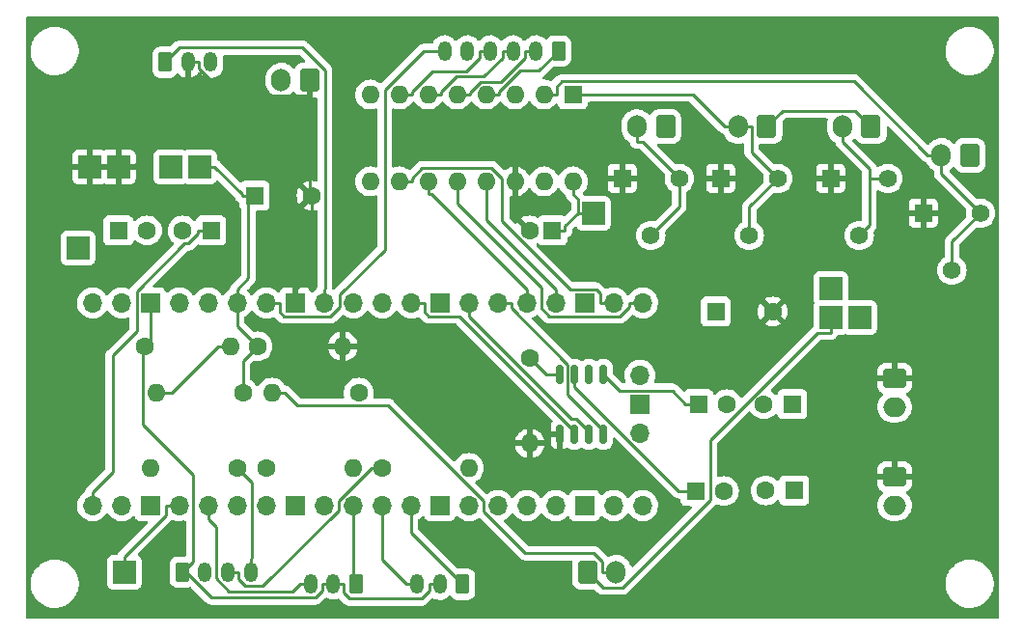
<source format=gbr>
%TF.GenerationSoftware,KiCad,Pcbnew,6.0.11+dfsg-1~bpo11+1*%
%TF.CreationDate,2025-04-08T22:49:40+02:00*%
%TF.ProjectId,Boelgene_v1d1,426f656c-6765-46e6-955f-763164312e6b,rev?*%
%TF.SameCoordinates,Original*%
%TF.FileFunction,Copper,L2,Bot*%
%TF.FilePolarity,Positive*%
%FSLAX46Y46*%
G04 Gerber Fmt 4.6, Leading zero omitted, Abs format (unit mm)*
G04 Created by KiCad (PCBNEW 6.0.11+dfsg-1~bpo11+1) date 2025-04-08 22:49:40*
%MOMM*%
%LPD*%
G01*
G04 APERTURE LIST*
G04 Aperture macros list*
%AMRoundRect*
0 Rectangle with rounded corners*
0 $1 Rounding radius*
0 $2 $3 $4 $5 $6 $7 $8 $9 X,Y pos of 4 corners*
0 Add a 4 corners polygon primitive as box body*
4,1,4,$2,$3,$4,$5,$6,$7,$8,$9,$2,$3,0*
0 Add four circle primitives for the rounded corners*
1,1,$1+$1,$2,$3*
1,1,$1+$1,$4,$5*
1,1,$1+$1,$6,$7*
1,1,$1+$1,$8,$9*
0 Add four rect primitives between the rounded corners*
20,1,$1+$1,$2,$3,$4,$5,0*
20,1,$1+$1,$4,$5,$6,$7,0*
20,1,$1+$1,$6,$7,$8,$9,0*
20,1,$1+$1,$8,$9,$2,$3,0*%
G04 Aperture macros list end*
%TA.AperFunction,ComponentPad*%
%ADD10R,2.000000X2.000000*%
%TD*%
%TA.AperFunction,ComponentPad*%
%ADD11R,1.600000X1.600000*%
%TD*%
%TA.AperFunction,ComponentPad*%
%ADD12C,1.600000*%
%TD*%
%TA.AperFunction,ComponentPad*%
%ADD13RoundRect,0.250000X0.600000X0.750000X-0.600000X0.750000X-0.600000X-0.750000X0.600000X-0.750000X0*%
%TD*%
%TA.AperFunction,ComponentPad*%
%ADD14O,1.700000X2.000000*%
%TD*%
%TA.AperFunction,ComponentPad*%
%ADD15RoundRect,0.250000X-0.600000X-0.750000X0.600000X-0.750000X0.600000X0.750000X-0.600000X0.750000X0*%
%TD*%
%TA.AperFunction,ComponentPad*%
%ADD16O,1.600000X1.600000*%
%TD*%
%TA.AperFunction,ComponentPad*%
%ADD17O,1.700000X1.700000*%
%TD*%
%TA.AperFunction,ComponentPad*%
%ADD18R,1.700000X1.700000*%
%TD*%
%TA.AperFunction,ComponentPad*%
%ADD19R,1.560000X1.560000*%
%TD*%
%TA.AperFunction,ComponentPad*%
%ADD20C,1.560000*%
%TD*%
%TA.AperFunction,ComponentPad*%
%ADD21RoundRect,0.250000X-0.750000X0.600000X-0.750000X-0.600000X0.750000X-0.600000X0.750000X0.600000X0*%
%TD*%
%TA.AperFunction,ComponentPad*%
%ADD22O,2.000000X1.700000*%
%TD*%
%TA.AperFunction,ComponentPad*%
%ADD23RoundRect,0.250000X0.350000X0.625000X-0.350000X0.625000X-0.350000X-0.625000X0.350000X-0.625000X0*%
%TD*%
%TA.AperFunction,ComponentPad*%
%ADD24O,1.200000X1.750000*%
%TD*%
%TA.AperFunction,ComponentPad*%
%ADD25RoundRect,0.250000X-0.350000X-0.625000X0.350000X-0.625000X0.350000X0.625000X-0.350000X0.625000X0*%
%TD*%
%TA.AperFunction,SMDPad,CuDef*%
%ADD26RoundRect,0.150000X0.150000X-0.675000X0.150000X0.675000X-0.150000X0.675000X-0.150000X-0.675000X0*%
%TD*%
%TA.AperFunction,Conductor*%
%ADD27C,0.250000*%
%TD*%
G04 APERTURE END LIST*
D10*
%TO.P,TP7,1,1*%
%TO.N,GND*%
X99568000Y-104648000D03*
%TD*%
D11*
%TO.P,C6,1*%
%TO.N,+3.3V*%
X75137400Y-97028000D03*
D12*
%TO.P,C6,2*%
%TO.N,GNDA*%
X73137400Y-97028000D03*
%TD*%
D13*
%TO.P,J13,1,Pin_1*%
%TO.N,GNDA*%
X53848000Y-83820000D03*
D14*
%TO.P,J13,2,Pin_2*%
%TO.N,filtered_3.3*%
X51348000Y-83820000D03*
%TD*%
D13*
%TO.P,J3,1,Pin_1*%
%TO.N,filtered_3.3*%
X93957000Y-87901000D03*
D14*
%TO.P,J3,2,Pin_2*%
%TO.N,/ADC_0*%
X91457000Y-87901000D03*
%TD*%
D13*
%TO.P,J4,1,Pin_1*%
%TO.N,filtered_3.3*%
X85070000Y-87901000D03*
D14*
%TO.P,J4,2,Pin_2*%
%TO.N,/analog_input_26*%
X82570000Y-87901000D03*
%TD*%
D15*
%TO.P,J1,1,Pin_1*%
%TO.N,GND*%
X78232000Y-127000000D03*
D14*
%TO.P,J1,2,Pin_2*%
%TO.N,batt+*%
X80732000Y-127000000D03*
%TD*%
D10*
%TO.P,TP43,1,1*%
%TO.N,Net-(C7-Pad1)*%
X33528000Y-98552000D03*
%TD*%
D13*
%TO.P,J5,1,Pin_1*%
%TO.N,filtered_3.3*%
X111760000Y-90424000D03*
D14*
%TO.P,J5,2,Pin_2*%
%TO.N,/ADC_1*%
X109260000Y-90424000D03*
%TD*%
D12*
%TO.P,R4,1*%
%TO.N,Net-(J7-Pad2)*%
X50038000Y-117856000D03*
D16*
%TO.P,R4,2*%
%TO.N,Net-(R4-Pad2)*%
X57658000Y-117856000D03*
%TD*%
D17*
%TO.P,U1,1,GPIO0*%
%TO.N,Net-(C8-Pad1)*%
X34798000Y-121158000D03*
%TO.P,U1,2,GPIO1*%
%TO.N,unconnected-(U1-Pad2)*%
X37338000Y-121158000D03*
D18*
%TO.P,U1,3,GND*%
%TO.N,unconnected-(U1-Pad3)*%
X39878000Y-121158000D03*
D17*
%TO.P,U1,4,GPIO2*%
%TO.N,Net-(TP13-Pad1)*%
X42418000Y-121158000D03*
%TO.P,U1,5,GPIO3*%
%TO.N,Net-(J6-Pad3)*%
X44958000Y-121158000D03*
%TO.P,U1,6,GPIO4*%
%TO.N,Net-(R5-Pad2)*%
X47498000Y-121158000D03*
%TO.P,U1,7,GPIO5*%
%TO.N,Net-(R4-Pad2)*%
X50038000Y-121158000D03*
D18*
%TO.P,U1,8,GND*%
%TO.N,unconnected-(U1-Pad8)*%
X52578000Y-121158000D03*
D17*
%TO.P,U1,9,GPIO6*%
%TO.N,Net-(R3-Pad2)*%
X55118000Y-121158000D03*
%TO.P,U1,10,GPIO7*%
%TO.N,Net-(J6-Pad1)*%
X57658000Y-121158000D03*
%TO.P,U1,11,GPIO8*%
%TO.N,Net-(J8-Pad3)*%
X60198000Y-121158000D03*
%TO.P,U1,12,GPIO9*%
%TO.N,Net-(J8-Pad1)*%
X62738000Y-121158000D03*
D18*
%TO.P,U1,13,GND*%
%TO.N,unconnected-(U1-Pad13)*%
X65278000Y-121158000D03*
D17*
%TO.P,U1,14,GPIO10*%
%TO.N,unconnected-(U1-Pad14)*%
X67818000Y-121158000D03*
%TO.P,U1,15,GPIO11*%
%TO.N,unconnected-(U1-Pad15)*%
X70358000Y-121158000D03*
%TO.P,U1,16,GPIO12*%
%TO.N,unconnected-(U1-Pad16)*%
X72898000Y-121158000D03*
%TO.P,U1,17,GPIO13*%
%TO.N,unconnected-(U1-Pad17)*%
X75438000Y-121158000D03*
D18*
%TO.P,U1,18,GND*%
%TO.N,unconnected-(U1-Pad18)*%
X77978000Y-121158000D03*
D17*
%TO.P,U1,19,GPIO14*%
%TO.N,unconnected-(U1-Pad19)*%
X80518000Y-121158000D03*
%TO.P,U1,20,GPIO15*%
%TO.N,unconnected-(U1-Pad20)*%
X83058000Y-121158000D03*
%TO.P,U1,21,GPIO16*%
%TO.N,Net-(U1-Pad21)*%
X83058000Y-103378000D03*
%TO.P,U1,22,GPIO17*%
%TO.N,Net-(U1-Pad22)*%
X80518000Y-103378000D03*
D18*
%TO.P,U1,23,GND*%
%TO.N,unconnected-(U1-Pad23)*%
X77978000Y-103378000D03*
D17*
%TO.P,U1,24,GPIO18*%
%TO.N,Net-(U1-Pad24)*%
X75438000Y-103378000D03*
%TO.P,U1,25,GPIO19*%
%TO.N,Net-(U1-Pad25)*%
X72898000Y-103378000D03*
%TO.P,U1,26,GPIO20*%
%TO.N,Net-(U1-Pad26)*%
X70358000Y-103378000D03*
%TO.P,U1,27,GPIO21*%
%TO.N,Net-(U1-Pad27)*%
X67818000Y-103378000D03*
D18*
%TO.P,U1,28,GND*%
%TO.N,unconnected-(U1-Pad28)*%
X65278000Y-103378000D03*
D17*
%TO.P,U1,29,GPIO22*%
%TO.N,Net-(U1-Pad29)*%
X62738000Y-103378000D03*
%TO.P,U1,30,RUN*%
%TO.N,unconnected-(U1-Pad30)*%
X60198000Y-103378000D03*
%TO.P,U1,31,GPIO26_ADC0*%
%TO.N,/analog_input_26*%
X57658000Y-103378000D03*
%TO.P,U1,32,GPIO27_ADC1*%
%TO.N,Net-(J9-Pad1)*%
X55118000Y-103378000D03*
D18*
%TO.P,U1,33,AGND*%
%TO.N,GNDA*%
X52578000Y-103378000D03*
D17*
%TO.P,U1,34,GPIO28_ADC2*%
%TO.N,/analog_input_28*%
X50038000Y-103378000D03*
%TO.P,U1,35,ADC_VREF*%
%TO.N,filtered_3.3*%
X47498000Y-103378000D03*
%TO.P,U1,36,3V3*%
%TO.N,+3.3V*%
X44958000Y-103378000D03*
%TO.P,U1,37,3V3_EN*%
%TO.N,unconnected-(U1-Pad37)*%
X42418000Y-103378000D03*
D18*
%TO.P,U1,38,GND*%
%TO.N,GND*%
X39878000Y-103378000D03*
D17*
%TO.P,U1,39,VSYS*%
%TO.N,batt+*%
X37338000Y-103378000D03*
%TO.P,U1,40,VBUS*%
%TO.N,unconnected-(U1-Pad40)*%
X34798000Y-103378000D03*
%TO.P,U1,41,SWCLK*%
%TO.N,unconnected-(U1-Pad41)*%
X82828000Y-114808000D03*
D18*
%TO.P,U1,42,GND*%
%TO.N,unconnected-(U1-Pad42)*%
X82828000Y-112268000D03*
D17*
%TO.P,U1,43,SWDIO*%
%TO.N,unconnected-(U1-Pad43)*%
X82828000Y-109728000D03*
%TD*%
D10*
%TO.P,TP10,1,1*%
%TO.N,filtered_3.3*%
X41656000Y-91440000D03*
%TD*%
D19*
%TO.P,RV2,1,1*%
%TO.N,GNDA*%
X89916000Y-92456000D03*
D20*
%TO.P,RV2,2,2*%
%TO.N,/ADC_0*%
X92416000Y-97456000D03*
%TO.P,RV2,3,3*%
X94916000Y-92456000D03*
%TD*%
D10*
%TO.P,TP3,1,1*%
%TO.N,filtered_3.3*%
X44196000Y-91440000D03*
%TD*%
%TO.P,TP8,1,1*%
%TO.N,GND*%
X102108000Y-104648000D03*
%TD*%
D19*
%TO.P,RV3,1,1*%
%TO.N,GNDA*%
X81280000Y-92456000D03*
D20*
%TO.P,RV3,2,2*%
%TO.N,/analog_input_26*%
X83780000Y-97456000D03*
%TO.P,RV3,3,3*%
X86280000Y-92456000D03*
%TD*%
D10*
%TO.P,TP13,1,1*%
%TO.N,Net-(TP13-Pad1)*%
X37592000Y-127000000D03*
%TD*%
D11*
%TO.P,C9,1*%
%TO.N,LCH*%
X87694900Y-119888000D03*
D12*
%TO.P,C9,2*%
%TO.N,Net-(C11-Pad2)*%
X90194900Y-119888000D03*
%TD*%
D19*
%TO.P,RV4,1,1*%
%TO.N,GNDA*%
X107696000Y-95504000D03*
D20*
%TO.P,RV4,2,2*%
%TO.N,/ADC_1*%
X110196000Y-100504000D03*
%TO.P,RV4,3,3*%
X112696000Y-95504000D03*
%TD*%
D21*
%TO.P,J10,1,Pin_1*%
%TO.N,GNDA*%
X105173000Y-110002000D03*
D22*
%TO.P,J10,2,Pin_2*%
%TO.N,Net-(C12-Pad1)*%
X105173000Y-112502000D03*
%TD*%
D12*
%TO.P,R3,1*%
%TO.N,Net-(J7-Pad3)*%
X60198000Y-117856000D03*
D16*
%TO.P,R3,2*%
%TO.N,Net-(R3-Pad2)*%
X67818000Y-117856000D03*
%TD*%
D11*
%TO.P,C2,1*%
%TO.N,filtered_vcc*%
X89481600Y-104140000D03*
D12*
%TO.P,C2,2*%
%TO.N,GNDA*%
X94481600Y-104140000D03*
%TD*%
D11*
%TO.P,C4,1*%
%TO.N,filtered_3.3*%
X49032000Y-93980000D03*
D12*
%TO.P,C4,2*%
%TO.N,GNDA*%
X54032000Y-93980000D03*
%TD*%
D10*
%TO.P,TP12,1,1*%
%TO.N,GND*%
X99568000Y-102108000D03*
%TD*%
D12*
%TO.P,C5,1*%
%TO.N,filtered_3.3*%
X49276000Y-107188000D03*
D16*
%TO.P,C5,2*%
%TO.N,GNDA*%
X56776000Y-107188000D03*
%TD*%
D19*
%TO.P,RV1,1,1*%
%TO.N,GNDA*%
X99568000Y-92456000D03*
D20*
%TO.P,RV1,2,2*%
%TO.N,/ADC_2*%
X102068000Y-97456000D03*
%TO.P,RV1,3,3*%
X104568000Y-92456000D03*
%TD*%
D10*
%TO.P,TP23,1,1*%
%TO.N,GNDA*%
X34544000Y-91440000D03*
%TD*%
D12*
%TO.P,R1,1*%
%TO.N,filtered_vcc*%
X58166000Y-111252000D03*
D16*
%TO.P,R1,2*%
%TO.N,batt+*%
X50546000Y-111252000D03*
%TD*%
D10*
%TO.P,TP25,1,1*%
%TO.N,GNDA*%
X37084000Y-91440000D03*
%TD*%
D12*
%TO.P,R2,1*%
%TO.N,filtered_3.3*%
X48006000Y-111252000D03*
D16*
%TO.P,R2,2*%
%TO.N,+3.3V*%
X40386000Y-111252000D03*
%TD*%
D11*
%TO.P,C10,1*%
%TO.N,RCH*%
X87968900Y-112268000D03*
D12*
%TO.P,C10,2*%
%TO.N,Net-(C10-Pad2)*%
X90468900Y-112268000D03*
%TD*%
D10*
%TO.P,TP42,1,1*%
%TO.N,+3.3V*%
X78740000Y-95504000D03*
%TD*%
D23*
%TO.P,J8,1,Pin_1*%
%TO.N,Net-(J8-Pad1)*%
X67278000Y-128058000D03*
D24*
%TO.P,J8,2,Pin_2*%
%TO.N,GND*%
X65278000Y-128058000D03*
%TO.P,J8,3,Pin_3*%
%TO.N,Net-(J8-Pad3)*%
X63278000Y-128058000D03*
%TD*%
D25*
%TO.P,J9,1,Pin_1*%
%TO.N,Net-(J9-Pad1)*%
X41180000Y-82254000D03*
D24*
%TO.P,J9,2,Pin_2*%
%TO.N,GNDA*%
X43180000Y-82254000D03*
%TO.P,J9,3,Pin_3*%
%TO.N,filtered_3.3*%
X45180000Y-82254000D03*
%TD*%
D23*
%TO.P,J6,1,Pin_1*%
%TO.N,Net-(J6-Pad1)*%
X57912000Y-128016000D03*
D24*
%TO.P,J6,2,Pin_2*%
%TO.N,GND*%
X55912000Y-128016000D03*
%TO.P,J6,3,Pin_3*%
%TO.N,Net-(J6-Pad3)*%
X53912000Y-128016000D03*
%TD*%
D21*
%TO.P,J11,1,Pin_1*%
%TO.N,GNDA*%
X105173000Y-118638000D03*
D22*
%TO.P,J11,2,Pin_2*%
%TO.N,Net-(C11-Pad1)*%
X105173000Y-121138000D03*
%TD*%
D13*
%TO.P,J2,1,Pin_1*%
%TO.N,filtered_3.3*%
X103101000Y-87918000D03*
D14*
%TO.P,J2,2,Pin_2*%
%TO.N,/ADC_2*%
X100601000Y-87918000D03*
%TD*%
D12*
%TO.P,C3,1*%
%TO.N,filtered_vcc*%
X73152000Y-108204000D03*
D16*
%TO.P,C3,2*%
%TO.N,GNDA*%
X73152000Y-115704000D03*
%TD*%
D11*
%TO.P,C11,1*%
%TO.N,Net-(C11-Pad1)*%
X96359800Y-119834000D03*
D12*
%TO.P,C11,2*%
%TO.N,Net-(C11-Pad2)*%
X93859800Y-119834000D03*
%TD*%
%TO.P,C1,1*%
%TO.N,GND*%
X39430000Y-107188000D03*
D16*
%TO.P,C1,2*%
%TO.N,+3.3V*%
X46930000Y-107188000D03*
%TD*%
D25*
%TO.P,J7,1,Pin_1*%
%TO.N,GND*%
X42672000Y-127000000D03*
D24*
%TO.P,J7,2,Pin_2*%
%TO.N,Net-(J7-Pad2)*%
X44672000Y-127000000D03*
%TO.P,J7,3,Pin_3*%
%TO.N,Net-(J7-Pad3)*%
X46672000Y-127000000D03*
%TO.P,J7,4,Pin_4*%
%TO.N,Net-(J7-Pad4)*%
X48672000Y-127000000D03*
%TD*%
D11*
%TO.P,U2,1,CH0*%
%TO.N,/ADC_0*%
X76947000Y-85100000D03*
D16*
%TO.P,U2,2,CH1*%
%TO.N,/ADC_1*%
X74407000Y-85100000D03*
%TO.P,U2,3,CH2*%
%TO.N,/ADC_2*%
X71867000Y-85100000D03*
%TO.P,U2,4,CH3*%
%TO.N,Net-(J12-Pad1)*%
X69327000Y-85100000D03*
%TO.P,U2,5,CH4*%
%TO.N,Net-(J12-Pad2)*%
X66787000Y-85100000D03*
%TO.P,U2,6,CH5*%
%TO.N,Net-(J12-Pad3)*%
X64247000Y-85100000D03*
%TO.P,U2,7,CH6*%
%TO.N,Net-(J12-Pad4)*%
X61707000Y-85100000D03*
%TO.P,U2,8,CH7*%
%TO.N,Net-(J12-Pad5)*%
X59167000Y-85100000D03*
%TO.P,U2,9,DGND*%
%TO.N,GND*%
X59167000Y-92720000D03*
%TO.P,U2,10,~{CS}/SHDN*%
%TO.N,Net-(U1-Pad22)*%
X61707000Y-92720000D03*
%TO.P,U2,11,Din*%
%TO.N,Net-(U1-Pad25)*%
X64247000Y-92720000D03*
%TO.P,U2,12,Dout*%
%TO.N,Net-(U1-Pad21)*%
X66787000Y-92720000D03*
%TO.P,U2,13,CLK*%
%TO.N,Net-(U1-Pad24)*%
X69327000Y-92720000D03*
%TO.P,U2,14,AGND*%
%TO.N,GNDA*%
X71867000Y-92720000D03*
%TO.P,U2,15,Vref*%
%TO.N,filtered_3.3*%
X74407000Y-92720000D03*
%TO.P,U2,16,Vdd*%
%TO.N,+3.3V*%
X76947000Y-92720000D03*
%TD*%
D11*
%TO.P,C7,1*%
%TO.N,Net-(C7-Pad1)*%
X37084000Y-97028000D03*
D12*
%TO.P,C7,2*%
%TO.N,Net-(C7-Pad2)*%
X39584000Y-97028000D03*
%TD*%
D11*
%TO.P,C12,1*%
%TO.N,Net-(C12-Pad1)*%
X96201100Y-112268000D03*
D12*
%TO.P,C12,2*%
%TO.N,Net-(C10-Pad2)*%
X93701100Y-112268000D03*
%TD*%
D11*
%TO.P,C8,1*%
%TO.N,Net-(C8-Pad1)*%
X45212000Y-97028000D03*
D12*
%TO.P,C8,2*%
%TO.N,Net-(C7-Pad2)*%
X42712000Y-97028000D03*
%TD*%
%TO.P,R5,1*%
%TO.N,Net-(J7-Pad4)*%
X47498000Y-117856000D03*
D16*
%TO.P,R5,2*%
%TO.N,Net-(R5-Pad2)*%
X39878000Y-117856000D03*
%TD*%
D23*
%TO.P,J12,1,Pin_1*%
%TO.N,Net-(J12-Pad1)*%
X75692000Y-81280000D03*
D24*
%TO.P,J12,2,Pin_2*%
%TO.N,Net-(J12-Pad2)*%
X73692000Y-81280000D03*
%TO.P,J12,3,Pin_3*%
%TO.N,Net-(J12-Pad3)*%
X71692000Y-81280000D03*
%TO.P,J12,4,Pin_4*%
%TO.N,Net-(J12-Pad4)*%
X69692000Y-81280000D03*
%TO.P,J12,5,Pin_5*%
%TO.N,Net-(J12-Pad5)*%
X67692000Y-81280000D03*
%TO.P,J12,6,Pin_6*%
%TO.N,/analog_input_28*%
X65692000Y-81280000D03*
%TD*%
D26*
%TO.P,U3,1,BCK*%
%TO.N,Net-(U1-Pad26)*%
X79629000Y-114893000D03*
%TO.P,U3,2,WS*%
%TO.N,Net-(U1-Pad27)*%
X78359000Y-114893000D03*
%TO.P,U3,3,DIN*%
%TO.N,Net-(U1-Pad29)*%
X77089000Y-114893000D03*
%TO.P,U3,4,GND*%
%TO.N,GNDA*%
X75819000Y-114893000D03*
%TO.P,U3,5,VDD*%
%TO.N,filtered_vcc*%
X75819000Y-109643000D03*
%TO.P,U3,6,LCH*%
%TO.N,LCH*%
X77089000Y-109643000D03*
%TO.P,U3,7,NC*%
%TO.N,unconnected-(U3-Pad7)*%
X78359000Y-109643000D03*
%TO.P,U3,8,RCH*%
%TO.N,RCH*%
X79629000Y-109643000D03*
%TD*%
D27*
%TO.N,GND*%
X57330600Y-129318900D02*
X56837300Y-128825600D01*
X63670100Y-129318900D02*
X57330600Y-129318900D01*
X98404400Y-105973300D02*
X99568000Y-105973300D01*
X81297300Y-128357800D02*
X88976200Y-120678900D01*
X55912000Y-128016000D02*
X54986700Y-128016000D01*
X42855700Y-126816300D02*
X42672000Y-127000000D01*
X39217700Y-114021600D02*
X43624500Y-118428400D01*
X78232000Y-127000000D02*
X79589800Y-128357800D01*
X43624500Y-118428400D02*
X43624500Y-126047500D01*
X88976200Y-120678900D02*
X88976200Y-115401500D01*
X39878000Y-103378000D02*
X39878000Y-106740000D01*
X39217700Y-107400300D02*
X39217700Y-114021600D01*
X79589800Y-128357800D02*
X81297300Y-128357800D01*
X55912000Y-128016000D02*
X56837300Y-128016000D01*
X45262600Y-129223200D02*
X54355700Y-129223200D01*
X88976200Y-115401500D02*
X98404400Y-105973300D01*
X99568000Y-104648000D02*
X99568000Y-105973300D01*
X39430000Y-107188000D02*
X39217700Y-107400300D01*
X54986700Y-128592200D02*
X54986700Y-128016000D01*
X65278000Y-128058000D02*
X64352700Y-128058000D01*
X56837300Y-128825600D02*
X56837300Y-128016000D01*
X64352700Y-128636300D02*
X63670100Y-129318900D01*
X42855700Y-126816300D02*
X45262600Y-129223200D01*
X54355700Y-129223200D02*
X54986700Y-128592200D01*
X43624500Y-126047500D02*
X42855700Y-126816300D01*
X39878000Y-106740000D02*
X39430000Y-107188000D01*
X64352700Y-128058000D02*
X64352700Y-128636300D01*
%TO.N,+3.3V*%
X78740000Y-95504000D02*
X77414700Y-95504000D01*
X75137400Y-97028000D02*
X76262700Y-97028000D01*
X46930000Y-107188000D02*
X45804700Y-107188000D01*
X76947000Y-92720000D02*
X76947000Y-93845300D01*
X76262700Y-96656000D02*
X77414700Y-95504000D01*
X76947000Y-93845300D02*
X77414700Y-94313000D01*
X45804700Y-107188000D02*
X41740700Y-111252000D01*
X77414700Y-94313000D02*
X77414700Y-95504000D01*
X76262700Y-97028000D02*
X76262700Y-96656000D01*
X41740700Y-111252000D02*
X40386000Y-111252000D01*
%TO.N,filtered_vcc*%
X75819000Y-109643000D02*
X74591000Y-109643000D01*
X74591000Y-109643000D02*
X73152000Y-108204000D01*
%TO.N,GNDA*%
X53848000Y-85166100D02*
X53848000Y-83820000D01*
X63510700Y-107188000D02*
X72026700Y-115704000D01*
X37084000Y-91440000D02*
X38409300Y-91440000D01*
X45561200Y-84288100D02*
X38409300Y-91440000D01*
X56776000Y-107188000D02*
X63510700Y-107188000D01*
X75088300Y-114893000D02*
X74277300Y-115704000D01*
X54032000Y-93980000D02*
X53848000Y-93796000D01*
X43180000Y-82254000D02*
X44105300Y-82254000D01*
X73152000Y-115704000D02*
X72026700Y-115704000D01*
X52578000Y-102202700D02*
X54032000Y-100748700D01*
X52578000Y-103378000D02*
X52578000Y-102202700D01*
X53848000Y-93796000D02*
X53848000Y-85166100D01*
X44105300Y-82832300D02*
X44105300Y-82254000D01*
X53848000Y-85166100D02*
X46439100Y-85166100D01*
X54032000Y-100748700D02*
X54032000Y-93980000D01*
X45561200Y-84288100D02*
X44105300Y-82832300D01*
X73152000Y-115704000D02*
X74277300Y-115704000D01*
X75819000Y-114893000D02*
X75088300Y-114893000D01*
X46439100Y-85166100D02*
X45561200Y-84288100D01*
%TO.N,filtered_3.3*%
X48469400Y-93980000D02*
X48469400Y-101231300D01*
X48006000Y-111252000D02*
X48006000Y-108458000D01*
X48469400Y-93980000D02*
X47906700Y-93980000D01*
X48469400Y-101231300D02*
X47498000Y-102202700D01*
X93957000Y-87901000D02*
X95321400Y-86536600D01*
X49276000Y-107188000D02*
X47498000Y-105410000D01*
X44196000Y-91440000D02*
X45521300Y-91440000D01*
X49032000Y-93980000D02*
X48469400Y-93980000D01*
X101719600Y-86536600D02*
X103101000Y-87918000D01*
X47498000Y-103378000D02*
X47498000Y-102202700D01*
X47498000Y-103378000D02*
X47498000Y-104553300D01*
X47906700Y-93825400D02*
X45521300Y-91440000D01*
X48006000Y-108458000D02*
X49276000Y-107188000D01*
X47906700Y-93980000D02*
X47906700Y-93825400D01*
X47498000Y-105410000D02*
X47498000Y-104553300D01*
X95321400Y-86536600D02*
X101719600Y-86536600D01*
%TO.N,batt+*%
X80732000Y-127000000D02*
X79556700Y-127000000D01*
X72767500Y-125327100D02*
X78765300Y-125327100D01*
X79556700Y-126118500D02*
X79556700Y-127000000D01*
X50546000Y-111252000D02*
X51671300Y-111252000D01*
X51671300Y-111252000D02*
X52796600Y-112377300D01*
X69088000Y-120765800D02*
X69088000Y-121647600D01*
X69088000Y-121647600D02*
X72767500Y-125327100D01*
X52796600Y-112377300D02*
X60699500Y-112377300D01*
X78765300Y-125327100D02*
X79556700Y-126118500D01*
X60699500Y-112377300D02*
X69088000Y-120765800D01*
%TO.N,/ADC_2*%
X100601000Y-89243300D02*
X102961700Y-91604000D01*
X102961700Y-92456000D02*
X104568000Y-92456000D01*
X102961700Y-92456000D02*
X102961700Y-96562300D01*
X100601000Y-87918000D02*
X100601000Y-89243300D01*
X102961700Y-96562300D02*
X102068000Y-97456000D01*
X102961700Y-91604000D02*
X102961700Y-92456000D01*
%TO.N,/ADC_0*%
X87480700Y-85100000D02*
X90281700Y-87901000D01*
X92632300Y-90172300D02*
X92632300Y-87901000D01*
X94916000Y-92456000D02*
X92416000Y-94956000D01*
X76947000Y-85100000D02*
X87480700Y-85100000D01*
X92416000Y-94956000D02*
X92416000Y-97456000D01*
X91457000Y-87901000D02*
X92632300Y-87901000D01*
X91457000Y-87901000D02*
X90281700Y-87901000D01*
X94916000Y-92456000D02*
X92632300Y-90172300D01*
%TO.N,/analog_input_26*%
X86280000Y-94956000D02*
X83780000Y-97456000D01*
X86280000Y-92456000D02*
X86280000Y-94956000D01*
X86280000Y-92456000D02*
X83050300Y-89226300D01*
X82570000Y-87901000D02*
X82570000Y-89226300D01*
X83050300Y-89226300D02*
X82570000Y-89226300D01*
%TO.N,/ADC_1*%
X109260000Y-90424000D02*
X108084700Y-90424000D01*
X101619700Y-83959000D02*
X108084700Y-90424000D01*
X75532300Y-85100000D02*
X75532300Y-84396700D01*
X75532300Y-84396700D02*
X75970000Y-83959000D01*
X110196000Y-98004000D02*
X110196000Y-100504000D01*
X74407000Y-85100000D02*
X75532300Y-85100000D01*
X109260000Y-92068000D02*
X112696000Y-95504000D01*
X109260000Y-90424000D02*
X109260000Y-92068000D01*
X75970000Y-83959000D02*
X101619700Y-83959000D01*
X112696000Y-95504000D02*
X110196000Y-98004000D01*
%TO.N,Net-(C8-Pad1)*%
X44086700Y-97309400D02*
X43242800Y-98153300D01*
X38702600Y-105874800D02*
X36576000Y-108001400D01*
X45212000Y-97028000D02*
X44086700Y-97028000D01*
X34798000Y-119982700D02*
X34798000Y-121158000D01*
X36576000Y-118204700D02*
X34798000Y-119982700D01*
X36576000Y-108001400D02*
X36576000Y-118204700D01*
X42898900Y-98153300D02*
X38702600Y-102349600D01*
X43242800Y-98153300D02*
X42898900Y-98153300D01*
X38702600Y-102349600D02*
X38702600Y-105874800D01*
X44086700Y-97028000D02*
X44086700Y-97309400D01*
%TO.N,Net-(TP13-Pad1)*%
X37592000Y-125674700D02*
X41242700Y-122024000D01*
X37592000Y-127000000D02*
X37592000Y-125674700D01*
X41242700Y-122024000D02*
X41242700Y-121158000D01*
X42418000Y-121158000D02*
X41242700Y-121158000D01*
%TO.N,Net-(J6-Pad1)*%
X57658000Y-121158000D02*
X57658000Y-127762000D01*
X57658000Y-127762000D02*
X57912000Y-128016000D01*
%TO.N,Net-(J6-Pad3)*%
X44958000Y-122333300D02*
X45620400Y-122995700D01*
X53912000Y-128016000D02*
X52986700Y-128016000D01*
X44958000Y-121158000D02*
X44958000Y-122333300D01*
X45620400Y-122995700D02*
X45620400Y-127551300D01*
X46743300Y-128674200D02*
X52328500Y-128674200D01*
X45620400Y-127551300D02*
X46743300Y-128674200D01*
X52328500Y-128674200D02*
X52986700Y-128016000D01*
%TO.N,Net-(J7-Pad4)*%
X48672000Y-125799700D02*
X48768000Y-125703700D01*
X48768000Y-125703700D02*
X48768000Y-119126000D01*
X48672000Y-127000000D02*
X48672000Y-125799700D01*
X48768000Y-119126000D02*
X47498000Y-117856000D01*
%TO.N,Net-(J7-Pad3)*%
X47597300Y-127000000D02*
X47597300Y-127578300D01*
X49760600Y-128219600D02*
X56388000Y-121592200D01*
X59249600Y-117856000D02*
X60198000Y-117856000D01*
X56388000Y-120717600D02*
X59249600Y-117856000D01*
X48238600Y-128219600D02*
X49760600Y-128219600D01*
X46672000Y-127000000D02*
X47597300Y-127000000D01*
X56388000Y-121592200D02*
X56388000Y-120717600D01*
X47597300Y-127578300D02*
X48238600Y-128219600D01*
%TO.N,Net-(J8-Pad1)*%
X62738000Y-123518000D02*
X67278000Y-128058000D01*
X62738000Y-121158000D02*
X62738000Y-123518000D01*
%TO.N,Net-(J8-Pad3)*%
X60198000Y-121158000D02*
X60198000Y-125903300D01*
X60198000Y-125903300D02*
X62352700Y-128058000D01*
X63278000Y-128058000D02*
X62352700Y-128058000D01*
%TO.N,Net-(J9-Pad1)*%
X55118000Y-103378000D02*
X55118000Y-102202700D01*
X55183600Y-82970800D02*
X53205600Y-80992800D01*
X53205600Y-80992800D02*
X42441200Y-80992800D01*
X55118000Y-102202700D02*
X55183600Y-102137100D01*
X55183600Y-102137100D02*
X55183600Y-82970800D01*
X42441200Y-80992800D02*
X41180000Y-82254000D01*
%TO.N,Net-(J12-Pad1)*%
X70452300Y-84882200D02*
X72312100Y-83022400D01*
X70452300Y-85100000D02*
X70452300Y-84882200D01*
X69327000Y-85100000D02*
X70452300Y-85100000D01*
X72312100Y-83022400D02*
X73949600Y-83022400D01*
X73949600Y-83022400D02*
X75692000Y-81280000D01*
%TO.N,Net-(J12-Pad2)*%
X73692000Y-81280000D02*
X72766700Y-81280000D01*
X67912300Y-85100000D02*
X67912300Y-84906300D01*
X67912300Y-84906300D02*
X68857900Y-83960700D01*
X66787000Y-85100000D02*
X67912300Y-85100000D01*
X72766700Y-81858300D02*
X72766700Y-81280000D01*
X70664300Y-83960700D02*
X72766700Y-81858300D01*
X68857900Y-83960700D02*
X70664300Y-83960700D01*
%TO.N,Net-(J12-Pad3)*%
X64247000Y-85100000D02*
X65372300Y-85100000D01*
X66724800Y-83510400D02*
X65372300Y-84862900D01*
X70766700Y-81858300D02*
X69114600Y-83510400D01*
X71692000Y-81280000D02*
X70766700Y-81280000D01*
X69114600Y-83510400D02*
X66724800Y-83510400D01*
X65372300Y-84862900D02*
X65372300Y-85100000D01*
X70766700Y-81280000D02*
X70766700Y-81858300D01*
%TO.N,Net-(J12-Pad4)*%
X61707000Y-85100000D02*
X62832300Y-85100000D01*
X68766700Y-81858300D02*
X68766700Y-81280000D01*
X62832300Y-84818700D02*
X64591000Y-83060000D01*
X69692000Y-81280000D02*
X68766700Y-81280000D01*
X67565000Y-83060000D02*
X68766700Y-81858300D01*
X62832300Y-85100000D02*
X62832300Y-84818700D01*
X64591000Y-83060000D02*
X67565000Y-83060000D01*
%TO.N,/analog_input_28*%
X60437000Y-84713300D02*
X60437000Y-98698800D01*
X51580500Y-104553300D02*
X51213300Y-104186100D01*
X55656900Y-104553300D02*
X51580500Y-104553300D01*
X51213300Y-104186100D02*
X51213300Y-103378000D01*
X56482600Y-102653200D02*
X56482600Y-103727600D01*
X50038000Y-103378000D02*
X51213300Y-103378000D01*
X63870300Y-81280000D02*
X60437000Y-84713300D01*
X56482600Y-103727600D02*
X55656900Y-104553300D01*
X65692000Y-81280000D02*
X63870300Y-81280000D01*
X60437000Y-98698800D02*
X56482600Y-102653200D01*
%TO.N,LCH*%
X86245700Y-119888000D02*
X87694900Y-119888000D01*
X77089000Y-109643000D02*
X77089000Y-110731300D01*
X77089000Y-110731300D02*
X86245700Y-119888000D01*
%TO.N,RCH*%
X85668200Y-111092600D02*
X86843600Y-112268000D01*
X79629000Y-109643000D02*
X81078600Y-111092600D01*
X81078600Y-111092600D02*
X85668200Y-111092600D01*
X87968900Y-112268000D02*
X86843600Y-112268000D01*
%TO.N,Net-(U1-Pad22)*%
X61707000Y-92720000D02*
X62832300Y-92720000D01*
X70735400Y-96226300D02*
X76711800Y-102202700D01*
X63717100Y-91553900D02*
X69808700Y-91553900D01*
X70735400Y-92480600D02*
X70735400Y-96226300D01*
X62832300Y-92720000D02*
X62832300Y-92438700D01*
X80518000Y-103378000D02*
X79342700Y-103378000D01*
X76711800Y-102202700D02*
X78975500Y-102202700D01*
X78975500Y-102202700D02*
X79342700Y-102569900D01*
X62832300Y-92438700D02*
X63717100Y-91553900D01*
X69808700Y-91553900D02*
X70735400Y-92480600D01*
X79342700Y-102569900D02*
X79342700Y-103378000D01*
%TO.N,Net-(U1-Pad25)*%
X64247000Y-93845300D02*
X64540600Y-93845300D01*
X64540600Y-93845300D02*
X72898000Y-102202700D01*
X64247000Y-92720000D02*
X64247000Y-93845300D01*
X72898000Y-103378000D02*
X72898000Y-102202700D01*
%TO.N,Net-(U1-Pad21)*%
X66787000Y-92720000D02*
X66787000Y-94671300D01*
X74168000Y-102052300D02*
X74168000Y-103835000D01*
X81882700Y-103745400D02*
X81882700Y-103378000D01*
X66787000Y-94671300D02*
X74168000Y-102052300D01*
X81074800Y-104553300D02*
X81882700Y-103745400D01*
X83058000Y-103378000D02*
X81882700Y-103378000D01*
X74168000Y-103835000D02*
X74886300Y-104553300D01*
X74886300Y-104553300D02*
X81074800Y-104553300D01*
%TO.N,Net-(U1-Pad24)*%
X75438000Y-102202700D02*
X69327000Y-96091700D01*
X69327000Y-96091700D02*
X69327000Y-92720000D01*
X75438000Y-103378000D02*
X75438000Y-102202700D01*
%TO.N,Net-(U1-Pad26)*%
X76454000Y-108768200D02*
X71533300Y-103847500D01*
X79629000Y-114581700D02*
X76454000Y-111406700D01*
X79629000Y-114893000D02*
X79629000Y-114581700D01*
X76454000Y-111406700D02*
X76454000Y-108768200D01*
X71533300Y-103847500D02*
X71533300Y-103378000D01*
X70358000Y-103378000D02*
X71533300Y-103378000D01*
%TO.N,Net-(U1-Pad27)*%
X67818000Y-103378000D02*
X67818000Y-104553300D01*
X76828400Y-113563700D02*
X67818000Y-104553300D01*
X77267400Y-113563700D02*
X76828400Y-113563700D01*
X78359000Y-114893000D02*
X78359000Y-114655300D01*
X78359000Y-114655300D02*
X77267400Y-113563700D01*
%TO.N,Net-(U1-Pad29)*%
X66977500Y-104553300D02*
X64280500Y-104553300D01*
X62738000Y-103378000D02*
X63913300Y-103378000D01*
X63913300Y-104186100D02*
X63913300Y-103378000D01*
X77089000Y-114893000D02*
X77089000Y-114664800D01*
X64280500Y-104553300D02*
X63913300Y-104186100D01*
X77089000Y-114664800D02*
X66977500Y-104553300D01*
%TD*%
%TA.AperFunction,Conductor*%
%TO.N,GNDA*%
G36*
X114241621Y-78252502D02*
G01*
X114288114Y-78306158D01*
X114299500Y-78358500D01*
X114299500Y-130937500D01*
X114279498Y-131005621D01*
X114225842Y-131052114D01*
X114173500Y-131063500D01*
X29082500Y-131063500D01*
X29014379Y-131043498D01*
X28967886Y-130989842D01*
X28956500Y-130937500D01*
X28956500Y-128148703D01*
X29386743Y-128148703D01*
X29424268Y-128433734D01*
X29425401Y-128437874D01*
X29425401Y-128437876D01*
X29431189Y-128459032D01*
X29500129Y-128711036D01*
X29501813Y-128714984D01*
X29611006Y-128970981D01*
X29612923Y-128975476D01*
X29675888Y-129080683D01*
X29718046Y-129151123D01*
X29760561Y-129222161D01*
X29940313Y-129446528D01*
X29957397Y-129462740D01*
X30139599Y-129635643D01*
X30148851Y-129644423D01*
X30310252Y-129760402D01*
X30378187Y-129809218D01*
X30382317Y-129812186D01*
X30386112Y-129814195D01*
X30386113Y-129814196D01*
X30405383Y-129824399D01*
X30636392Y-129946712D01*
X30906373Y-130045511D01*
X31187264Y-130106755D01*
X31215841Y-130109004D01*
X31410282Y-130124307D01*
X31410291Y-130124307D01*
X31412739Y-130124500D01*
X31568271Y-130124500D01*
X31570407Y-130124354D01*
X31570418Y-130124354D01*
X31778548Y-130110165D01*
X31778554Y-130110164D01*
X31782825Y-130109873D01*
X31787020Y-130109004D01*
X31787022Y-130109004D01*
X31923583Y-130080724D01*
X32064342Y-130051574D01*
X32335343Y-129955607D01*
X32463309Y-129889559D01*
X32587005Y-129825715D01*
X32587006Y-129825715D01*
X32590812Y-129823750D01*
X32594313Y-129821289D01*
X32594317Y-129821287D01*
X32757774Y-129706407D01*
X32826023Y-129658441D01*
X33036622Y-129462740D01*
X33218713Y-129240268D01*
X33368927Y-128995142D01*
X33371855Y-128988473D01*
X33482757Y-128735830D01*
X33484483Y-128731898D01*
X33507330Y-128651695D01*
X33562068Y-128459534D01*
X33563244Y-128455406D01*
X33603751Y-128170784D01*
X33603845Y-128152951D01*
X33605235Y-127887583D01*
X33605235Y-127887576D01*
X33605257Y-127883297D01*
X33598529Y-127832188D01*
X33568292Y-127602522D01*
X33567732Y-127598266D01*
X33566394Y-127593373D01*
X33526895Y-127448990D01*
X33491871Y-127320964D01*
X33470259Y-127270296D01*
X33380763Y-127060476D01*
X33380761Y-127060472D01*
X33379077Y-127056524D01*
X33271304Y-126876448D01*
X33233643Y-126813521D01*
X33233640Y-126813517D01*
X33231439Y-126809839D01*
X33051687Y-126585472D01*
X32928289Y-126468372D01*
X32846258Y-126390527D01*
X32846255Y-126390525D01*
X32843149Y-126387577D01*
X32609683Y-126219814D01*
X32587843Y-126208250D01*
X32556770Y-126191798D01*
X32355608Y-126085288D01*
X32122843Y-126000108D01*
X32089658Y-125987964D01*
X32089656Y-125987963D01*
X32085627Y-125986489D01*
X31804736Y-125925245D01*
X31773237Y-125922766D01*
X31581718Y-125907693D01*
X31581709Y-125907693D01*
X31579261Y-125907500D01*
X31423729Y-125907500D01*
X31421593Y-125907646D01*
X31421582Y-125907646D01*
X31213452Y-125921835D01*
X31213446Y-125921836D01*
X31209175Y-125922127D01*
X31204980Y-125922996D01*
X31204978Y-125922996D01*
X31107629Y-125943156D01*
X30927658Y-125980426D01*
X30656657Y-126076393D01*
X30652848Y-126078359D01*
X30442505Y-126186925D01*
X30401188Y-126208250D01*
X30397687Y-126210711D01*
X30397683Y-126210713D01*
X30339661Y-126251492D01*
X30165977Y-126373559D01*
X30140614Y-126397128D01*
X29967274Y-126558206D01*
X29955378Y-126569260D01*
X29773287Y-126791732D01*
X29623073Y-127036858D01*
X29621347Y-127040791D01*
X29621346Y-127040792D01*
X29596739Y-127096849D01*
X29507517Y-127300102D01*
X29428756Y-127576594D01*
X29388249Y-127861216D01*
X29388227Y-127865505D01*
X29388226Y-127865512D01*
X29386985Y-128102460D01*
X29386743Y-128148703D01*
X28956500Y-128148703D01*
X28956500Y-121124695D01*
X33435251Y-121124695D01*
X33435548Y-121129848D01*
X33435548Y-121129851D01*
X33445899Y-121309377D01*
X33448110Y-121347715D01*
X33449247Y-121352761D01*
X33449248Y-121352767D01*
X33462506Y-121411595D01*
X33497222Y-121565639D01*
X33581266Y-121772616D01*
X33618685Y-121833678D01*
X33695291Y-121958688D01*
X33697987Y-121963088D01*
X33844250Y-122131938D01*
X34016126Y-122274632D01*
X34209000Y-122387338D01*
X34213825Y-122389180D01*
X34213826Y-122389181D01*
X34232113Y-122396164D01*
X34417692Y-122467030D01*
X34422760Y-122468061D01*
X34422763Y-122468062D01*
X34501436Y-122484068D01*
X34636597Y-122511567D01*
X34641772Y-122511757D01*
X34641774Y-122511757D01*
X34854673Y-122519564D01*
X34854677Y-122519564D01*
X34859837Y-122519753D01*
X34864957Y-122519097D01*
X34864959Y-122519097D01*
X35076288Y-122492025D01*
X35076289Y-122492025D01*
X35081416Y-122491368D01*
X35105748Y-122484068D01*
X35290429Y-122428661D01*
X35290434Y-122428659D01*
X35295384Y-122427174D01*
X35495994Y-122328896D01*
X35677860Y-122199173D01*
X35836096Y-122041489D01*
X35895594Y-121958689D01*
X35966453Y-121860077D01*
X35967776Y-121861028D01*
X36014645Y-121817857D01*
X36084580Y-121805625D01*
X36150026Y-121833144D01*
X36177875Y-121864994D01*
X36237987Y-121963088D01*
X36384250Y-122131938D01*
X36556126Y-122274632D01*
X36749000Y-122387338D01*
X36753825Y-122389180D01*
X36753826Y-122389181D01*
X36772113Y-122396164D01*
X36957692Y-122467030D01*
X36962760Y-122468061D01*
X36962763Y-122468062D01*
X37041436Y-122484068D01*
X37176597Y-122511567D01*
X37181772Y-122511757D01*
X37181774Y-122511757D01*
X37394673Y-122519564D01*
X37394677Y-122519564D01*
X37399837Y-122519753D01*
X37404957Y-122519097D01*
X37404959Y-122519097D01*
X37616288Y-122492025D01*
X37616289Y-122492025D01*
X37621416Y-122491368D01*
X37645748Y-122484068D01*
X37830429Y-122428661D01*
X37830434Y-122428659D01*
X37835384Y-122427174D01*
X38035994Y-122328896D01*
X38217860Y-122199173D01*
X38326091Y-122091319D01*
X38388462Y-122057404D01*
X38459268Y-122062592D01*
X38516030Y-122105238D01*
X38533012Y-122136341D01*
X38557691Y-122202171D01*
X38577385Y-122254705D01*
X38664739Y-122371261D01*
X38781295Y-122458615D01*
X38917684Y-122509745D01*
X38979866Y-122516500D01*
X39550105Y-122516500D01*
X39618226Y-122536502D01*
X39664719Y-122590158D01*
X39674823Y-122660432D01*
X39645329Y-122725012D01*
X39639200Y-122731595D01*
X37199747Y-125171048D01*
X37191461Y-125178588D01*
X37184982Y-125182700D01*
X37179557Y-125188477D01*
X37138357Y-125232351D01*
X37135602Y-125235193D01*
X37115865Y-125254930D01*
X37113385Y-125258127D01*
X37105682Y-125267147D01*
X37075414Y-125299379D01*
X37071595Y-125306325D01*
X37071593Y-125306328D01*
X37065652Y-125317134D01*
X37054801Y-125333653D01*
X37042386Y-125349659D01*
X37039241Y-125356928D01*
X37039238Y-125356932D01*
X37024826Y-125390237D01*
X37019604Y-125400896D01*
X37005694Y-125426199D01*
X36955350Y-125476259D01*
X36895279Y-125491500D01*
X36543866Y-125491500D01*
X36481684Y-125498255D01*
X36345295Y-125549385D01*
X36228739Y-125636739D01*
X36141385Y-125753295D01*
X36090255Y-125889684D01*
X36083500Y-125951866D01*
X36083500Y-128048134D01*
X36090255Y-128110316D01*
X36141385Y-128246705D01*
X36228739Y-128363261D01*
X36345295Y-128450615D01*
X36481684Y-128501745D01*
X36543866Y-128508500D01*
X38640134Y-128508500D01*
X38702316Y-128501745D01*
X38838705Y-128450615D01*
X38955261Y-128363261D01*
X39042615Y-128246705D01*
X39093745Y-128110316D01*
X39100500Y-128048134D01*
X39100500Y-125951866D01*
X39093745Y-125889684D01*
X39042615Y-125753295D01*
X38955261Y-125636739D01*
X38838705Y-125549385D01*
X38836985Y-125548740D01*
X38789375Y-125501023D01*
X38774362Y-125431632D01*
X38799248Y-125365140D01*
X38810936Y-125351668D01*
X41634947Y-122527657D01*
X41643237Y-122520113D01*
X41649718Y-122516000D01*
X41696359Y-122466332D01*
X41699113Y-122463491D01*
X41718834Y-122443770D01*
X41721260Y-122440643D01*
X41723884Y-122437666D01*
X41724818Y-122438490D01*
X41778075Y-122400021D01*
X41848967Y-122396164D01*
X41865038Y-122401100D01*
X41962788Y-122438427D01*
X42037692Y-122467030D01*
X42042760Y-122468061D01*
X42042763Y-122468062D01*
X42121436Y-122484068D01*
X42256597Y-122511567D01*
X42261772Y-122511757D01*
X42261774Y-122511757D01*
X42474673Y-122519564D01*
X42474677Y-122519564D01*
X42479837Y-122519753D01*
X42484957Y-122519097D01*
X42484959Y-122519097D01*
X42696288Y-122492025D01*
X42696289Y-122492025D01*
X42701416Y-122491368D01*
X42731405Y-122482371D01*
X42800080Y-122461767D01*
X42828792Y-122453153D01*
X42899788Y-122452736D01*
X42959738Y-122490769D01*
X42989610Y-122555175D01*
X42991000Y-122573839D01*
X42991000Y-125490500D01*
X42970998Y-125558621D01*
X42917342Y-125605114D01*
X42865000Y-125616500D01*
X42271600Y-125616500D01*
X42268354Y-125616837D01*
X42268350Y-125616837D01*
X42172692Y-125626762D01*
X42172688Y-125626763D01*
X42165834Y-125627474D01*
X42159298Y-125629655D01*
X42159296Y-125629655D01*
X42065617Y-125660909D01*
X41998054Y-125683450D01*
X41847652Y-125776522D01*
X41722695Y-125901697D01*
X41718855Y-125907927D01*
X41718854Y-125907928D01*
X41636211Y-126042000D01*
X41629885Y-126052262D01*
X41614236Y-126099443D01*
X41579707Y-126203546D01*
X41574203Y-126220139D01*
X41573503Y-126226975D01*
X41573502Y-126226978D01*
X41569091Y-126270031D01*
X41563500Y-126324600D01*
X41563500Y-127675400D01*
X41574474Y-127781166D01*
X41630450Y-127948946D01*
X41723522Y-128099348D01*
X41848697Y-128224305D01*
X41854927Y-128228145D01*
X41854928Y-128228146D01*
X41981597Y-128306226D01*
X41999262Y-128317115D01*
X42074337Y-128342016D01*
X42160611Y-128370632D01*
X42160613Y-128370632D01*
X42167139Y-128372797D01*
X42173975Y-128373497D01*
X42173978Y-128373498D01*
X42217031Y-128377909D01*
X42271600Y-128383500D01*
X43072400Y-128383500D01*
X43075646Y-128383163D01*
X43075650Y-128383163D01*
X43171308Y-128373238D01*
X43171312Y-128373237D01*
X43178166Y-128372526D01*
X43184702Y-128370345D01*
X43184704Y-128370345D01*
X43339003Y-128318867D01*
X43339008Y-128318865D01*
X43345936Y-128316553D01*
X43345938Y-128316553D01*
X43345946Y-128316550D01*
X43345946Y-128316551D01*
X43413141Y-128306226D01*
X43478004Y-128335093D01*
X43485512Y-128342016D01*
X44758943Y-129615447D01*
X44766487Y-129623737D01*
X44770600Y-129630218D01*
X44776377Y-129635643D01*
X44820267Y-129676858D01*
X44823109Y-129679613D01*
X44842831Y-129699335D01*
X44845955Y-129701758D01*
X44845959Y-129701762D01*
X44846024Y-129701812D01*
X44855045Y-129709517D01*
X44887279Y-129739786D01*
X44894227Y-129743605D01*
X44894229Y-129743607D01*
X44905032Y-129749546D01*
X44921559Y-129760402D01*
X44931298Y-129767957D01*
X44931300Y-129767958D01*
X44937560Y-129772814D01*
X44978140Y-129790374D01*
X44988788Y-129795591D01*
X45013576Y-129809218D01*
X45027540Y-129816895D01*
X45035216Y-129818866D01*
X45035219Y-129818867D01*
X45047162Y-129821933D01*
X45065866Y-129828337D01*
X45069846Y-129830059D01*
X45084455Y-129836381D01*
X45092278Y-129837620D01*
X45092288Y-129837623D01*
X45128124Y-129843299D01*
X45139744Y-129845705D01*
X45166071Y-129852464D01*
X45182570Y-129856700D01*
X45202824Y-129856700D01*
X45222534Y-129858251D01*
X45242543Y-129861420D01*
X45250435Y-129860674D01*
X45269180Y-129858902D01*
X45286562Y-129857259D01*
X45298419Y-129856700D01*
X54276933Y-129856700D01*
X54288116Y-129857227D01*
X54295609Y-129858902D01*
X54303535Y-129858653D01*
X54303536Y-129858653D01*
X54363686Y-129856762D01*
X54367645Y-129856700D01*
X54395556Y-129856700D01*
X54399491Y-129856203D01*
X54399556Y-129856195D01*
X54411393Y-129855262D01*
X54443651Y-129854248D01*
X54447670Y-129854122D01*
X54455589Y-129853873D01*
X54475043Y-129848221D01*
X54494400Y-129844213D01*
X54506630Y-129842668D01*
X54506631Y-129842668D01*
X54514497Y-129841674D01*
X54521868Y-129838755D01*
X54521870Y-129838755D01*
X54555612Y-129825396D01*
X54566842Y-129821551D01*
X54601683Y-129811429D01*
X54601684Y-129811429D01*
X54609293Y-129809218D01*
X54616112Y-129805185D01*
X54616117Y-129805183D01*
X54626728Y-129798907D01*
X54644476Y-129790212D01*
X54663317Y-129782752D01*
X54699087Y-129756764D01*
X54709007Y-129750248D01*
X54740235Y-129731780D01*
X54740238Y-129731778D01*
X54747062Y-129727742D01*
X54761383Y-129713421D01*
X54776417Y-129700580D01*
X54786393Y-129693332D01*
X54792807Y-129688672D01*
X54820988Y-129654607D01*
X54828978Y-129645826D01*
X55204469Y-129270336D01*
X55266781Y-129236311D01*
X55337597Y-129241376D01*
X55356654Y-129250366D01*
X55448454Y-129303473D01*
X55648271Y-129372861D01*
X55654206Y-129373722D01*
X55654208Y-129373722D01*
X55851664Y-129402352D01*
X55851667Y-129402352D01*
X55857604Y-129403213D01*
X56068899Y-129393433D01*
X56214432Y-129358360D01*
X56268709Y-129345279D01*
X56268711Y-129345278D01*
X56274534Y-129343875D01*
X56322309Y-129322153D01*
X56392596Y-129312165D01*
X56457128Y-129341765D01*
X56463554Y-129347758D01*
X56826943Y-129711147D01*
X56834487Y-129719437D01*
X56838600Y-129725918D01*
X56844377Y-129731343D01*
X56888267Y-129772558D01*
X56891109Y-129775313D01*
X56910831Y-129795035D01*
X56913955Y-129797458D01*
X56913959Y-129797462D01*
X56914024Y-129797512D01*
X56923045Y-129805217D01*
X56955279Y-129835486D01*
X56962227Y-129839305D01*
X56962229Y-129839307D01*
X56973032Y-129845246D01*
X56989559Y-129856102D01*
X56999298Y-129863657D01*
X56999300Y-129863658D01*
X57005560Y-129868514D01*
X57046140Y-129886074D01*
X57056788Y-129891291D01*
X57081576Y-129904918D01*
X57095540Y-129912595D01*
X57103216Y-129914566D01*
X57103219Y-129914567D01*
X57115162Y-129917633D01*
X57133867Y-129924037D01*
X57152455Y-129932081D01*
X57160278Y-129933320D01*
X57160288Y-129933323D01*
X57196124Y-129938999D01*
X57207744Y-129941405D01*
X57239559Y-129949573D01*
X57250570Y-129952400D01*
X57270824Y-129952400D01*
X57290534Y-129953951D01*
X57310543Y-129957120D01*
X57318435Y-129956374D01*
X57337180Y-129954602D01*
X57354562Y-129952959D01*
X57366419Y-129952400D01*
X63591333Y-129952400D01*
X63602516Y-129952927D01*
X63610009Y-129954602D01*
X63617935Y-129954353D01*
X63617936Y-129954353D01*
X63678086Y-129952462D01*
X63682045Y-129952400D01*
X63709956Y-129952400D01*
X63713891Y-129951903D01*
X63713956Y-129951895D01*
X63725793Y-129950962D01*
X63758051Y-129949948D01*
X63762070Y-129949822D01*
X63769989Y-129949573D01*
X63789443Y-129943921D01*
X63808800Y-129939913D01*
X63821030Y-129938368D01*
X63821031Y-129938368D01*
X63828897Y-129937374D01*
X63836268Y-129934455D01*
X63836270Y-129934455D01*
X63870012Y-129921096D01*
X63881242Y-129917251D01*
X63916083Y-129907129D01*
X63916084Y-129907129D01*
X63923693Y-129904918D01*
X63930512Y-129900885D01*
X63930517Y-129900883D01*
X63941128Y-129894607D01*
X63958876Y-129885912D01*
X63977717Y-129878452D01*
X64013487Y-129852464D01*
X64023407Y-129845948D01*
X64054635Y-129827480D01*
X64054638Y-129827478D01*
X64061462Y-129823442D01*
X64075783Y-129809121D01*
X64090817Y-129796280D01*
X64095702Y-129792731D01*
X64107207Y-129784372D01*
X64135398Y-129750295D01*
X64143388Y-129741516D01*
X64571798Y-129313106D01*
X64634110Y-129279080D01*
X64704925Y-129284145D01*
X64723987Y-129293137D01*
X64814454Y-129345473D01*
X65014271Y-129414861D01*
X65020206Y-129415722D01*
X65020208Y-129415722D01*
X65217664Y-129444352D01*
X65217667Y-129444352D01*
X65223604Y-129445213D01*
X65434899Y-129435433D01*
X65608024Y-129393710D01*
X65634701Y-129387281D01*
X65634703Y-129387280D01*
X65640534Y-129385875D01*
X65645992Y-129383393D01*
X65645996Y-129383392D01*
X65761041Y-129331084D01*
X65833087Y-129298326D01*
X66005611Y-129175946D01*
X66009753Y-129171619D01*
X66009759Y-129171614D01*
X66096806Y-129080683D01*
X66158361Y-129045306D01*
X66229270Y-129048825D01*
X66287021Y-129090121D01*
X66294965Y-129101504D01*
X66329522Y-129157348D01*
X66454697Y-129282305D01*
X66460927Y-129286145D01*
X66460928Y-129286146D01*
X66598090Y-129370694D01*
X66605262Y-129375115D01*
X66661325Y-129393710D01*
X66766611Y-129428632D01*
X66766613Y-129428632D01*
X66773139Y-129430797D01*
X66779975Y-129431497D01*
X66779978Y-129431498D01*
X66818386Y-129435433D01*
X66877600Y-129441500D01*
X67678400Y-129441500D01*
X67681646Y-129441163D01*
X67681650Y-129441163D01*
X67777308Y-129431238D01*
X67777312Y-129431237D01*
X67784166Y-129430526D01*
X67790702Y-129428345D01*
X67790704Y-129428345D01*
X67925443Y-129383392D01*
X67951946Y-129374550D01*
X68102348Y-129281478D01*
X68227305Y-129156303D01*
X68261081Y-129101509D01*
X68316275Y-129011968D01*
X68316276Y-129011966D01*
X68320115Y-129005738D01*
X68349431Y-128917352D01*
X68373632Y-128844389D01*
X68373632Y-128844387D01*
X68375797Y-128837861D01*
X68376815Y-128827931D01*
X68386172Y-128736598D01*
X68386500Y-128733400D01*
X68386500Y-127382600D01*
X68381507Y-127334479D01*
X68376238Y-127283692D01*
X68376237Y-127283688D01*
X68375526Y-127276834D01*
X68361274Y-127234114D01*
X68324111Y-127122726D01*
X68319550Y-127109054D01*
X68226478Y-126958652D01*
X68101303Y-126833695D01*
X68027844Y-126788414D01*
X67956968Y-126744725D01*
X67956966Y-126744724D01*
X67950738Y-126740885D01*
X67870995Y-126714436D01*
X67789389Y-126687368D01*
X67789387Y-126687368D01*
X67782861Y-126685203D01*
X67776025Y-126684503D01*
X67776022Y-126684502D01*
X67732969Y-126680091D01*
X67678400Y-126674500D01*
X66877600Y-126674500D01*
X66874354Y-126674837D01*
X66874350Y-126674837D01*
X66858276Y-126676505D01*
X66788454Y-126663640D01*
X66756177Y-126640273D01*
X63408405Y-123292500D01*
X63374379Y-123230188D01*
X63371500Y-123203405D01*
X63371500Y-122438427D01*
X63391502Y-122370306D01*
X63432618Y-122330550D01*
X63435994Y-122328896D01*
X63617860Y-122199173D01*
X63726091Y-122091319D01*
X63788462Y-122057404D01*
X63859268Y-122062592D01*
X63916030Y-122105238D01*
X63933012Y-122136341D01*
X63957691Y-122202171D01*
X63977385Y-122254705D01*
X64064739Y-122371261D01*
X64181295Y-122458615D01*
X64317684Y-122509745D01*
X64379866Y-122516500D01*
X66176134Y-122516500D01*
X66238316Y-122509745D01*
X66374705Y-122458615D01*
X66491261Y-122371261D01*
X66578615Y-122254705D01*
X66598309Y-122202171D01*
X66622598Y-122137382D01*
X66665240Y-122080618D01*
X66731802Y-122055918D01*
X66801150Y-122071126D01*
X66835817Y-122099114D01*
X66864250Y-122131938D01*
X67036126Y-122274632D01*
X67229000Y-122387338D01*
X67233825Y-122389180D01*
X67233826Y-122389181D01*
X67252113Y-122396164D01*
X67437692Y-122467030D01*
X67442760Y-122468061D01*
X67442763Y-122468062D01*
X67521436Y-122484068D01*
X67656597Y-122511567D01*
X67661772Y-122511757D01*
X67661774Y-122511757D01*
X67874673Y-122519564D01*
X67874677Y-122519564D01*
X67879837Y-122519753D01*
X67884957Y-122519097D01*
X67884959Y-122519097D01*
X68096288Y-122492025D01*
X68096289Y-122492025D01*
X68101416Y-122491368D01*
X68125748Y-122484068D01*
X68310429Y-122428661D01*
X68310434Y-122428659D01*
X68315384Y-122427174D01*
X68515994Y-122328896D01*
X68520199Y-122325896D01*
X68520205Y-122325893D01*
X68610306Y-122261624D01*
X68637760Y-122242042D01*
X68704832Y-122218769D01*
X68773840Y-122235452D01*
X68800022Y-122255526D01*
X70535783Y-123991288D01*
X72263848Y-125719353D01*
X72271388Y-125727639D01*
X72275500Y-125734118D01*
X72281277Y-125739543D01*
X72325151Y-125780743D01*
X72327993Y-125783498D01*
X72347730Y-125803235D01*
X72350927Y-125805715D01*
X72359947Y-125813418D01*
X72392179Y-125843686D01*
X72399125Y-125847505D01*
X72399128Y-125847507D01*
X72409934Y-125853448D01*
X72426453Y-125864299D01*
X72442459Y-125876714D01*
X72449728Y-125879859D01*
X72449732Y-125879862D01*
X72483037Y-125894274D01*
X72493687Y-125899491D01*
X72532440Y-125920795D01*
X72540115Y-125922766D01*
X72540116Y-125922766D01*
X72552062Y-125925833D01*
X72570767Y-125932237D01*
X72589355Y-125940281D01*
X72597178Y-125941520D01*
X72597188Y-125941523D01*
X72633024Y-125947199D01*
X72644644Y-125949605D01*
X72679789Y-125958628D01*
X72687470Y-125960600D01*
X72707724Y-125960600D01*
X72727434Y-125962151D01*
X72747443Y-125965320D01*
X72755335Y-125964574D01*
X72780967Y-125962151D01*
X72791462Y-125961159D01*
X72803319Y-125960600D01*
X76758418Y-125960600D01*
X76826539Y-125980602D01*
X76873032Y-126034258D01*
X76883762Y-126099443D01*
X76873500Y-126199600D01*
X76873500Y-127800400D01*
X76873837Y-127803646D01*
X76873837Y-127803650D01*
X76883499Y-127896768D01*
X76884474Y-127906166D01*
X76886655Y-127912702D01*
X76886655Y-127912704D01*
X76900825Y-127955176D01*
X76940450Y-128073946D01*
X77033522Y-128224348D01*
X77158697Y-128349305D01*
X77164927Y-128353145D01*
X77164928Y-128353146D01*
X77295666Y-128433734D01*
X77309262Y-128442115D01*
X77361779Y-128459534D01*
X77470611Y-128495632D01*
X77470613Y-128495632D01*
X77477139Y-128497797D01*
X77483975Y-128498497D01*
X77483978Y-128498498D01*
X77527031Y-128502909D01*
X77581600Y-128508500D01*
X78792406Y-128508500D01*
X78860527Y-128528502D01*
X78881501Y-128545405D01*
X79086143Y-128750047D01*
X79093687Y-128758337D01*
X79097800Y-128764818D01*
X79103577Y-128770243D01*
X79147467Y-128811458D01*
X79150309Y-128814213D01*
X79170030Y-128833934D01*
X79173225Y-128836412D01*
X79182247Y-128844118D01*
X79214479Y-128874386D01*
X79221428Y-128878206D01*
X79232232Y-128884146D01*
X79248756Y-128894999D01*
X79264759Y-128907413D01*
X79305343Y-128924976D01*
X79315973Y-128930183D01*
X79354740Y-128951495D01*
X79362417Y-128953466D01*
X79362422Y-128953468D01*
X79374358Y-128956532D01*
X79393066Y-128962937D01*
X79411655Y-128970981D01*
X79419483Y-128972221D01*
X79419490Y-128972223D01*
X79455324Y-128977899D01*
X79466944Y-128980305D01*
X79498759Y-128988473D01*
X79509770Y-128991300D01*
X79530024Y-128991300D01*
X79549734Y-128992851D01*
X79569743Y-128996020D01*
X79577635Y-128995274D01*
X79596380Y-128993502D01*
X79613762Y-128991859D01*
X79625619Y-128991300D01*
X81218533Y-128991300D01*
X81229716Y-128991827D01*
X81237209Y-128993502D01*
X81245135Y-128993253D01*
X81245136Y-128993253D01*
X81305286Y-128991362D01*
X81309245Y-128991300D01*
X81337156Y-128991300D01*
X81341091Y-128990803D01*
X81341156Y-128990795D01*
X81352993Y-128989862D01*
X81385251Y-128988848D01*
X81389270Y-128988722D01*
X81397189Y-128988473D01*
X81416643Y-128982821D01*
X81436000Y-128978813D01*
X81448230Y-128977268D01*
X81448231Y-128977268D01*
X81456097Y-128976274D01*
X81463468Y-128973355D01*
X81463470Y-128973355D01*
X81497212Y-128959996D01*
X81508442Y-128956151D01*
X81543283Y-128946029D01*
X81543284Y-128946029D01*
X81550893Y-128943818D01*
X81557712Y-128939785D01*
X81557717Y-128939783D01*
X81568328Y-128933507D01*
X81586076Y-128924812D01*
X81604917Y-128917352D01*
X81625287Y-128902553D01*
X81640687Y-128891364D01*
X81650607Y-128884848D01*
X81681835Y-128866380D01*
X81681838Y-128866378D01*
X81688662Y-128862342D01*
X81702983Y-128848021D01*
X81718017Y-128835180D01*
X81719732Y-128833934D01*
X81734407Y-128823272D01*
X81762598Y-128789195D01*
X81770588Y-128780416D01*
X82402301Y-128148703D01*
X109650743Y-128148703D01*
X109688268Y-128433734D01*
X109689401Y-128437874D01*
X109689401Y-128437876D01*
X109695189Y-128459032D01*
X109764129Y-128711036D01*
X109765813Y-128714984D01*
X109875006Y-128970981D01*
X109876923Y-128975476D01*
X109939888Y-129080683D01*
X109982046Y-129151123D01*
X110024561Y-129222161D01*
X110204313Y-129446528D01*
X110221397Y-129462740D01*
X110403599Y-129635643D01*
X110412851Y-129644423D01*
X110574252Y-129760402D01*
X110642187Y-129809218D01*
X110646317Y-129812186D01*
X110650112Y-129814195D01*
X110650113Y-129814196D01*
X110669383Y-129824399D01*
X110900392Y-129946712D01*
X111170373Y-130045511D01*
X111451264Y-130106755D01*
X111479841Y-130109004D01*
X111674282Y-130124307D01*
X111674291Y-130124307D01*
X111676739Y-130124500D01*
X111832271Y-130124500D01*
X111834407Y-130124354D01*
X111834418Y-130124354D01*
X112042548Y-130110165D01*
X112042554Y-130110164D01*
X112046825Y-130109873D01*
X112051020Y-130109004D01*
X112051022Y-130109004D01*
X112187583Y-130080724D01*
X112328342Y-130051574D01*
X112599343Y-129955607D01*
X112727309Y-129889559D01*
X112851005Y-129825715D01*
X112851006Y-129825715D01*
X112854812Y-129823750D01*
X112858313Y-129821289D01*
X112858317Y-129821287D01*
X113021774Y-129706407D01*
X113090023Y-129658441D01*
X113300622Y-129462740D01*
X113482713Y-129240268D01*
X113632927Y-128995142D01*
X113635855Y-128988473D01*
X113746757Y-128735830D01*
X113748483Y-128731898D01*
X113771330Y-128651695D01*
X113826068Y-128459534D01*
X113827244Y-128455406D01*
X113867751Y-128170784D01*
X113867845Y-128152951D01*
X113869235Y-127887583D01*
X113869235Y-127887576D01*
X113869257Y-127883297D01*
X113862529Y-127832188D01*
X113832292Y-127602522D01*
X113831732Y-127598266D01*
X113830394Y-127593373D01*
X113790895Y-127448990D01*
X113755871Y-127320964D01*
X113734259Y-127270296D01*
X113644763Y-127060476D01*
X113644761Y-127060472D01*
X113643077Y-127056524D01*
X113535304Y-126876448D01*
X113497643Y-126813521D01*
X113497640Y-126813517D01*
X113495439Y-126809839D01*
X113315687Y-126585472D01*
X113192289Y-126468372D01*
X113110258Y-126390527D01*
X113110255Y-126390525D01*
X113107149Y-126387577D01*
X112873683Y-126219814D01*
X112851843Y-126208250D01*
X112820770Y-126191798D01*
X112619608Y-126085288D01*
X112386843Y-126000108D01*
X112353658Y-125987964D01*
X112353656Y-125987963D01*
X112349627Y-125986489D01*
X112068736Y-125925245D01*
X112037237Y-125922766D01*
X111845718Y-125907693D01*
X111845709Y-125907693D01*
X111843261Y-125907500D01*
X111687729Y-125907500D01*
X111685593Y-125907646D01*
X111685582Y-125907646D01*
X111477452Y-125921835D01*
X111477446Y-125921836D01*
X111473175Y-125922127D01*
X111468980Y-125922996D01*
X111468978Y-125922996D01*
X111371629Y-125943156D01*
X111191658Y-125980426D01*
X110920657Y-126076393D01*
X110916848Y-126078359D01*
X110706505Y-126186925D01*
X110665188Y-126208250D01*
X110661687Y-126210711D01*
X110661683Y-126210713D01*
X110603661Y-126251492D01*
X110429977Y-126373559D01*
X110404614Y-126397128D01*
X110231274Y-126558206D01*
X110219378Y-126569260D01*
X110037287Y-126791732D01*
X109887073Y-127036858D01*
X109885347Y-127040791D01*
X109885346Y-127040792D01*
X109860739Y-127096849D01*
X109771517Y-127300102D01*
X109692756Y-127576594D01*
X109652249Y-127861216D01*
X109652227Y-127865505D01*
X109652226Y-127865512D01*
X109650985Y-128102460D01*
X109650743Y-128148703D01*
X82402301Y-128148703D01*
X89368447Y-121182557D01*
X89376737Y-121175013D01*
X89383218Y-121170900D01*
X89410576Y-121141767D01*
X89429858Y-121121233D01*
X89432613Y-121118391D01*
X89452335Y-121098669D01*
X89454812Y-121095476D01*
X89462439Y-121086538D01*
X89462830Y-121086122D01*
X89524008Y-121050101D01*
X89594951Y-121052875D01*
X89608004Y-121058096D01*
X89632905Y-121069707D01*
X89740341Y-121119805D01*
X89745657Y-121122284D01*
X89750965Y-121123706D01*
X89750967Y-121123707D01*
X89961498Y-121180119D01*
X89961500Y-121180119D01*
X89966813Y-121181543D01*
X90194900Y-121201498D01*
X90422987Y-121181543D01*
X90428300Y-121180119D01*
X90428302Y-121180119D01*
X90638833Y-121123707D01*
X90638835Y-121123706D01*
X90644143Y-121122284D01*
X90649125Y-121119961D01*
X90846662Y-121027849D01*
X90846667Y-121027846D01*
X90851649Y-121025523D01*
X90993358Y-120926297D01*
X91034689Y-120897357D01*
X91034692Y-120897355D01*
X91039200Y-120894198D01*
X91201098Y-120732300D01*
X91210620Y-120718702D01*
X91329266Y-120549257D01*
X91332423Y-120544749D01*
X91334746Y-120539767D01*
X91334749Y-120539762D01*
X91426861Y-120342225D01*
X91426861Y-120342224D01*
X91429184Y-120337243D01*
X91430960Y-120330617D01*
X91487019Y-120121402D01*
X91487019Y-120121400D01*
X91488443Y-120116087D01*
X91508398Y-119888000D01*
X91503674Y-119834000D01*
X92546302Y-119834000D01*
X92566257Y-120062087D01*
X92567681Y-120067400D01*
X92567681Y-120067402D01*
X92612476Y-120234576D01*
X92625516Y-120283243D01*
X92627839Y-120288224D01*
X92627839Y-120288225D01*
X92719951Y-120485762D01*
X92719954Y-120485767D01*
X92722277Y-120490749D01*
X92763245Y-120549257D01*
X92841119Y-120660472D01*
X92853602Y-120678300D01*
X93015500Y-120840198D01*
X93020008Y-120843355D01*
X93020011Y-120843357D01*
X93061342Y-120872297D01*
X93203051Y-120971523D01*
X93208033Y-120973846D01*
X93208038Y-120973849D01*
X93405575Y-121065961D01*
X93410557Y-121068284D01*
X93415865Y-121069706D01*
X93415867Y-121069707D01*
X93626398Y-121126119D01*
X93626400Y-121126119D01*
X93631713Y-121127543D01*
X93859800Y-121147498D01*
X94087887Y-121127543D01*
X94093200Y-121126119D01*
X94093202Y-121126119D01*
X94303733Y-121069707D01*
X94303735Y-121069706D01*
X94309043Y-121068284D01*
X94314025Y-121065961D01*
X94511562Y-120973849D01*
X94511567Y-120973846D01*
X94516549Y-120971523D01*
X94658258Y-120872297D01*
X94699589Y-120843357D01*
X94699592Y-120843355D01*
X94704100Y-120840198D01*
X94849800Y-120694498D01*
X94912112Y-120660472D01*
X94982927Y-120665537D01*
X95039763Y-120708084D01*
X95056932Y-120744737D01*
X95058055Y-120744316D01*
X95109185Y-120880705D01*
X95196539Y-120997261D01*
X95313095Y-121084615D01*
X95449484Y-121135745D01*
X95511666Y-121142500D01*
X97207934Y-121142500D01*
X97270116Y-121135745D01*
X97406505Y-121084615D01*
X97420970Y-121073774D01*
X103661102Y-121073774D01*
X103661302Y-121079103D01*
X103661302Y-121079105D01*
X103663536Y-121138615D01*
X103669751Y-121304158D01*
X103717093Y-121529791D01*
X103719051Y-121534750D01*
X103719052Y-121534752D01*
X103768441Y-121659811D01*
X103801776Y-121744221D01*
X103804543Y-121748780D01*
X103804544Y-121748783D01*
X103853897Y-121830113D01*
X103921377Y-121941317D01*
X103924874Y-121945347D01*
X104058307Y-122099115D01*
X104072477Y-122115445D01*
X104099231Y-122137382D01*
X104246627Y-122258240D01*
X104246633Y-122258244D01*
X104250755Y-122261624D01*
X104255391Y-122264263D01*
X104255394Y-122264265D01*
X104372935Y-122331173D01*
X104451114Y-122375675D01*
X104667825Y-122454337D01*
X104673074Y-122455286D01*
X104673077Y-122455287D01*
X104890608Y-122494623D01*
X104890615Y-122494624D01*
X104894692Y-122495361D01*
X104912414Y-122496197D01*
X104917356Y-122496430D01*
X104917363Y-122496430D01*
X104918844Y-122496500D01*
X105380890Y-122496500D01*
X105448432Y-122490769D01*
X105547409Y-122482371D01*
X105547413Y-122482370D01*
X105552720Y-122481920D01*
X105557875Y-122480582D01*
X105557881Y-122480581D01*
X105770703Y-122425343D01*
X105770707Y-122425342D01*
X105775872Y-122424001D01*
X105780738Y-122421809D01*
X105780741Y-122421808D01*
X105981202Y-122331507D01*
X105986075Y-122329312D01*
X106177319Y-122200559D01*
X106202740Y-122176309D01*
X106283659Y-122099115D01*
X106344135Y-122041424D01*
X106481754Y-121856458D01*
X106493608Y-121833144D01*
X106583822Y-121655704D01*
X106586240Y-121650949D01*
X106622321Y-121534752D01*
X106653024Y-121435871D01*
X106654607Y-121430773D01*
X106666581Y-121340432D01*
X106684198Y-121207511D01*
X106684198Y-121207506D01*
X106684898Y-121202226D01*
X106684462Y-121190598D01*
X106679487Y-121058097D01*
X106676249Y-120971842D01*
X106669678Y-120940522D01*
X106630002Y-120751428D01*
X106628907Y-120746209D01*
X106604944Y-120685531D01*
X106546185Y-120536744D01*
X106546184Y-120536742D01*
X106544224Y-120531779D01*
X106540099Y-120524980D01*
X106429200Y-120342225D01*
X106424623Y-120334683D01*
X106398354Y-120304411D01*
X106277023Y-120164588D01*
X106277021Y-120164586D01*
X106273523Y-120160555D01*
X106251348Y-120142373D01*
X106237471Y-120130994D01*
X106197476Y-120072334D01*
X106195545Y-120001364D01*
X106232290Y-119940616D01*
X106251059Y-119926416D01*
X106390807Y-119839937D01*
X106402208Y-119830901D01*
X106516739Y-119716171D01*
X106525751Y-119704760D01*
X106610816Y-119566757D01*
X106616963Y-119553576D01*
X106668138Y-119399290D01*
X106671005Y-119385914D01*
X106680672Y-119291562D01*
X106681000Y-119285146D01*
X106681000Y-118910115D01*
X106676525Y-118894876D01*
X106675135Y-118893671D01*
X106667452Y-118892000D01*
X103683116Y-118892000D01*
X103667877Y-118896475D01*
X103666672Y-118897865D01*
X103665001Y-118905548D01*
X103665001Y-119285095D01*
X103665338Y-119291614D01*
X103675257Y-119387206D01*
X103678149Y-119400600D01*
X103729588Y-119554784D01*
X103735761Y-119567962D01*
X103821063Y-119705807D01*
X103830099Y-119717208D01*
X103944829Y-119831739D01*
X103956243Y-119840753D01*
X104095713Y-119926723D01*
X104143207Y-119979495D01*
X104154631Y-120049566D01*
X104126357Y-120114690D01*
X104116574Y-120125149D01*
X104001865Y-120234576D01*
X103998682Y-120238854D01*
X103984069Y-120258494D01*
X103864246Y-120419542D01*
X103861830Y-120424293D01*
X103861828Y-120424297D01*
X103818513Y-120509492D01*
X103759760Y-120625051D01*
X103758178Y-120630145D01*
X103758177Y-120630148D01*
X103720429Y-120751715D01*
X103691393Y-120845227D01*
X103690692Y-120850516D01*
X103661830Y-121068284D01*
X103661102Y-121073774D01*
X97420970Y-121073774D01*
X97523061Y-120997261D01*
X97610415Y-120880705D01*
X97661545Y-120744316D01*
X97668300Y-120682134D01*
X97668300Y-118985866D01*
X97661545Y-118923684D01*
X97610415Y-118787295D01*
X97523061Y-118670739D01*
X97406505Y-118583385D01*
X97270116Y-118532255D01*
X97207934Y-118525500D01*
X95511666Y-118525500D01*
X95449484Y-118532255D01*
X95313095Y-118583385D01*
X95196539Y-118670739D01*
X95109185Y-118787295D01*
X95058055Y-118923684D01*
X95056109Y-118922954D01*
X95026255Y-118975205D01*
X94963297Y-119008021D01*
X94892593Y-119001591D01*
X94849800Y-118973502D01*
X94704100Y-118827802D01*
X94699592Y-118824645D01*
X94699589Y-118824643D01*
X94546020Y-118717113D01*
X94516549Y-118696477D01*
X94511567Y-118694154D01*
X94511562Y-118694151D01*
X94314025Y-118602039D01*
X94314024Y-118602039D01*
X94309043Y-118599716D01*
X94303735Y-118598294D01*
X94303733Y-118598293D01*
X94093202Y-118541881D01*
X94093200Y-118541881D01*
X94087887Y-118540457D01*
X93859800Y-118520502D01*
X93631713Y-118540457D01*
X93626400Y-118541881D01*
X93626398Y-118541881D01*
X93415867Y-118598293D01*
X93415865Y-118598294D01*
X93410557Y-118599716D01*
X93405576Y-118602039D01*
X93405575Y-118602039D01*
X93208038Y-118694151D01*
X93208033Y-118694154D01*
X93203051Y-118696477D01*
X93173580Y-118717113D01*
X93020011Y-118824643D01*
X93020008Y-118824645D01*
X93015500Y-118827802D01*
X92853602Y-118989700D01*
X92850445Y-118994208D01*
X92850443Y-118994211D01*
X92815791Y-119043700D01*
X92722277Y-119177251D01*
X92719954Y-119182233D01*
X92719951Y-119182238D01*
X92694771Y-119236238D01*
X92625516Y-119384757D01*
X92624094Y-119390065D01*
X92624093Y-119390067D01*
X92598577Y-119485293D01*
X92566257Y-119605913D01*
X92546302Y-119834000D01*
X91503674Y-119834000D01*
X91488443Y-119659913D01*
X91479124Y-119625134D01*
X91430607Y-119444067D01*
X91430606Y-119444065D01*
X91429184Y-119438757D01*
X91411391Y-119400600D01*
X91334749Y-119236238D01*
X91334746Y-119236233D01*
X91332423Y-119231251D01*
X91232090Y-119087961D01*
X91204257Y-119048211D01*
X91204255Y-119048208D01*
X91201098Y-119043700D01*
X91039200Y-118881802D01*
X91034692Y-118878645D01*
X91034689Y-118878643D01*
X90904230Y-118787295D01*
X90851649Y-118750477D01*
X90846667Y-118748154D01*
X90846662Y-118748151D01*
X90649125Y-118656039D01*
X90649124Y-118656039D01*
X90644143Y-118653716D01*
X90638835Y-118652294D01*
X90638833Y-118652293D01*
X90428302Y-118595881D01*
X90428300Y-118595881D01*
X90422987Y-118594457D01*
X90194900Y-118574502D01*
X89966813Y-118594457D01*
X89768311Y-118647646D01*
X89697335Y-118645956D01*
X89638539Y-118606162D01*
X89610591Y-118540898D01*
X89609700Y-118525939D01*
X89609700Y-118365885D01*
X103665000Y-118365885D01*
X103669475Y-118381124D01*
X103670865Y-118382329D01*
X103678548Y-118384000D01*
X104900885Y-118384000D01*
X104916124Y-118379525D01*
X104917329Y-118378135D01*
X104919000Y-118370452D01*
X104919000Y-118365885D01*
X105427000Y-118365885D01*
X105431475Y-118381124D01*
X105432865Y-118382329D01*
X105440548Y-118384000D01*
X106662884Y-118384000D01*
X106678123Y-118379525D01*
X106679328Y-118378135D01*
X106680999Y-118370452D01*
X106680999Y-117990905D01*
X106680662Y-117984386D01*
X106670743Y-117888794D01*
X106667851Y-117875400D01*
X106616412Y-117721216D01*
X106610239Y-117708038D01*
X106524937Y-117570193D01*
X106515901Y-117558792D01*
X106401171Y-117444261D01*
X106389760Y-117435249D01*
X106251757Y-117350184D01*
X106238576Y-117344037D01*
X106084290Y-117292862D01*
X106070914Y-117289995D01*
X105976562Y-117280328D01*
X105970145Y-117280000D01*
X105445115Y-117280000D01*
X105429876Y-117284475D01*
X105428671Y-117285865D01*
X105427000Y-117293548D01*
X105427000Y-118365885D01*
X104919000Y-118365885D01*
X104919000Y-117298116D01*
X104914525Y-117282877D01*
X104913135Y-117281672D01*
X104905452Y-117280001D01*
X104375905Y-117280001D01*
X104369386Y-117280338D01*
X104273794Y-117290257D01*
X104260400Y-117293149D01*
X104106216Y-117344588D01*
X104093038Y-117350761D01*
X103955193Y-117436063D01*
X103943792Y-117445099D01*
X103829261Y-117559829D01*
X103820249Y-117571240D01*
X103735184Y-117709243D01*
X103729037Y-117722424D01*
X103677862Y-117876710D01*
X103674995Y-117890086D01*
X103665328Y-117984438D01*
X103665000Y-117990855D01*
X103665000Y-118365885D01*
X89609700Y-118365885D01*
X89609700Y-115716094D01*
X89629702Y-115647973D01*
X89646605Y-115626999D01*
X92369223Y-112904381D01*
X92431535Y-112870355D01*
X92502350Y-112875420D01*
X92559186Y-112917967D01*
X92563378Y-112924323D01*
X92563577Y-112924749D01*
X92564997Y-112926777D01*
X92564999Y-112926780D01*
X92686576Y-113100409D01*
X92694902Y-113112300D01*
X92856800Y-113274198D01*
X92861308Y-113277355D01*
X92861311Y-113277357D01*
X92894730Y-113300757D01*
X93044351Y-113405523D01*
X93049333Y-113407846D01*
X93049338Y-113407849D01*
X93218312Y-113486642D01*
X93251857Y-113502284D01*
X93257165Y-113503706D01*
X93257167Y-113503707D01*
X93467698Y-113560119D01*
X93467700Y-113560119D01*
X93473013Y-113561543D01*
X93701100Y-113581498D01*
X93929187Y-113561543D01*
X93934500Y-113560119D01*
X93934502Y-113560119D01*
X94145033Y-113503707D01*
X94145035Y-113503706D01*
X94150343Y-113502284D01*
X94183888Y-113486642D01*
X94352862Y-113407849D01*
X94352867Y-113407846D01*
X94357849Y-113405523D01*
X94507470Y-113300757D01*
X94540889Y-113277357D01*
X94540892Y-113277355D01*
X94545400Y-113274198D01*
X94691100Y-113128498D01*
X94753412Y-113094472D01*
X94824227Y-113099537D01*
X94881063Y-113142084D01*
X94898232Y-113178737D01*
X94899355Y-113178316D01*
X94950485Y-113314705D01*
X95037839Y-113431261D01*
X95154395Y-113518615D01*
X95290784Y-113569745D01*
X95352966Y-113576500D01*
X97049234Y-113576500D01*
X97111416Y-113569745D01*
X97247805Y-113518615D01*
X97364361Y-113431261D01*
X97451715Y-113314705D01*
X97502845Y-113178316D01*
X97509600Y-113116134D01*
X97509600Y-112437774D01*
X103661102Y-112437774D01*
X103661302Y-112443103D01*
X103661302Y-112443105D01*
X103663545Y-112502848D01*
X103669751Y-112668158D01*
X103717093Y-112893791D01*
X103719051Y-112898750D01*
X103719052Y-112898752D01*
X103798347Y-113099537D01*
X103801776Y-113108221D01*
X103804543Y-113112780D01*
X103804544Y-113112783D01*
X103879141Y-113235715D01*
X103921377Y-113305317D01*
X103924874Y-113309347D01*
X104035335Y-113436642D01*
X104072477Y-113479445D01*
X104084761Y-113489517D01*
X104246627Y-113622240D01*
X104246633Y-113622244D01*
X104250755Y-113625624D01*
X104255391Y-113628263D01*
X104255394Y-113628265D01*
X104346531Y-113680143D01*
X104451114Y-113739675D01*
X104667825Y-113818337D01*
X104673074Y-113819286D01*
X104673077Y-113819287D01*
X104890608Y-113858623D01*
X104890615Y-113858624D01*
X104894692Y-113859361D01*
X104912414Y-113860197D01*
X104917356Y-113860430D01*
X104917363Y-113860430D01*
X104918844Y-113860500D01*
X105380890Y-113860500D01*
X105447809Y-113854822D01*
X105547409Y-113846371D01*
X105547413Y-113846370D01*
X105552720Y-113845920D01*
X105557875Y-113844582D01*
X105557881Y-113844581D01*
X105770703Y-113789343D01*
X105770707Y-113789342D01*
X105775872Y-113788001D01*
X105780738Y-113785809D01*
X105780741Y-113785808D01*
X105981202Y-113695507D01*
X105986075Y-113693312D01*
X106177319Y-113564559D01*
X106181974Y-113560119D01*
X106262991Y-113482832D01*
X106344135Y-113405424D01*
X106481754Y-113220458D01*
X106499419Y-113185715D01*
X106583822Y-113019704D01*
X106586240Y-113014949D01*
X106590943Y-112999805D01*
X106653024Y-112799871D01*
X106654607Y-112794773D01*
X106660997Y-112746562D01*
X106684198Y-112571511D01*
X106684198Y-112571506D01*
X106684898Y-112566226D01*
X106684644Y-112559445D01*
X106676449Y-112341173D01*
X106676249Y-112335842D01*
X106628907Y-112110209D01*
X106573647Y-111970282D01*
X106546185Y-111900744D01*
X106546184Y-111900742D01*
X106544224Y-111895779D01*
X106537228Y-111884249D01*
X106427390Y-111703243D01*
X106424623Y-111698683D01*
X106403739Y-111674616D01*
X106277023Y-111528588D01*
X106277021Y-111528586D01*
X106273523Y-111524555D01*
X106237471Y-111494994D01*
X106197476Y-111436334D01*
X106195545Y-111365364D01*
X106232290Y-111304616D01*
X106251059Y-111290416D01*
X106390807Y-111203937D01*
X106402208Y-111194901D01*
X106516739Y-111080171D01*
X106525751Y-111068760D01*
X106610816Y-110930757D01*
X106616963Y-110917576D01*
X106668138Y-110763290D01*
X106671005Y-110749914D01*
X106680672Y-110655562D01*
X106681000Y-110649146D01*
X106681000Y-110274115D01*
X106676525Y-110258876D01*
X106675135Y-110257671D01*
X106667452Y-110256000D01*
X103683116Y-110256000D01*
X103667877Y-110260475D01*
X103666672Y-110261865D01*
X103665001Y-110269548D01*
X103665001Y-110649095D01*
X103665338Y-110655614D01*
X103675257Y-110751206D01*
X103678149Y-110764600D01*
X103729588Y-110918784D01*
X103735761Y-110931962D01*
X103821063Y-111069807D01*
X103830099Y-111081208D01*
X103944829Y-111195739D01*
X103956243Y-111204753D01*
X104095713Y-111290723D01*
X104143207Y-111343495D01*
X104154631Y-111413566D01*
X104126357Y-111478690D01*
X104116574Y-111489149D01*
X104001865Y-111598576D01*
X103998682Y-111602854D01*
X103979756Y-111628292D01*
X103864246Y-111783542D01*
X103861830Y-111788293D01*
X103861828Y-111788297D01*
X103819542Y-111871468D01*
X103759760Y-111989051D01*
X103758178Y-111994145D01*
X103758177Y-111994148D01*
X103696115Y-112194020D01*
X103691393Y-112209227D01*
X103690692Y-112214516D01*
X103667189Y-112391849D01*
X103661102Y-112437774D01*
X97509600Y-112437774D01*
X97509600Y-111419866D01*
X97502845Y-111357684D01*
X97451715Y-111221295D01*
X97364361Y-111104739D01*
X97247805Y-111017385D01*
X97111416Y-110966255D01*
X97049234Y-110959500D01*
X95352966Y-110959500D01*
X95290784Y-110966255D01*
X95154395Y-111017385D01*
X95037839Y-111104739D01*
X94950485Y-111221295D01*
X94899355Y-111357684D01*
X94897409Y-111356954D01*
X94867555Y-111409205D01*
X94804597Y-111442021D01*
X94733893Y-111435591D01*
X94691100Y-111407502D01*
X94545400Y-111261802D01*
X94540892Y-111258645D01*
X94540889Y-111258643D01*
X94357849Y-111130477D01*
X94358716Y-111129239D01*
X94314584Y-111082958D01*
X94301146Y-111013244D01*
X94327531Y-110947333D01*
X94337481Y-110936123D01*
X95543719Y-109729885D01*
X103665000Y-109729885D01*
X103669475Y-109745124D01*
X103670865Y-109746329D01*
X103678548Y-109748000D01*
X104900885Y-109748000D01*
X104916124Y-109743525D01*
X104917329Y-109742135D01*
X104919000Y-109734452D01*
X104919000Y-109729885D01*
X105427000Y-109729885D01*
X105431475Y-109745124D01*
X105432865Y-109746329D01*
X105440548Y-109748000D01*
X106662884Y-109748000D01*
X106678123Y-109743525D01*
X106679328Y-109742135D01*
X106680999Y-109734452D01*
X106680999Y-109354905D01*
X106680662Y-109348386D01*
X106670743Y-109252794D01*
X106667851Y-109239400D01*
X106616412Y-109085216D01*
X106610239Y-109072038D01*
X106524937Y-108934193D01*
X106515901Y-108922792D01*
X106401171Y-108808261D01*
X106389760Y-108799249D01*
X106251757Y-108714184D01*
X106238576Y-108708037D01*
X106084290Y-108656862D01*
X106070914Y-108653995D01*
X105976562Y-108644328D01*
X105970145Y-108644000D01*
X105445115Y-108644000D01*
X105429876Y-108648475D01*
X105428671Y-108649865D01*
X105427000Y-108657548D01*
X105427000Y-109729885D01*
X104919000Y-109729885D01*
X104919000Y-108662116D01*
X104914525Y-108646877D01*
X104913135Y-108645672D01*
X104905452Y-108644001D01*
X104375905Y-108644001D01*
X104369386Y-108644338D01*
X104273794Y-108654257D01*
X104260400Y-108657149D01*
X104106216Y-108708588D01*
X104093038Y-108714761D01*
X103955193Y-108800063D01*
X103943792Y-108809099D01*
X103829261Y-108923829D01*
X103820249Y-108935240D01*
X103735184Y-109073243D01*
X103729037Y-109086424D01*
X103677862Y-109240710D01*
X103674995Y-109254086D01*
X103665328Y-109348438D01*
X103665000Y-109354855D01*
X103665000Y-109729885D01*
X95543719Y-109729885D01*
X98629899Y-106643705D01*
X98692211Y-106609679D01*
X98718994Y-106606800D01*
X99496207Y-106606800D01*
X99519816Y-106609032D01*
X99520119Y-106609090D01*
X99520123Y-106609090D01*
X99527906Y-106610575D01*
X99583951Y-106607049D01*
X99591862Y-106606800D01*
X99607856Y-106606800D01*
X99623730Y-106604794D01*
X99631590Y-106604052D01*
X99659049Y-106602324D01*
X99679737Y-106601023D01*
X99679738Y-106601023D01*
X99687650Y-106600525D01*
X99695191Y-106598075D01*
X99695487Y-106597979D01*
X99718631Y-106592806D01*
X99718935Y-106592768D01*
X99718940Y-106592767D01*
X99726797Y-106591774D01*
X99734162Y-106588858D01*
X99734166Y-106588857D01*
X99779011Y-106571101D01*
X99786430Y-106568429D01*
X99839875Y-106551064D01*
X99846572Y-106546814D01*
X99846831Y-106546650D01*
X99867958Y-106535885D01*
X99868246Y-106535771D01*
X99868251Y-106535768D01*
X99875617Y-106532852D01*
X99882025Y-106528196D01*
X99882031Y-106528193D01*
X99921052Y-106499842D01*
X99927589Y-106495399D01*
X99975018Y-106465300D01*
X99980659Y-106459293D01*
X99998446Y-106443612D01*
X99998691Y-106443434D01*
X99998693Y-106443432D01*
X100005107Y-106438772D01*
X100010162Y-106432662D01*
X100040903Y-106395504D01*
X100046134Y-106389570D01*
X100079158Y-106354402D01*
X100079160Y-106354399D01*
X100084586Y-106348621D01*
X100088558Y-106341397D01*
X100101881Y-106321794D01*
X100102080Y-106321554D01*
X100102084Y-106321547D01*
X100107133Y-106315444D01*
X100131047Y-106264624D01*
X100134641Y-106257571D01*
X100154307Y-106221799D01*
X100204652Y-106171740D01*
X100264721Y-106156500D01*
X100616134Y-106156500D01*
X100678316Y-106149745D01*
X100793771Y-106106463D01*
X100864577Y-106101280D01*
X100882228Y-106106462D01*
X100997684Y-106149745D01*
X101059866Y-106156500D01*
X103156134Y-106156500D01*
X103218316Y-106149745D01*
X103354705Y-106098615D01*
X103471261Y-106011261D01*
X103558615Y-105894705D01*
X103609745Y-105758316D01*
X103616500Y-105696134D01*
X103616500Y-103599866D01*
X103609745Y-103537684D01*
X103558615Y-103401295D01*
X103471261Y-103284739D01*
X103354705Y-103197385D01*
X103218316Y-103146255D01*
X103156134Y-103139500D01*
X101202500Y-103139500D01*
X101134379Y-103119498D01*
X101087886Y-103065842D01*
X101076500Y-103013500D01*
X101076500Y-101059866D01*
X101069745Y-100997684D01*
X101018615Y-100861295D01*
X100931261Y-100744739D01*
X100814705Y-100657385D01*
X100678316Y-100606255D01*
X100616134Y-100599500D01*
X98519866Y-100599500D01*
X98457684Y-100606255D01*
X98321295Y-100657385D01*
X98204739Y-100744739D01*
X98117385Y-100861295D01*
X98066255Y-100997684D01*
X98059500Y-101059866D01*
X98059500Y-103156134D01*
X98066255Y-103218316D01*
X98109537Y-103333770D01*
X98114720Y-103404577D01*
X98109538Y-103422228D01*
X98066255Y-103537684D01*
X98059500Y-103599866D01*
X98059500Y-105372249D01*
X98039498Y-105440370D01*
X98014086Y-105468138D01*
X98013037Y-105468758D01*
X97998713Y-105483082D01*
X97983681Y-105495921D01*
X97967293Y-105507828D01*
X97949498Y-105529339D01*
X97939112Y-105541893D01*
X97931122Y-105550673D01*
X91817659Y-111664136D01*
X91755347Y-111698162D01*
X91684532Y-111693097D01*
X91627696Y-111650550D01*
X91614370Y-111628292D01*
X91608752Y-111616243D01*
X91608746Y-111616232D01*
X91606423Y-111611251D01*
X91518302Y-111485402D01*
X91478257Y-111428211D01*
X91478255Y-111428208D01*
X91475098Y-111423700D01*
X91313200Y-111261802D01*
X91308692Y-111258645D01*
X91308689Y-111258643D01*
X91230511Y-111203902D01*
X91125649Y-111130477D01*
X91120667Y-111128154D01*
X91120662Y-111128151D01*
X90923125Y-111036039D01*
X90923124Y-111036039D01*
X90918143Y-111033716D01*
X90912835Y-111032294D01*
X90912833Y-111032293D01*
X90702302Y-110975881D01*
X90702300Y-110975881D01*
X90696987Y-110974457D01*
X90468900Y-110954502D01*
X90240813Y-110974457D01*
X90235500Y-110975881D01*
X90235498Y-110975881D01*
X90024967Y-111032293D01*
X90024965Y-111032294D01*
X90019657Y-111033716D01*
X90014676Y-111036039D01*
X90014675Y-111036039D01*
X89817138Y-111128151D01*
X89817133Y-111128154D01*
X89812151Y-111130477D01*
X89707289Y-111203902D01*
X89629111Y-111258643D01*
X89629108Y-111258645D01*
X89624600Y-111261802D01*
X89478900Y-111407502D01*
X89416588Y-111441528D01*
X89345773Y-111436463D01*
X89288937Y-111393916D01*
X89271768Y-111357263D01*
X89270645Y-111357684D01*
X89222667Y-111229703D01*
X89219515Y-111221295D01*
X89132161Y-111104739D01*
X89015605Y-111017385D01*
X88879216Y-110966255D01*
X88817034Y-110959500D01*
X87120766Y-110959500D01*
X87058584Y-110966255D01*
X86922195Y-111017385D01*
X86805639Y-111104739D01*
X86794525Y-111119569D01*
X86737668Y-111162083D01*
X86666850Y-111167110D01*
X86604604Y-111133099D01*
X86171852Y-110700347D01*
X86164312Y-110692061D01*
X86160200Y-110685582D01*
X86110548Y-110638956D01*
X86107707Y-110636202D01*
X86087970Y-110616465D01*
X86084773Y-110613985D01*
X86075751Y-110606280D01*
X86059206Y-110590743D01*
X86043521Y-110576014D01*
X86036575Y-110572195D01*
X86036572Y-110572193D01*
X86025766Y-110566252D01*
X86009247Y-110555401D01*
X86008783Y-110555041D01*
X85993241Y-110542986D01*
X85985972Y-110539841D01*
X85985968Y-110539838D01*
X85952663Y-110525426D01*
X85942013Y-110520209D01*
X85903260Y-110498905D01*
X85883637Y-110493867D01*
X85864934Y-110487463D01*
X85853620Y-110482567D01*
X85853619Y-110482567D01*
X85846345Y-110479419D01*
X85838522Y-110478180D01*
X85838512Y-110478177D01*
X85802676Y-110472501D01*
X85791056Y-110470095D01*
X85755911Y-110461072D01*
X85755910Y-110461072D01*
X85748230Y-110459100D01*
X85727976Y-110459100D01*
X85708265Y-110457549D01*
X85696086Y-110455620D01*
X85688257Y-110454380D01*
X85680365Y-110455126D01*
X85644239Y-110458541D01*
X85632381Y-110459100D01*
X84184930Y-110459100D01*
X84116809Y-110439098D01*
X84070316Y-110385442D01*
X84060212Y-110315168D01*
X84071973Y-110277273D01*
X84093136Y-110234453D01*
X84093137Y-110234451D01*
X84095430Y-110229811D01*
X84160370Y-110016069D01*
X84189529Y-109794590D01*
X84189611Y-109791240D01*
X84191074Y-109731365D01*
X84191074Y-109731361D01*
X84191156Y-109728000D01*
X84172852Y-109505361D01*
X84118431Y-109288702D01*
X84029354Y-109083840D01*
X83937025Y-108941121D01*
X83910822Y-108900617D01*
X83910820Y-108900614D01*
X83908014Y-108896277D01*
X83757670Y-108731051D01*
X83753619Y-108727852D01*
X83753615Y-108727848D01*
X83586414Y-108595800D01*
X83586410Y-108595798D01*
X83582359Y-108592598D01*
X83386789Y-108484638D01*
X83381920Y-108482914D01*
X83381916Y-108482912D01*
X83181087Y-108411795D01*
X83181083Y-108411794D01*
X83176212Y-108410069D01*
X83171119Y-108409162D01*
X83171116Y-108409161D01*
X82961373Y-108371800D01*
X82961367Y-108371799D01*
X82956284Y-108370894D01*
X82882452Y-108369992D01*
X82738081Y-108368228D01*
X82738079Y-108368228D01*
X82732911Y-108368165D01*
X82512091Y-108401955D01*
X82299756Y-108471357D01*
X82221455Y-108512118D01*
X82118320Y-108565807D01*
X82101607Y-108574507D01*
X82097474Y-108577610D01*
X82097471Y-108577612D01*
X81928508Y-108704473D01*
X81922965Y-108708635D01*
X81768629Y-108870138D01*
X81642743Y-109054680D01*
X81548688Y-109257305D01*
X81488989Y-109472570D01*
X81465251Y-109694695D01*
X81465548Y-109699848D01*
X81465548Y-109699851D01*
X81471011Y-109794590D01*
X81478110Y-109917715D01*
X81479247Y-109922761D01*
X81479248Y-109922767D01*
X81501170Y-110020039D01*
X81527222Y-110135639D01*
X81563449Y-110224857D01*
X81588153Y-110285696D01*
X81595249Y-110356337D01*
X81563027Y-110419601D01*
X81501717Y-110455401D01*
X81471410Y-110459100D01*
X81393195Y-110459100D01*
X81325074Y-110439098D01*
X81304099Y-110422195D01*
X80474404Y-109592499D01*
X80440379Y-109530187D01*
X80437500Y-109503404D01*
X80437500Y-108901498D01*
X80437089Y-108896277D01*
X80435067Y-108870579D01*
X80435066Y-108870574D01*
X80434562Y-108864169D01*
X80395888Y-108731051D01*
X80390357Y-108712012D01*
X80390356Y-108712010D01*
X80388145Y-108704399D01*
X80352425Y-108644000D01*
X80307491Y-108568020D01*
X80307489Y-108568017D01*
X80303453Y-108561193D01*
X80185807Y-108443547D01*
X80178983Y-108439511D01*
X80178980Y-108439509D01*
X80049427Y-108362892D01*
X80049428Y-108362892D01*
X80042601Y-108358855D01*
X80034990Y-108356644D01*
X80034988Y-108356643D01*
X79982769Y-108341472D01*
X79882831Y-108312438D01*
X79876426Y-108311934D01*
X79876421Y-108311933D01*
X79847958Y-108309693D01*
X79847950Y-108309693D01*
X79845502Y-108309500D01*
X79412498Y-108309500D01*
X79410050Y-108309693D01*
X79410042Y-108309693D01*
X79381579Y-108311933D01*
X79381574Y-108311934D01*
X79375169Y-108312438D01*
X79275231Y-108341472D01*
X79223012Y-108356643D01*
X79223010Y-108356644D01*
X79215399Y-108358855D01*
X79072193Y-108443547D01*
X79069511Y-108446229D01*
X79005139Y-108471502D01*
X78935516Y-108457600D01*
X78919688Y-108447428D01*
X78915807Y-108443547D01*
X78772601Y-108358855D01*
X78764990Y-108356644D01*
X78764988Y-108356643D01*
X78712769Y-108341472D01*
X78612831Y-108312438D01*
X78606426Y-108311934D01*
X78606421Y-108311933D01*
X78577958Y-108309693D01*
X78577950Y-108309693D01*
X78575502Y-108309500D01*
X78142498Y-108309500D01*
X78140050Y-108309693D01*
X78140042Y-108309693D01*
X78111579Y-108311933D01*
X78111574Y-108311934D01*
X78105169Y-108312438D01*
X78005231Y-108341472D01*
X77953012Y-108356643D01*
X77953010Y-108356644D01*
X77945399Y-108358855D01*
X77802193Y-108443547D01*
X77799511Y-108446229D01*
X77735139Y-108471502D01*
X77665516Y-108457600D01*
X77649688Y-108447428D01*
X77645807Y-108443547D01*
X77502601Y-108358855D01*
X77494990Y-108356644D01*
X77494988Y-108356643D01*
X77442769Y-108341472D01*
X77342831Y-108312438D01*
X77336426Y-108311934D01*
X77336421Y-108311933D01*
X77307958Y-108309693D01*
X77307950Y-108309693D01*
X77305502Y-108309500D01*
X76943394Y-108309500D01*
X76875273Y-108289498D01*
X76854299Y-108272595D01*
X73408304Y-104826599D01*
X73374278Y-104764287D01*
X73379343Y-104693471D01*
X73421890Y-104636636D01*
X73441967Y-104624353D01*
X73444307Y-104623207D01*
X73595994Y-104548896D01*
X73736787Y-104448470D01*
X73803860Y-104425196D01*
X73872869Y-104441880D01*
X73899050Y-104461954D01*
X74382643Y-104945547D01*
X74390187Y-104953837D01*
X74394300Y-104960318D01*
X74400077Y-104965743D01*
X74443967Y-105006958D01*
X74446809Y-105009713D01*
X74466531Y-105029435D01*
X74469652Y-105031856D01*
X74469659Y-105031862D01*
X74469724Y-105031912D01*
X74478745Y-105039617D01*
X74510979Y-105069886D01*
X74517927Y-105073705D01*
X74517929Y-105073707D01*
X74528732Y-105079646D01*
X74545259Y-105090502D01*
X74554998Y-105098057D01*
X74555000Y-105098058D01*
X74561260Y-105102914D01*
X74601840Y-105120474D01*
X74612488Y-105125691D01*
X74637276Y-105139318D01*
X74651240Y-105146995D01*
X74658916Y-105148966D01*
X74658919Y-105148967D01*
X74670862Y-105152033D01*
X74689566Y-105158437D01*
X74689569Y-105158438D01*
X74708155Y-105166481D01*
X74715978Y-105167720D01*
X74715988Y-105167723D01*
X74751824Y-105173399D01*
X74763444Y-105175805D01*
X74795259Y-105183973D01*
X74806270Y-105186800D01*
X74826524Y-105186800D01*
X74846234Y-105188351D01*
X74866243Y-105191520D01*
X74874135Y-105190774D01*
X74892880Y-105189002D01*
X74910262Y-105187359D01*
X74922119Y-105186800D01*
X80996033Y-105186800D01*
X81007216Y-105187327D01*
X81014709Y-105189002D01*
X81022635Y-105188753D01*
X81022636Y-105188753D01*
X81082786Y-105186862D01*
X81086745Y-105186800D01*
X81114656Y-105186800D01*
X81118591Y-105186303D01*
X81118656Y-105186295D01*
X81130493Y-105185362D01*
X81162751Y-105184348D01*
X81166770Y-105184222D01*
X81174689Y-105183973D01*
X81194143Y-105178321D01*
X81213500Y-105174313D01*
X81225730Y-105172768D01*
X81225731Y-105172768D01*
X81233597Y-105171774D01*
X81240968Y-105168855D01*
X81240970Y-105168855D01*
X81274712Y-105155496D01*
X81285942Y-105151651D01*
X81320783Y-105141529D01*
X81320784Y-105141529D01*
X81328393Y-105139318D01*
X81335212Y-105135285D01*
X81335217Y-105135283D01*
X81345828Y-105129007D01*
X81363576Y-105120312D01*
X81382417Y-105112852D01*
X81402787Y-105098053D01*
X81418187Y-105086864D01*
X81428107Y-105080348D01*
X81459335Y-105061880D01*
X81459338Y-105061878D01*
X81466162Y-105057842D01*
X81480483Y-105043521D01*
X81495517Y-105030680D01*
X81497232Y-105029434D01*
X81511907Y-105018772D01*
X81537253Y-104988134D01*
X88173100Y-104988134D01*
X88179855Y-105050316D01*
X88230985Y-105186705D01*
X88318339Y-105303261D01*
X88434895Y-105390615D01*
X88571284Y-105441745D01*
X88633466Y-105448500D01*
X90329734Y-105448500D01*
X90391916Y-105441745D01*
X90528305Y-105390615D01*
X90644861Y-105303261D01*
X90702719Y-105226062D01*
X93760093Y-105226062D01*
X93769389Y-105238077D01*
X93820594Y-105273931D01*
X93830089Y-105279414D01*
X94027547Y-105371490D01*
X94037839Y-105375236D01*
X94248288Y-105431625D01*
X94259081Y-105433528D01*
X94476125Y-105452517D01*
X94487075Y-105452517D01*
X94704119Y-105433528D01*
X94714912Y-105431625D01*
X94925361Y-105375236D01*
X94935653Y-105371490D01*
X95133111Y-105279414D01*
X95142606Y-105273931D01*
X95194648Y-105237491D01*
X95203024Y-105227012D01*
X95195956Y-105213566D01*
X94494412Y-104512022D01*
X94480468Y-104504408D01*
X94478635Y-104504539D01*
X94472020Y-104508790D01*
X93766523Y-105214287D01*
X93760093Y-105226062D01*
X90702719Y-105226062D01*
X90732215Y-105186705D01*
X90783345Y-105050316D01*
X90790100Y-104988134D01*
X90790100Y-104145475D01*
X93169083Y-104145475D01*
X93188072Y-104362519D01*
X93189975Y-104373312D01*
X93246364Y-104583761D01*
X93250110Y-104594053D01*
X93342186Y-104791511D01*
X93347669Y-104801006D01*
X93384109Y-104853048D01*
X93394588Y-104861424D01*
X93408034Y-104854356D01*
X94109578Y-104152812D01*
X94115956Y-104141132D01*
X94846008Y-104141132D01*
X94846139Y-104142965D01*
X94850390Y-104149580D01*
X95555887Y-104855077D01*
X95567662Y-104861507D01*
X95579677Y-104852211D01*
X95615531Y-104801006D01*
X95621014Y-104791511D01*
X95713090Y-104594053D01*
X95716836Y-104583761D01*
X95773225Y-104373312D01*
X95775128Y-104362519D01*
X95794117Y-104145475D01*
X95794117Y-104134525D01*
X95775128Y-103917481D01*
X95773225Y-103906688D01*
X95716836Y-103696239D01*
X95713090Y-103685947D01*
X95621014Y-103488489D01*
X95615531Y-103478994D01*
X95579091Y-103426952D01*
X95568612Y-103418576D01*
X95555166Y-103425644D01*
X94853622Y-104127188D01*
X94846008Y-104141132D01*
X94115956Y-104141132D01*
X94117192Y-104138868D01*
X94117061Y-104137035D01*
X94112810Y-104130420D01*
X93407313Y-103424923D01*
X93395538Y-103418493D01*
X93383523Y-103427789D01*
X93347669Y-103478994D01*
X93342186Y-103488489D01*
X93250110Y-103685947D01*
X93246364Y-103696239D01*
X93189975Y-103906688D01*
X93188072Y-103917481D01*
X93169083Y-104134525D01*
X93169083Y-104145475D01*
X90790100Y-104145475D01*
X90790100Y-103291866D01*
X90783345Y-103229684D01*
X90732215Y-103093295D01*
X90702007Y-103052988D01*
X93760176Y-103052988D01*
X93767244Y-103066434D01*
X94468788Y-103767978D01*
X94482732Y-103775592D01*
X94484565Y-103775461D01*
X94491180Y-103771210D01*
X95196677Y-103065713D01*
X95203107Y-103053938D01*
X95193811Y-103041923D01*
X95142606Y-103006069D01*
X95133111Y-103000586D01*
X94935653Y-102908510D01*
X94925361Y-102904764D01*
X94714912Y-102848375D01*
X94704119Y-102846472D01*
X94487075Y-102827483D01*
X94476125Y-102827483D01*
X94259081Y-102846472D01*
X94248288Y-102848375D01*
X94037839Y-102904764D01*
X94027547Y-102908510D01*
X93830089Y-103000586D01*
X93820594Y-103006069D01*
X93768552Y-103042509D01*
X93760176Y-103052988D01*
X90702007Y-103052988D01*
X90644861Y-102976739D01*
X90528305Y-102889385D01*
X90391916Y-102838255D01*
X90329734Y-102831500D01*
X88633466Y-102831500D01*
X88571284Y-102838255D01*
X88434895Y-102889385D01*
X88318339Y-102976739D01*
X88230985Y-103093295D01*
X88179855Y-103229684D01*
X88173100Y-103291866D01*
X88173100Y-104988134D01*
X81537253Y-104988134D01*
X81540098Y-104984695D01*
X81548088Y-104975916D01*
X82060091Y-104463913D01*
X82122403Y-104429887D01*
X82193218Y-104434952D01*
X82229671Y-104456064D01*
X82276126Y-104494632D01*
X82469000Y-104607338D01*
X82473825Y-104609180D01*
X82473826Y-104609181D01*
X82513558Y-104624353D01*
X82677692Y-104687030D01*
X82682760Y-104688061D01*
X82682763Y-104688062D01*
X82790017Y-104709883D01*
X82896597Y-104731567D01*
X82901772Y-104731757D01*
X82901774Y-104731757D01*
X83114673Y-104739564D01*
X83114677Y-104739564D01*
X83119837Y-104739753D01*
X83124957Y-104739097D01*
X83124959Y-104739097D01*
X83336288Y-104712025D01*
X83336289Y-104712025D01*
X83341416Y-104711368D01*
X83346366Y-104709883D01*
X83550429Y-104648661D01*
X83550434Y-104648659D01*
X83555384Y-104647174D01*
X83755994Y-104548896D01*
X83937860Y-104419173D01*
X84096096Y-104261489D01*
X84155594Y-104178689D01*
X84223435Y-104084277D01*
X84226453Y-104080077D01*
X84247320Y-104037857D01*
X84323136Y-103884453D01*
X84323137Y-103884451D01*
X84325430Y-103879811D01*
X84390370Y-103666069D01*
X84419529Y-103444590D01*
X84420167Y-103418493D01*
X84421074Y-103381365D01*
X84421074Y-103381361D01*
X84421156Y-103378000D01*
X84402852Y-103155361D01*
X84348431Y-102938702D01*
X84259354Y-102733840D01*
X84138014Y-102546277D01*
X83987670Y-102381051D01*
X83983619Y-102377852D01*
X83983615Y-102377848D01*
X83816414Y-102245800D01*
X83816410Y-102245798D01*
X83812359Y-102242598D01*
X83800496Y-102236049D01*
X83719871Y-102191542D01*
X83616789Y-102134638D01*
X83611920Y-102132914D01*
X83611916Y-102132912D01*
X83411087Y-102061795D01*
X83411083Y-102061794D01*
X83406212Y-102060069D01*
X83401119Y-102059162D01*
X83401116Y-102059161D01*
X83191373Y-102021800D01*
X83191367Y-102021799D01*
X83186284Y-102020894D01*
X83112452Y-102019992D01*
X82968081Y-102018228D01*
X82968079Y-102018228D01*
X82962911Y-102018165D01*
X82742091Y-102051955D01*
X82529756Y-102121357D01*
X82331607Y-102224507D01*
X82327474Y-102227610D01*
X82327471Y-102227612D01*
X82157100Y-102355530D01*
X82152965Y-102358635D01*
X82113525Y-102399907D01*
X82041729Y-102475037D01*
X81998629Y-102520138D01*
X81891201Y-102677621D01*
X81836293Y-102722621D01*
X81765768Y-102730792D01*
X81702021Y-102699538D01*
X81681324Y-102675054D01*
X81600822Y-102550617D01*
X81600820Y-102550614D01*
X81598014Y-102546277D01*
X81447670Y-102381051D01*
X81443619Y-102377852D01*
X81443615Y-102377848D01*
X81276414Y-102245800D01*
X81276410Y-102245798D01*
X81272359Y-102242598D01*
X81260496Y-102236049D01*
X81179871Y-102191542D01*
X81076789Y-102134638D01*
X81071920Y-102132914D01*
X81071916Y-102132912D01*
X80871087Y-102061795D01*
X80871083Y-102061794D01*
X80866212Y-102060069D01*
X80861119Y-102059162D01*
X80861116Y-102059161D01*
X80651373Y-102021800D01*
X80651367Y-102021799D01*
X80646284Y-102020894D01*
X80572452Y-102019992D01*
X80428081Y-102018228D01*
X80428079Y-102018228D01*
X80422911Y-102018165D01*
X80202091Y-102051955D01*
X80065433Y-102096622D01*
X79994675Y-102119749D01*
X79994673Y-102119750D01*
X79989756Y-102121357D01*
X79985170Y-102123744D01*
X79985166Y-102123746D01*
X79943935Y-102145210D01*
X79874275Y-102158923D01*
X79805439Y-102130532D01*
X79786108Y-102114540D01*
X79774106Y-102104611D01*
X79765327Y-102096622D01*
X79479152Y-101810447D01*
X79471612Y-101802161D01*
X79467500Y-101795682D01*
X79417848Y-101749056D01*
X79415007Y-101746302D01*
X79395270Y-101726565D01*
X79392073Y-101724085D01*
X79383051Y-101716380D01*
X79350821Y-101686114D01*
X79343875Y-101682295D01*
X79343872Y-101682293D01*
X79333066Y-101676352D01*
X79316547Y-101665501D01*
X79316083Y-101665141D01*
X79300541Y-101653086D01*
X79293272Y-101649941D01*
X79293268Y-101649938D01*
X79259963Y-101635526D01*
X79249313Y-101630309D01*
X79210560Y-101609005D01*
X79190937Y-101603967D01*
X79172234Y-101597563D01*
X79160920Y-101592667D01*
X79160919Y-101592667D01*
X79153645Y-101589519D01*
X79145822Y-101588280D01*
X79145812Y-101588277D01*
X79109976Y-101582601D01*
X79098356Y-101580195D01*
X79063211Y-101571172D01*
X79063210Y-101571172D01*
X79055530Y-101569200D01*
X79035276Y-101569200D01*
X79015565Y-101567649D01*
X79003386Y-101565720D01*
X78995557Y-101564480D01*
X78987665Y-101565226D01*
X78951539Y-101568641D01*
X78939681Y-101569200D01*
X77026394Y-101569200D01*
X76958273Y-101549198D01*
X76937299Y-101532295D01*
X73767770Y-98362766D01*
X73733745Y-98300455D01*
X73738810Y-98229640D01*
X73781357Y-98172804D01*
X73793867Y-98164552D01*
X73798410Y-98161929D01*
X73799310Y-98161299D01*
X73799770Y-98161144D01*
X73803170Y-98159181D01*
X73803564Y-98159864D01*
X73866584Y-98138612D01*
X73935444Y-98155898D01*
X73961203Y-98178934D01*
X73962407Y-98177730D01*
X73968758Y-98184081D01*
X73974139Y-98191261D01*
X73981319Y-98196642D01*
X73981322Y-98196645D01*
X74003864Y-98213539D01*
X74090695Y-98278615D01*
X74227084Y-98329745D01*
X74289266Y-98336500D01*
X75985534Y-98336500D01*
X76047716Y-98329745D01*
X76184105Y-98278615D01*
X76300661Y-98191261D01*
X76388015Y-98074705D01*
X76439145Y-97938316D01*
X76445900Y-97876134D01*
X76445900Y-97726120D01*
X76465902Y-97657999D01*
X76519558Y-97611506D01*
X76522335Y-97610425D01*
X76527032Y-97608215D01*
X76534575Y-97605764D01*
X76541272Y-97601514D01*
X76541531Y-97601350D01*
X76562658Y-97590585D01*
X76562946Y-97590471D01*
X76562951Y-97590468D01*
X76570317Y-97587552D01*
X76576725Y-97582896D01*
X76576731Y-97582893D01*
X76615752Y-97554542D01*
X76622289Y-97550099D01*
X76669718Y-97520000D01*
X76675359Y-97513993D01*
X76693146Y-97498312D01*
X76693391Y-97498134D01*
X76693393Y-97498132D01*
X76699807Y-97493472D01*
X76726278Y-97461475D01*
X76735603Y-97450204D01*
X76740834Y-97444270D01*
X76773858Y-97409102D01*
X76773860Y-97409099D01*
X76779286Y-97403321D01*
X76783258Y-97396097D01*
X76796581Y-97376494D01*
X76796780Y-97376254D01*
X76796784Y-97376247D01*
X76801833Y-97370144D01*
X76825747Y-97319324D01*
X76829329Y-97312292D01*
X76856395Y-97263060D01*
X76858365Y-97255385D01*
X76858368Y-97255379D01*
X76858444Y-97255081D01*
X76866476Y-97232772D01*
X76866606Y-97232497D01*
X76866609Y-97232489D01*
X76869983Y-97225318D01*
X76880506Y-97170151D01*
X76882232Y-97162429D01*
X76894229Y-97115707D01*
X76894229Y-97115706D01*
X76896200Y-97108030D01*
X76896200Y-97099793D01*
X76898432Y-97076184D01*
X76898490Y-97075881D01*
X76898490Y-97075877D01*
X76899975Y-97068094D01*
X76896449Y-97012049D01*
X76896200Y-97004138D01*
X76896200Y-96970595D01*
X76916202Y-96902474D01*
X76933105Y-96881499D01*
X77091669Y-96722936D01*
X77153981Y-96688911D01*
X77224797Y-96693976D01*
X77281632Y-96736523D01*
X77287469Y-96745594D01*
X77289385Y-96750705D01*
X77294770Y-96757890D01*
X77294771Y-96757892D01*
X77324351Y-96797360D01*
X77376739Y-96867261D01*
X77493295Y-96954615D01*
X77629684Y-97005745D01*
X77691866Y-97012500D01*
X79788134Y-97012500D01*
X79850316Y-97005745D01*
X79986705Y-96954615D01*
X80103261Y-96867261D01*
X80190615Y-96750705D01*
X80241745Y-96614316D01*
X80248500Y-96552134D01*
X80248500Y-94455866D01*
X80241745Y-94393684D01*
X80190615Y-94257295D01*
X80103261Y-94140739D01*
X79986705Y-94053385D01*
X79850316Y-94002255D01*
X79794440Y-93996185D01*
X79791531Y-93995869D01*
X79788134Y-93995500D01*
X78034792Y-93995500D01*
X77966671Y-93975498D01*
X77926340Y-93933640D01*
X77919242Y-93921638D01*
X77904921Y-93907317D01*
X77892080Y-93892283D01*
X77884832Y-93882307D01*
X77880172Y-93875893D01*
X77856309Y-93856152D01*
X77816569Y-93797320D01*
X77814946Y-93726342D01*
X77847527Y-93669971D01*
X77953198Y-93564300D01*
X77964778Y-93547763D01*
X78033247Y-93449978D01*
X78084523Y-93376749D01*
X78086846Y-93371767D01*
X78086849Y-93371762D01*
X78129326Y-93280669D01*
X79992001Y-93280669D01*
X79992371Y-93287490D01*
X79997895Y-93338352D01*
X80001521Y-93353604D01*
X80046676Y-93474054D01*
X80055214Y-93489649D01*
X80131715Y-93591724D01*
X80144276Y-93604285D01*
X80246351Y-93680786D01*
X80261946Y-93689324D01*
X80382394Y-93734478D01*
X80397649Y-93738105D01*
X80448514Y-93743631D01*
X80455328Y-93744000D01*
X81007885Y-93744000D01*
X81023124Y-93739525D01*
X81024329Y-93738135D01*
X81026000Y-93730452D01*
X81026000Y-93725884D01*
X81534000Y-93725884D01*
X81538475Y-93741123D01*
X81539865Y-93742328D01*
X81547548Y-93743999D01*
X82104669Y-93743999D01*
X82111490Y-93743629D01*
X82162352Y-93738105D01*
X82177604Y-93734479D01*
X82298054Y-93689324D01*
X82313649Y-93680786D01*
X82415724Y-93604285D01*
X82428285Y-93591724D01*
X82504786Y-93489649D01*
X82513324Y-93474054D01*
X82558478Y-93353606D01*
X82562105Y-93338351D01*
X82567631Y-93287486D01*
X82568000Y-93280672D01*
X82568000Y-92728115D01*
X82563525Y-92712876D01*
X82562135Y-92711671D01*
X82554452Y-92710000D01*
X81552115Y-92710000D01*
X81536876Y-92714475D01*
X81535671Y-92715865D01*
X81534000Y-92723548D01*
X81534000Y-93725884D01*
X81026000Y-93725884D01*
X81026000Y-92728115D01*
X81021525Y-92712876D01*
X81020135Y-92711671D01*
X81012452Y-92710000D01*
X80010116Y-92710000D01*
X79994877Y-92714475D01*
X79993672Y-92715865D01*
X79992001Y-92723548D01*
X79992001Y-93280669D01*
X78129326Y-93280669D01*
X78178961Y-93174225D01*
X78178961Y-93174224D01*
X78181284Y-93169243D01*
X78192210Y-93128469D01*
X78239119Y-92953402D01*
X78239119Y-92953400D01*
X78240543Y-92948087D01*
X78260498Y-92720000D01*
X78240543Y-92491913D01*
X78234840Y-92470629D01*
X78182707Y-92276067D01*
X78182706Y-92276065D01*
X78181284Y-92270757D01*
X78165487Y-92236880D01*
X78140775Y-92183885D01*
X79992000Y-92183885D01*
X79996475Y-92199124D01*
X79997865Y-92200329D01*
X80005548Y-92202000D01*
X81007885Y-92202000D01*
X81023124Y-92197525D01*
X81024329Y-92196135D01*
X81026000Y-92188452D01*
X81026000Y-92183885D01*
X81534000Y-92183885D01*
X81538475Y-92199124D01*
X81539865Y-92200329D01*
X81547548Y-92202000D01*
X82549884Y-92202000D01*
X82565123Y-92197525D01*
X82566328Y-92196135D01*
X82567999Y-92188452D01*
X82567999Y-91631331D01*
X82567629Y-91624510D01*
X82562105Y-91573648D01*
X82558479Y-91558396D01*
X82513324Y-91437946D01*
X82504786Y-91422351D01*
X82428285Y-91320276D01*
X82415724Y-91307715D01*
X82313649Y-91231214D01*
X82298054Y-91222676D01*
X82177606Y-91177522D01*
X82162351Y-91173895D01*
X82111486Y-91168369D01*
X82104672Y-91168000D01*
X81552115Y-91168000D01*
X81536876Y-91172475D01*
X81535671Y-91173865D01*
X81534000Y-91181548D01*
X81534000Y-92183885D01*
X81026000Y-92183885D01*
X81026000Y-91186116D01*
X81021525Y-91170877D01*
X81020135Y-91169672D01*
X81012452Y-91168001D01*
X80455331Y-91168001D01*
X80448510Y-91168371D01*
X80397648Y-91173895D01*
X80382396Y-91177521D01*
X80261946Y-91222676D01*
X80246351Y-91231214D01*
X80144276Y-91307715D01*
X80131715Y-91320276D01*
X80055214Y-91422351D01*
X80046676Y-91437946D01*
X80001522Y-91558394D01*
X79997895Y-91573649D01*
X79992369Y-91624514D01*
X79992000Y-91631328D01*
X79992000Y-92183885D01*
X78140775Y-92183885D01*
X78086849Y-92068238D01*
X78086846Y-92068233D01*
X78084523Y-92063251D01*
X77992734Y-91932163D01*
X77956357Y-91880211D01*
X77956355Y-91880208D01*
X77953198Y-91875700D01*
X77791300Y-91713802D01*
X77786792Y-91710645D01*
X77786789Y-91710643D01*
X77687431Y-91641072D01*
X77603749Y-91582477D01*
X77598767Y-91580154D01*
X77598762Y-91580151D01*
X77401225Y-91488039D01*
X77401224Y-91488039D01*
X77396243Y-91485716D01*
X77390935Y-91484294D01*
X77390933Y-91484293D01*
X77180402Y-91427881D01*
X77180400Y-91427881D01*
X77175087Y-91426457D01*
X76947000Y-91406502D01*
X76718913Y-91426457D01*
X76713600Y-91427881D01*
X76713598Y-91427881D01*
X76503067Y-91484293D01*
X76503065Y-91484294D01*
X76497757Y-91485716D01*
X76492776Y-91488039D01*
X76492775Y-91488039D01*
X76295238Y-91580151D01*
X76295233Y-91580154D01*
X76290251Y-91582477D01*
X76206569Y-91641072D01*
X76107211Y-91710643D01*
X76107208Y-91710645D01*
X76102700Y-91713802D01*
X75940802Y-91875700D01*
X75937645Y-91880208D01*
X75937643Y-91880211D01*
X75901266Y-91932163D01*
X75809477Y-92063251D01*
X75807154Y-92068233D01*
X75807151Y-92068238D01*
X75791195Y-92102457D01*
X75744278Y-92155742D01*
X75676001Y-92175203D01*
X75608041Y-92154661D01*
X75562805Y-92102457D01*
X75546849Y-92068238D01*
X75546846Y-92068233D01*
X75544523Y-92063251D01*
X75452734Y-91932163D01*
X75416357Y-91880211D01*
X75416355Y-91880208D01*
X75413198Y-91875700D01*
X75251300Y-91713802D01*
X75246792Y-91710645D01*
X75246789Y-91710643D01*
X75147431Y-91641072D01*
X75063749Y-91582477D01*
X75058767Y-91580154D01*
X75058762Y-91580151D01*
X74861225Y-91488039D01*
X74861224Y-91488039D01*
X74856243Y-91485716D01*
X74850935Y-91484294D01*
X74850933Y-91484293D01*
X74640402Y-91427881D01*
X74640400Y-91427881D01*
X74635087Y-91426457D01*
X74407000Y-91406502D01*
X74178913Y-91426457D01*
X74173600Y-91427881D01*
X74173598Y-91427881D01*
X73963067Y-91484293D01*
X73963065Y-91484294D01*
X73957757Y-91485716D01*
X73952776Y-91488039D01*
X73952775Y-91488039D01*
X73755238Y-91580151D01*
X73755233Y-91580154D01*
X73750251Y-91582477D01*
X73666569Y-91641072D01*
X73567211Y-91710643D01*
X73567208Y-91710645D01*
X73562700Y-91713802D01*
X73400802Y-91875700D01*
X73397645Y-91880208D01*
X73397643Y-91880211D01*
X73361266Y-91932163D01*
X73269477Y-92063251D01*
X73267154Y-92068233D01*
X73267151Y-92068238D01*
X73250919Y-92103049D01*
X73204002Y-92156334D01*
X73135725Y-92175795D01*
X73067765Y-92155253D01*
X73022529Y-92103049D01*
X73006414Y-92068489D01*
X73000931Y-92058993D01*
X72875972Y-91880533D01*
X72868916Y-91872125D01*
X72714875Y-91718084D01*
X72706467Y-91711028D01*
X72528007Y-91586069D01*
X72518511Y-91580586D01*
X72321053Y-91488510D01*
X72310761Y-91484764D01*
X72138497Y-91438606D01*
X72124401Y-91438942D01*
X72121000Y-91446884D01*
X72121000Y-93987967D01*
X72124973Y-94001498D01*
X72133522Y-94002727D01*
X72310761Y-93955236D01*
X72321053Y-93951490D01*
X72518511Y-93859414D01*
X72528007Y-93853931D01*
X72706467Y-93728972D01*
X72714875Y-93721916D01*
X72868916Y-93567875D01*
X72875972Y-93559467D01*
X73000931Y-93381007D01*
X73006414Y-93371511D01*
X73022529Y-93336951D01*
X73069446Y-93283666D01*
X73137723Y-93264205D01*
X73205683Y-93284747D01*
X73250919Y-93336951D01*
X73267151Y-93371762D01*
X73267154Y-93371767D01*
X73269477Y-93376749D01*
X73320753Y-93449978D01*
X73389223Y-93547763D01*
X73400802Y-93564300D01*
X73562700Y-93726198D01*
X73567208Y-93729355D01*
X73567211Y-93729357D01*
X73632101Y-93774793D01*
X73750251Y-93857523D01*
X73755233Y-93859846D01*
X73755238Y-93859849D01*
X73951765Y-93951490D01*
X73957757Y-93954284D01*
X73963065Y-93955706D01*
X73963067Y-93955707D01*
X74173598Y-94012119D01*
X74173600Y-94012119D01*
X74178913Y-94013543D01*
X74407000Y-94033498D01*
X74635087Y-94013543D01*
X74640400Y-94012119D01*
X74640402Y-94012119D01*
X74850933Y-93955707D01*
X74850935Y-93955706D01*
X74856243Y-93954284D01*
X74862235Y-93951490D01*
X75058762Y-93859849D01*
X75058767Y-93859846D01*
X75063749Y-93857523D01*
X75181899Y-93774793D01*
X75246789Y-93729357D01*
X75246792Y-93729355D01*
X75251300Y-93726198D01*
X75413198Y-93564300D01*
X75424778Y-93547763D01*
X75493247Y-93449978D01*
X75544523Y-93376749D01*
X75546846Y-93371767D01*
X75546849Y-93371762D01*
X75562805Y-93337543D01*
X75609722Y-93284258D01*
X75677999Y-93264797D01*
X75745959Y-93285339D01*
X75791195Y-93337543D01*
X75807151Y-93371762D01*
X75807154Y-93371767D01*
X75809477Y-93376749D01*
X75860753Y-93449978D01*
X75929223Y-93547763D01*
X75940802Y-93564300D01*
X76102700Y-93726198D01*
X76107208Y-93729355D01*
X76107211Y-93729357D01*
X76262411Y-93838029D01*
X76306739Y-93893486D01*
X76314420Y-93929501D01*
X76314837Y-93929435D01*
X76316078Y-93937269D01*
X76316327Y-93945189D01*
X76321978Y-93964639D01*
X76325987Y-93984000D01*
X76327487Y-93995869D01*
X76328526Y-94004097D01*
X76331444Y-94011466D01*
X76331445Y-94011470D01*
X76344804Y-94045212D01*
X76348649Y-94056442D01*
X76360982Y-94098893D01*
X76365015Y-94105712D01*
X76365017Y-94105717D01*
X76371293Y-94116328D01*
X76379988Y-94134076D01*
X76387448Y-94152917D01*
X76392108Y-94159331D01*
X76392110Y-94159334D01*
X76413436Y-94188687D01*
X76419952Y-94198607D01*
X76438370Y-94229749D01*
X76442458Y-94236662D01*
X76456779Y-94250983D01*
X76469619Y-94266016D01*
X76481528Y-94282407D01*
X76487826Y-94287617D01*
X76515605Y-94310598D01*
X76524384Y-94318588D01*
X76744295Y-94538499D01*
X76778321Y-94600811D01*
X76781200Y-94627594D01*
X76781200Y-95189405D01*
X76761198Y-95257526D01*
X76744295Y-95278501D01*
X76286057Y-95736738D01*
X76223745Y-95770763D01*
X76152733Y-95765624D01*
X76047716Y-95726255D01*
X75985534Y-95719500D01*
X74289266Y-95719500D01*
X74227084Y-95726255D01*
X74090695Y-95777385D01*
X74044898Y-95811708D01*
X73981322Y-95859355D01*
X73981319Y-95859358D01*
X73974139Y-95864739D01*
X73968758Y-95871919D01*
X73962407Y-95878270D01*
X73960265Y-95876128D01*
X73915554Y-95909564D01*
X73844736Y-95914594D01*
X73803365Y-95896477D01*
X73803168Y-95896818D01*
X73800102Y-95895048D01*
X73799310Y-95894701D01*
X73798411Y-95894071D01*
X73788911Y-95888586D01*
X73591453Y-95796510D01*
X73581161Y-95792764D01*
X73370712Y-95736375D01*
X73359919Y-95734472D01*
X73142875Y-95715483D01*
X73131925Y-95715483D01*
X72914881Y-95734472D01*
X72904088Y-95736375D01*
X72693639Y-95792764D01*
X72683347Y-95796510D01*
X72485889Y-95888586D01*
X72476394Y-95894069D01*
X72424352Y-95930509D01*
X72415976Y-95940988D01*
X72423044Y-95954434D01*
X73407515Y-96938905D01*
X73441541Y-97001217D01*
X73436476Y-97072032D01*
X73407515Y-97117095D01*
X73226495Y-97298115D01*
X73164183Y-97332141D01*
X73093368Y-97327076D01*
X73048305Y-97298115D01*
X72063113Y-96312923D01*
X72051338Y-96306493D01*
X72039323Y-96315789D01*
X72003466Y-96366997D01*
X72000845Y-96371537D01*
X71949460Y-96420529D01*
X71879746Y-96433962D01*
X71813836Y-96407573D01*
X71802633Y-96397628D01*
X71405805Y-96000800D01*
X71371779Y-95938488D01*
X71368900Y-95911705D01*
X71368900Y-94104882D01*
X71388902Y-94036761D01*
X71442558Y-93990268D01*
X71512832Y-93980164D01*
X71527512Y-93983175D01*
X71595504Y-94001394D01*
X71609599Y-94001058D01*
X71613000Y-93993116D01*
X71613000Y-91452033D01*
X71609027Y-91438502D01*
X71600478Y-91437273D01*
X71423239Y-91484764D01*
X71412947Y-91488510D01*
X71215489Y-91580586D01*
X71205993Y-91586069D01*
X71027528Y-91711032D01*
X71025826Y-91712460D01*
X71024926Y-91712854D01*
X71023022Y-91714187D01*
X71022754Y-91713804D01*
X70960785Y-91740925D01*
X70890680Y-91729708D01*
X70855739Y-91705034D01*
X70312352Y-91161647D01*
X70304812Y-91153361D01*
X70300700Y-91146882D01*
X70251048Y-91100256D01*
X70248207Y-91097502D01*
X70228470Y-91077765D01*
X70225273Y-91075285D01*
X70216251Y-91067580D01*
X70200300Y-91052601D01*
X70184021Y-91037314D01*
X70177075Y-91033495D01*
X70177072Y-91033493D01*
X70166266Y-91027552D01*
X70149747Y-91016701D01*
X70149283Y-91016341D01*
X70133741Y-91004286D01*
X70126472Y-91001141D01*
X70126468Y-91001138D01*
X70093163Y-90986726D01*
X70082513Y-90981509D01*
X70043760Y-90960205D01*
X70024137Y-90955167D01*
X70005434Y-90948763D01*
X69994120Y-90943867D01*
X69994119Y-90943867D01*
X69986845Y-90940719D01*
X69979022Y-90939480D01*
X69979012Y-90939477D01*
X69943176Y-90933801D01*
X69931556Y-90931395D01*
X69896411Y-90922372D01*
X69896410Y-90922372D01*
X69888730Y-90920400D01*
X69868476Y-90920400D01*
X69848765Y-90918849D01*
X69836586Y-90916920D01*
X69828757Y-90915680D01*
X69799486Y-90918447D01*
X69784739Y-90919841D01*
X69772881Y-90920400D01*
X63795867Y-90920400D01*
X63784684Y-90919873D01*
X63777191Y-90918198D01*
X63769265Y-90918447D01*
X63769264Y-90918447D01*
X63709114Y-90920338D01*
X63705155Y-90920400D01*
X63677244Y-90920400D01*
X63673310Y-90920897D01*
X63673309Y-90920897D01*
X63673244Y-90920905D01*
X63661407Y-90921838D01*
X63629590Y-90922838D01*
X63625129Y-90922978D01*
X63617210Y-90923227D01*
X63599554Y-90928356D01*
X63597758Y-90928878D01*
X63578406Y-90932886D01*
X63571335Y-90933780D01*
X63558303Y-90935426D01*
X63550934Y-90938343D01*
X63550932Y-90938344D01*
X63517197Y-90951700D01*
X63505969Y-90955545D01*
X63463507Y-90967882D01*
X63456685Y-90971916D01*
X63456679Y-90971919D01*
X63446068Y-90978194D01*
X63428318Y-90986890D01*
X63416856Y-90991428D01*
X63416851Y-90991431D01*
X63409483Y-90994348D01*
X63392070Y-91006999D01*
X63373725Y-91020327D01*
X63363807Y-91026843D01*
X63353427Y-91032982D01*
X63325737Y-91049358D01*
X63311413Y-91063682D01*
X63296381Y-91076521D01*
X63279993Y-91088428D01*
X63251808Y-91122498D01*
X63243827Y-91131268D01*
X62928142Y-91446954D01*
X62690755Y-91684341D01*
X62628442Y-91718366D01*
X62557627Y-91713302D01*
X62529388Y-91698459D01*
X62465210Y-91653521D01*
X62363749Y-91582477D01*
X62358767Y-91580154D01*
X62358762Y-91580151D01*
X62161225Y-91488039D01*
X62161224Y-91488039D01*
X62156243Y-91485716D01*
X62150935Y-91484294D01*
X62150933Y-91484293D01*
X61940402Y-91427881D01*
X61940400Y-91427881D01*
X61935087Y-91426457D01*
X61707000Y-91406502D01*
X61478913Y-91426457D01*
X61473600Y-91427881D01*
X61473598Y-91427881D01*
X61263067Y-91484293D01*
X61263065Y-91484294D01*
X61257757Y-91485716D01*
X61252775Y-91488039D01*
X61252770Y-91488041D01*
X61249753Y-91489448D01*
X61248296Y-91489669D01*
X61247602Y-91489922D01*
X61247551Y-91489782D01*
X61179562Y-91500111D01*
X61114748Y-91471133D01*
X61075890Y-91411715D01*
X61070500Y-91375255D01*
X61070500Y-88108890D01*
X81211500Y-88108890D01*
X81226080Y-88280720D01*
X81227418Y-88285875D01*
X81227419Y-88285881D01*
X81274732Y-88468168D01*
X81283999Y-88503872D01*
X81286191Y-88508738D01*
X81286192Y-88508741D01*
X81322134Y-88588529D01*
X81378688Y-88714075D01*
X81507441Y-88905319D01*
X81511120Y-88909176D01*
X81511122Y-88909178D01*
X81566280Y-88966998D01*
X81666576Y-89072135D01*
X81851542Y-89209754D01*
X81856294Y-89212170D01*
X81856302Y-89212175D01*
X81872810Y-89220568D01*
X81924467Y-89269272D01*
X81941455Y-89324971D01*
X81942775Y-89345950D01*
X81945225Y-89353491D01*
X81945321Y-89353787D01*
X81950494Y-89376931D01*
X81950532Y-89377235D01*
X81950533Y-89377240D01*
X81951526Y-89385097D01*
X81954442Y-89392462D01*
X81954443Y-89392466D01*
X81972199Y-89437311D01*
X81974871Y-89444730D01*
X81992236Y-89498175D01*
X81996486Y-89504871D01*
X81996486Y-89504872D01*
X81996650Y-89505131D01*
X82007415Y-89526258D01*
X82007529Y-89526546D01*
X82007532Y-89526551D01*
X82010448Y-89533917D01*
X82015104Y-89540325D01*
X82015107Y-89540331D01*
X82043458Y-89579352D01*
X82047901Y-89585889D01*
X82078000Y-89633318D01*
X82083778Y-89638744D01*
X82083779Y-89638745D01*
X82084007Y-89638959D01*
X82099688Y-89656746D01*
X82104528Y-89663407D01*
X82110637Y-89668461D01*
X82110638Y-89668462D01*
X82147796Y-89699203D01*
X82153730Y-89704434D01*
X82188898Y-89737458D01*
X82188901Y-89737460D01*
X82194679Y-89742886D01*
X82201903Y-89746858D01*
X82221506Y-89760181D01*
X82221746Y-89760380D01*
X82221753Y-89760384D01*
X82227856Y-89765433D01*
X82267400Y-89784041D01*
X82278676Y-89789347D01*
X82285708Y-89792929D01*
X82334940Y-89819995D01*
X82342615Y-89821965D01*
X82342621Y-89821968D01*
X82342919Y-89822044D01*
X82365228Y-89830076D01*
X82365503Y-89830206D01*
X82365511Y-89830209D01*
X82372682Y-89833583D01*
X82427849Y-89844106D01*
X82435558Y-89845829D01*
X82469551Y-89854557D01*
X82482293Y-89857829D01*
X82482294Y-89857829D01*
X82489970Y-89859800D01*
X82498207Y-89859800D01*
X82521816Y-89862032D01*
X82522119Y-89862090D01*
X82522123Y-89862090D01*
X82529906Y-89863575D01*
X82585951Y-89860049D01*
X82593862Y-89859800D01*
X82735706Y-89859800D01*
X82803827Y-89879802D01*
X82824801Y-89896705D01*
X84987177Y-92059081D01*
X85021203Y-92121393D01*
X85019789Y-92180786D01*
X85012846Y-92206700D01*
X85006228Y-92231400D01*
X84986578Y-92456000D01*
X85006228Y-92680600D01*
X85007652Y-92685913D01*
X85007652Y-92685915D01*
X85060940Y-92884786D01*
X85064581Y-92898376D01*
X85066903Y-92903357D01*
X85066904Y-92903358D01*
X85148127Y-93077540D01*
X85159864Y-93102711D01*
X85289181Y-93287396D01*
X85448604Y-93446819D01*
X85592773Y-93547766D01*
X85637099Y-93603220D01*
X85646500Y-93650977D01*
X85646500Y-94641406D01*
X85626498Y-94709527D01*
X85609595Y-94730501D01*
X84176918Y-96163177D01*
X84114606Y-96197203D01*
X84055213Y-96195789D01*
X84013381Y-96184581D01*
X84004600Y-96182228D01*
X83780000Y-96162578D01*
X83555400Y-96182228D01*
X83550087Y-96183652D01*
X83550085Y-96183652D01*
X83342934Y-96239158D01*
X83342932Y-96239159D01*
X83337624Y-96240581D01*
X83332643Y-96242903D01*
X83332642Y-96242904D01*
X83138270Y-96333541D01*
X83138267Y-96333543D01*
X83133289Y-96335864D01*
X82948604Y-96465181D01*
X82789181Y-96624604D01*
X82659864Y-96809289D01*
X82657543Y-96814267D01*
X82657541Y-96814270D01*
X82568255Y-97005745D01*
X82564581Y-97013624D01*
X82563159Y-97018932D01*
X82563158Y-97018934D01*
X82507858Y-97225318D01*
X82506228Y-97231400D01*
X82486578Y-97456000D01*
X82506228Y-97680600D01*
X82507652Y-97685913D01*
X82507652Y-97685915D01*
X82558422Y-97875389D01*
X82564581Y-97898376D01*
X82566903Y-97903357D01*
X82566904Y-97903358D01*
X82646805Y-98074705D01*
X82659864Y-98102711D01*
X82789181Y-98287396D01*
X82948604Y-98446819D01*
X83133289Y-98576136D01*
X83138267Y-98578457D01*
X83138270Y-98578459D01*
X83332642Y-98669096D01*
X83337624Y-98671419D01*
X83342932Y-98672841D01*
X83342934Y-98672842D01*
X83550085Y-98728348D01*
X83550087Y-98728348D01*
X83555400Y-98729772D01*
X83780000Y-98749422D01*
X84004600Y-98729772D01*
X84009913Y-98728348D01*
X84009915Y-98728348D01*
X84217066Y-98672842D01*
X84217068Y-98672841D01*
X84222376Y-98671419D01*
X84227358Y-98669096D01*
X84421730Y-98578459D01*
X84421733Y-98578457D01*
X84426711Y-98576136D01*
X84611396Y-98446819D01*
X84770819Y-98287396D01*
X84900136Y-98102711D01*
X84913196Y-98074705D01*
X84993096Y-97903358D01*
X84993097Y-97903357D01*
X84995419Y-97898376D01*
X85001579Y-97875389D01*
X85052348Y-97685915D01*
X85052348Y-97685913D01*
X85053772Y-97680600D01*
X85073422Y-97456000D01*
X85053772Y-97231400D01*
X85051419Y-97222619D01*
X85040211Y-97180787D01*
X85041901Y-97109811D01*
X85072823Y-97059082D01*
X86672253Y-95459652D01*
X86680539Y-95452112D01*
X86687018Y-95448000D01*
X86733644Y-95398348D01*
X86736398Y-95395507D01*
X86756135Y-95375770D01*
X86758615Y-95372573D01*
X86766320Y-95363551D01*
X86770103Y-95359523D01*
X86796586Y-95331321D01*
X86800405Y-95324375D01*
X86800407Y-95324372D01*
X86806348Y-95313566D01*
X86817199Y-95297047D01*
X86817559Y-95296583D01*
X86829614Y-95281041D01*
X86832759Y-95273772D01*
X86832762Y-95273768D01*
X86847174Y-95240463D01*
X86852391Y-95229813D01*
X86873695Y-95191060D01*
X86878733Y-95171437D01*
X86885137Y-95152734D01*
X86890033Y-95141420D01*
X86890033Y-95141419D01*
X86893181Y-95134145D01*
X86894420Y-95126322D01*
X86894423Y-95126312D01*
X86900099Y-95090476D01*
X86902505Y-95078856D01*
X86911528Y-95043711D01*
X86911528Y-95043710D01*
X86913500Y-95036030D01*
X86913500Y-95015776D01*
X86915051Y-94996065D01*
X86916980Y-94983886D01*
X86918220Y-94976057D01*
X86914059Y-94932038D01*
X86913500Y-94920181D01*
X86913500Y-93650977D01*
X86933502Y-93582856D01*
X86967226Y-93547768D01*
X87111396Y-93446819D01*
X87270819Y-93287396D01*
X87275529Y-93280669D01*
X88628001Y-93280669D01*
X88628371Y-93287490D01*
X88633895Y-93338352D01*
X88637521Y-93353604D01*
X88682676Y-93474054D01*
X88691214Y-93489649D01*
X88767715Y-93591724D01*
X88780276Y-93604285D01*
X88882351Y-93680786D01*
X88897946Y-93689324D01*
X89018394Y-93734478D01*
X89033649Y-93738105D01*
X89084514Y-93743631D01*
X89091328Y-93744000D01*
X89643885Y-93744000D01*
X89659124Y-93739525D01*
X89660329Y-93738135D01*
X89662000Y-93730452D01*
X89662000Y-93725884D01*
X90170000Y-93725884D01*
X90174475Y-93741123D01*
X90175865Y-93742328D01*
X90183548Y-93743999D01*
X90740669Y-93743999D01*
X90747490Y-93743629D01*
X90798352Y-93738105D01*
X90813604Y-93734479D01*
X90934054Y-93689324D01*
X90949649Y-93680786D01*
X91051724Y-93604285D01*
X91064285Y-93591724D01*
X91140786Y-93489649D01*
X91149324Y-93474054D01*
X91194478Y-93353606D01*
X91198105Y-93338351D01*
X91203631Y-93287486D01*
X91204000Y-93280672D01*
X91204000Y-92728115D01*
X91199525Y-92712876D01*
X91198135Y-92711671D01*
X91190452Y-92710000D01*
X90188115Y-92710000D01*
X90172876Y-92714475D01*
X90171671Y-92715865D01*
X90170000Y-92723548D01*
X90170000Y-93725884D01*
X89662000Y-93725884D01*
X89662000Y-92728115D01*
X89657525Y-92712876D01*
X89656135Y-92711671D01*
X89648452Y-92710000D01*
X88646116Y-92710000D01*
X88630877Y-92714475D01*
X88629672Y-92715865D01*
X88628001Y-92723548D01*
X88628001Y-93280669D01*
X87275529Y-93280669D01*
X87400136Y-93102711D01*
X87411874Y-93077540D01*
X87493096Y-92903358D01*
X87493097Y-92903357D01*
X87495419Y-92898376D01*
X87499061Y-92884786D01*
X87552348Y-92685915D01*
X87552348Y-92685913D01*
X87553772Y-92680600D01*
X87573422Y-92456000D01*
X87553772Y-92231400D01*
X87541966Y-92187339D01*
X87541041Y-92183885D01*
X88628000Y-92183885D01*
X88632475Y-92199124D01*
X88633865Y-92200329D01*
X88641548Y-92202000D01*
X89643885Y-92202000D01*
X89659124Y-92197525D01*
X89660329Y-92196135D01*
X89662000Y-92188452D01*
X89662000Y-92183885D01*
X90170000Y-92183885D01*
X90174475Y-92199124D01*
X90175865Y-92200329D01*
X90183548Y-92202000D01*
X91185884Y-92202000D01*
X91201123Y-92197525D01*
X91202328Y-92196135D01*
X91203999Y-92188452D01*
X91203999Y-91631331D01*
X91203629Y-91624510D01*
X91198105Y-91573648D01*
X91194479Y-91558396D01*
X91149324Y-91437946D01*
X91140786Y-91422351D01*
X91064285Y-91320276D01*
X91051724Y-91307715D01*
X90949649Y-91231214D01*
X90934054Y-91222676D01*
X90813606Y-91177522D01*
X90798351Y-91173895D01*
X90747486Y-91168369D01*
X90740672Y-91168000D01*
X90188115Y-91168000D01*
X90172876Y-91172475D01*
X90171671Y-91173865D01*
X90170000Y-91181548D01*
X90170000Y-92183885D01*
X89662000Y-92183885D01*
X89662000Y-91186116D01*
X89657525Y-91170877D01*
X89656135Y-91169672D01*
X89648452Y-91168001D01*
X89091331Y-91168001D01*
X89084510Y-91168371D01*
X89033648Y-91173895D01*
X89018396Y-91177521D01*
X88897946Y-91222676D01*
X88882351Y-91231214D01*
X88780276Y-91307715D01*
X88767715Y-91320276D01*
X88691214Y-91422351D01*
X88682676Y-91437946D01*
X88637522Y-91558394D01*
X88633895Y-91573649D01*
X88628369Y-91624514D01*
X88628000Y-91631328D01*
X88628000Y-92183885D01*
X87541041Y-92183885D01*
X87496842Y-92018934D01*
X87496841Y-92018932D01*
X87495419Y-92013624D01*
X87489576Y-92001093D01*
X87402459Y-91814270D01*
X87402457Y-91814267D01*
X87400136Y-91809289D01*
X87270819Y-91624604D01*
X87111396Y-91465181D01*
X86926711Y-91335864D01*
X86921733Y-91333543D01*
X86921730Y-91333541D01*
X86727358Y-91242904D01*
X86727357Y-91242903D01*
X86722376Y-91240581D01*
X86717068Y-91239159D01*
X86717066Y-91239158D01*
X86509915Y-91183652D01*
X86509913Y-91183652D01*
X86504600Y-91182228D01*
X86280000Y-91162578D01*
X86055400Y-91182228D01*
X86050081Y-91183653D01*
X86050082Y-91183653D01*
X86004787Y-91195789D01*
X85933811Y-91194099D01*
X85883082Y-91163177D01*
X84344500Y-89624595D01*
X84310474Y-89562283D01*
X84315539Y-89491468D01*
X84358086Y-89434632D01*
X84424606Y-89409821D01*
X84433595Y-89409500D01*
X85720400Y-89409500D01*
X85723646Y-89409163D01*
X85723650Y-89409163D01*
X85819308Y-89399238D01*
X85819312Y-89399237D01*
X85826166Y-89398526D01*
X85832702Y-89396345D01*
X85832704Y-89396345D01*
X85986998Y-89344868D01*
X85993946Y-89342550D01*
X86144348Y-89249478D01*
X86269305Y-89124303D01*
X86290983Y-89089135D01*
X86358275Y-88979968D01*
X86358276Y-88979966D01*
X86362115Y-88973738D01*
X86388564Y-88893995D01*
X86415632Y-88812389D01*
X86415632Y-88812387D01*
X86417797Y-88805861D01*
X86418921Y-88794898D01*
X86425005Y-88735508D01*
X86428500Y-88701400D01*
X86428500Y-87100600D01*
X86417526Y-86994834D01*
X86413710Y-86983394D01*
X86363868Y-86834002D01*
X86361550Y-86827054D01*
X86268478Y-86676652D01*
X86143303Y-86551695D01*
X86137072Y-86547854D01*
X85998968Y-86462725D01*
X85998966Y-86462724D01*
X85992738Y-86458885D01*
X85912995Y-86432436D01*
X85831389Y-86405368D01*
X85831387Y-86405368D01*
X85824861Y-86403203D01*
X85818025Y-86402503D01*
X85818022Y-86402502D01*
X85774969Y-86398091D01*
X85720400Y-86392500D01*
X84419600Y-86392500D01*
X84416354Y-86392837D01*
X84416350Y-86392837D01*
X84320692Y-86402762D01*
X84320688Y-86402763D01*
X84313834Y-86403474D01*
X84307298Y-86405655D01*
X84307296Y-86405655D01*
X84268220Y-86418692D01*
X84146054Y-86459450D01*
X83995652Y-86552522D01*
X83870695Y-86677697D01*
X83792467Y-86804607D01*
X83780920Y-86823339D01*
X83728148Y-86870832D01*
X83658076Y-86882256D01*
X83592952Y-86853982D01*
X83582490Y-86844195D01*
X83477103Y-86733722D01*
X83473424Y-86729865D01*
X83288458Y-86592246D01*
X83283707Y-86589830D01*
X83283703Y-86589828D01*
X83161731Y-86527815D01*
X83082949Y-86487760D01*
X83077855Y-86486178D01*
X83077852Y-86486177D01*
X82867871Y-86420976D01*
X82862773Y-86419393D01*
X82857484Y-86418692D01*
X82639511Y-86389802D01*
X82639506Y-86389802D01*
X82634226Y-86389102D01*
X82628897Y-86389302D01*
X82628895Y-86389302D01*
X82519034Y-86393427D01*
X82403842Y-86397751D01*
X82398623Y-86398846D01*
X82376566Y-86403474D01*
X82178209Y-86445093D01*
X82173250Y-86447051D01*
X82173248Y-86447052D01*
X81968744Y-86527815D01*
X81968742Y-86527816D01*
X81963779Y-86529776D01*
X81959220Y-86532543D01*
X81959217Y-86532544D01*
X81860832Y-86592246D01*
X81766683Y-86649377D01*
X81762653Y-86652874D01*
X81669484Y-86733722D01*
X81592555Y-86800477D01*
X81573809Y-86823339D01*
X81449760Y-86974627D01*
X81449756Y-86974633D01*
X81446376Y-86978755D01*
X81332325Y-87179114D01*
X81253663Y-87395825D01*
X81252714Y-87401074D01*
X81252713Y-87401077D01*
X81213377Y-87618608D01*
X81213376Y-87618615D01*
X81212639Y-87622692D01*
X81211500Y-87646844D01*
X81211500Y-88108890D01*
X61070500Y-88108890D01*
X61070500Y-86444745D01*
X61090502Y-86376624D01*
X61144158Y-86330131D01*
X61214432Y-86320027D01*
X61249753Y-86330552D01*
X61252770Y-86331959D01*
X61252775Y-86331961D01*
X61257757Y-86334284D01*
X61263065Y-86335706D01*
X61263067Y-86335707D01*
X61473598Y-86392119D01*
X61473600Y-86392119D01*
X61478913Y-86393543D01*
X61707000Y-86413498D01*
X61935087Y-86393543D01*
X61940400Y-86392119D01*
X61940402Y-86392119D01*
X62150933Y-86335707D01*
X62150935Y-86335706D01*
X62156243Y-86334284D01*
X62161229Y-86331959D01*
X62358762Y-86239849D01*
X62358767Y-86239846D01*
X62363749Y-86237523D01*
X62505458Y-86138297D01*
X62546789Y-86109357D01*
X62546792Y-86109355D01*
X62551300Y-86106198D01*
X62713198Y-85944300D01*
X62717703Y-85937867D01*
X62826417Y-85782607D01*
X62881874Y-85738279D01*
X62921718Y-85729127D01*
X62944037Y-85727723D01*
X62944038Y-85727723D01*
X62951950Y-85727225D01*
X62959491Y-85724775D01*
X62959787Y-85724679D01*
X62982931Y-85719506D01*
X62983230Y-85719468D01*
X62986485Y-85719057D01*
X62991100Y-85718474D01*
X62991247Y-85719634D01*
X63054560Y-85721804D01*
X63112937Y-85762211D01*
X63118155Y-85769142D01*
X63236298Y-85937867D01*
X63240802Y-85944300D01*
X63402700Y-86106198D01*
X63407208Y-86109355D01*
X63407211Y-86109357D01*
X63448542Y-86138297D01*
X63590251Y-86237523D01*
X63595233Y-86239846D01*
X63595238Y-86239849D01*
X63792771Y-86331959D01*
X63797757Y-86334284D01*
X63803065Y-86335706D01*
X63803067Y-86335707D01*
X64013598Y-86392119D01*
X64013600Y-86392119D01*
X64018913Y-86393543D01*
X64247000Y-86413498D01*
X64475087Y-86393543D01*
X64480400Y-86392119D01*
X64480402Y-86392119D01*
X64690933Y-86335707D01*
X64690935Y-86335706D01*
X64696243Y-86334284D01*
X64701229Y-86331959D01*
X64898762Y-86239849D01*
X64898767Y-86239846D01*
X64903749Y-86237523D01*
X65045458Y-86138297D01*
X65086789Y-86109357D01*
X65086792Y-86109355D01*
X65091300Y-86106198D01*
X65253198Y-85944300D01*
X65257703Y-85937867D01*
X65366417Y-85782607D01*
X65421874Y-85738279D01*
X65461718Y-85729127D01*
X65484037Y-85727723D01*
X65484038Y-85727723D01*
X65491950Y-85727225D01*
X65499491Y-85724775D01*
X65499787Y-85724679D01*
X65522931Y-85719506D01*
X65523230Y-85719468D01*
X65526485Y-85719057D01*
X65531100Y-85718474D01*
X65531247Y-85719634D01*
X65594560Y-85721804D01*
X65652937Y-85762211D01*
X65658155Y-85769142D01*
X65776298Y-85937867D01*
X65780802Y-85944300D01*
X65942700Y-86106198D01*
X65947208Y-86109355D01*
X65947211Y-86109357D01*
X65988542Y-86138297D01*
X66130251Y-86237523D01*
X66135233Y-86239846D01*
X66135238Y-86239849D01*
X66332771Y-86331959D01*
X66337757Y-86334284D01*
X66343065Y-86335706D01*
X66343067Y-86335707D01*
X66553598Y-86392119D01*
X66553600Y-86392119D01*
X66558913Y-86393543D01*
X66787000Y-86413498D01*
X67015087Y-86393543D01*
X67020400Y-86392119D01*
X67020402Y-86392119D01*
X67230933Y-86335707D01*
X67230935Y-86335706D01*
X67236243Y-86334284D01*
X67241229Y-86331959D01*
X67438762Y-86239849D01*
X67438767Y-86239846D01*
X67443749Y-86237523D01*
X67585458Y-86138297D01*
X67626789Y-86109357D01*
X67626792Y-86109355D01*
X67631300Y-86106198D01*
X67793198Y-85944300D01*
X67797703Y-85937867D01*
X67906417Y-85782607D01*
X67961874Y-85738279D01*
X68001718Y-85729127D01*
X68024037Y-85727723D01*
X68024038Y-85727723D01*
X68031950Y-85727225D01*
X68039491Y-85724775D01*
X68039787Y-85724679D01*
X68062931Y-85719506D01*
X68063230Y-85719468D01*
X68066485Y-85719057D01*
X68071100Y-85718474D01*
X68071247Y-85719634D01*
X68134560Y-85721804D01*
X68192937Y-85762211D01*
X68198155Y-85769142D01*
X68316298Y-85937867D01*
X68320802Y-85944300D01*
X68482700Y-86106198D01*
X68487208Y-86109355D01*
X68487211Y-86109357D01*
X68528542Y-86138297D01*
X68670251Y-86237523D01*
X68675233Y-86239846D01*
X68675238Y-86239849D01*
X68872771Y-86331959D01*
X68877757Y-86334284D01*
X68883065Y-86335706D01*
X68883067Y-86335707D01*
X69093598Y-86392119D01*
X69093600Y-86392119D01*
X69098913Y-86393543D01*
X69327000Y-86413498D01*
X69555087Y-86393543D01*
X69560400Y-86392119D01*
X69560402Y-86392119D01*
X69770933Y-86335707D01*
X69770935Y-86335706D01*
X69776243Y-86334284D01*
X69781229Y-86331959D01*
X69978762Y-86239849D01*
X69978767Y-86239846D01*
X69983749Y-86237523D01*
X70125458Y-86138297D01*
X70166789Y-86109357D01*
X70166792Y-86109355D01*
X70171300Y-86106198D01*
X70333198Y-85944300D01*
X70337703Y-85937867D01*
X70446417Y-85782607D01*
X70501874Y-85738279D01*
X70541718Y-85729127D01*
X70564037Y-85727723D01*
X70564038Y-85727723D01*
X70571950Y-85727225D01*
X70579491Y-85724775D01*
X70579787Y-85724679D01*
X70602931Y-85719506D01*
X70603230Y-85719468D01*
X70606485Y-85719057D01*
X70611100Y-85718474D01*
X70611247Y-85719634D01*
X70674560Y-85721804D01*
X70732937Y-85762211D01*
X70738155Y-85769142D01*
X70856298Y-85937867D01*
X70860802Y-85944300D01*
X71022700Y-86106198D01*
X71027208Y-86109355D01*
X71027211Y-86109357D01*
X71068542Y-86138297D01*
X71210251Y-86237523D01*
X71215233Y-86239846D01*
X71215238Y-86239849D01*
X71412771Y-86331959D01*
X71417757Y-86334284D01*
X71423065Y-86335706D01*
X71423067Y-86335707D01*
X71633598Y-86392119D01*
X71633600Y-86392119D01*
X71638913Y-86393543D01*
X71867000Y-86413498D01*
X72095087Y-86393543D01*
X72100400Y-86392119D01*
X72100402Y-86392119D01*
X72310933Y-86335707D01*
X72310935Y-86335706D01*
X72316243Y-86334284D01*
X72321229Y-86331959D01*
X72518762Y-86239849D01*
X72518767Y-86239846D01*
X72523749Y-86237523D01*
X72665458Y-86138297D01*
X72706789Y-86109357D01*
X72706792Y-86109355D01*
X72711300Y-86106198D01*
X72873198Y-85944300D01*
X72877703Y-85937867D01*
X72932576Y-85859500D01*
X73004523Y-85756749D01*
X73006846Y-85751767D01*
X73006849Y-85751762D01*
X73022805Y-85717543D01*
X73069722Y-85664258D01*
X73137999Y-85644797D01*
X73205959Y-85665339D01*
X73251195Y-85717543D01*
X73267151Y-85751762D01*
X73267154Y-85751767D01*
X73269477Y-85756749D01*
X73341424Y-85859500D01*
X73396298Y-85937867D01*
X73400802Y-85944300D01*
X73562700Y-86106198D01*
X73567208Y-86109355D01*
X73567211Y-86109357D01*
X73608542Y-86138297D01*
X73750251Y-86237523D01*
X73755233Y-86239846D01*
X73755238Y-86239849D01*
X73952771Y-86331959D01*
X73957757Y-86334284D01*
X73963065Y-86335706D01*
X73963067Y-86335707D01*
X74173598Y-86392119D01*
X74173600Y-86392119D01*
X74178913Y-86393543D01*
X74407000Y-86413498D01*
X74635087Y-86393543D01*
X74640400Y-86392119D01*
X74640402Y-86392119D01*
X74850933Y-86335707D01*
X74850935Y-86335706D01*
X74856243Y-86334284D01*
X74861229Y-86331959D01*
X75058762Y-86239849D01*
X75058767Y-86239846D01*
X75063749Y-86237523D01*
X75205458Y-86138297D01*
X75246789Y-86109357D01*
X75246792Y-86109355D01*
X75251300Y-86106198D01*
X75413198Y-85944300D01*
X75416357Y-85939789D01*
X75419892Y-85935576D01*
X75421026Y-85936527D01*
X75471071Y-85896529D01*
X75541690Y-85889224D01*
X75605049Y-85921258D01*
X75641030Y-85982462D01*
X75644082Y-85999517D01*
X75645255Y-86010316D01*
X75696385Y-86146705D01*
X75783739Y-86263261D01*
X75900295Y-86350615D01*
X76036684Y-86401745D01*
X76098866Y-86408500D01*
X77795134Y-86408500D01*
X77857316Y-86401745D01*
X77993705Y-86350615D01*
X78110261Y-86263261D01*
X78197615Y-86146705D01*
X78248745Y-86010316D01*
X78255500Y-85948134D01*
X78255500Y-85859500D01*
X78275502Y-85791379D01*
X78329158Y-85744886D01*
X78381500Y-85733500D01*
X87166106Y-85733500D01*
X87234227Y-85753502D01*
X87255201Y-85770405D01*
X89778043Y-88293247D01*
X89785587Y-88301537D01*
X89789700Y-88308018D01*
X89795477Y-88313443D01*
X89839367Y-88354658D01*
X89842209Y-88357413D01*
X89861930Y-88377134D01*
X89865125Y-88379612D01*
X89874147Y-88387318D01*
X89906379Y-88417586D01*
X89913328Y-88421406D01*
X89924132Y-88427346D01*
X89940656Y-88438199D01*
X89956659Y-88450613D01*
X89997243Y-88468176D01*
X90007873Y-88473383D01*
X90046640Y-88494695D01*
X90054317Y-88496666D01*
X90054322Y-88496668D01*
X90066258Y-88499732D01*
X90084966Y-88506137D01*
X90103555Y-88514181D01*
X90111380Y-88515421D01*
X90111389Y-88515423D01*
X90113967Y-88515831D01*
X90115823Y-88516711D01*
X90118997Y-88517633D01*
X90118848Y-88518145D01*
X90178119Y-88546245D01*
X90209134Y-88588529D01*
X90265688Y-88714075D01*
X90394441Y-88905319D01*
X90398120Y-88909176D01*
X90398122Y-88909178D01*
X90453280Y-88966998D01*
X90553576Y-89072135D01*
X90738542Y-89209754D01*
X90743293Y-89212170D01*
X90743297Y-89212172D01*
X90818300Y-89250305D01*
X90944051Y-89314240D01*
X90949145Y-89315822D01*
X90949148Y-89315823D01*
X91130586Y-89372161D01*
X91164227Y-89382607D01*
X91169516Y-89383308D01*
X91387489Y-89412198D01*
X91387494Y-89412198D01*
X91392774Y-89412898D01*
X91398103Y-89412698D01*
X91398105Y-89412698D01*
X91507966Y-89408573D01*
X91623158Y-89404249D01*
X91846927Y-89357298D01*
X91917702Y-89362885D01*
X91974223Y-89405850D01*
X91998542Y-89472552D01*
X91998800Y-89480613D01*
X91998800Y-90093533D01*
X91998273Y-90104716D01*
X91996598Y-90112209D01*
X91996847Y-90120135D01*
X91996847Y-90120136D01*
X91998738Y-90180286D01*
X91998800Y-90184245D01*
X91998800Y-90212156D01*
X91999297Y-90216090D01*
X91999297Y-90216091D01*
X91999305Y-90216156D01*
X92000238Y-90227993D01*
X92001627Y-90272189D01*
X92007278Y-90291639D01*
X92011287Y-90311000D01*
X92013826Y-90331097D01*
X92016745Y-90338468D01*
X92016745Y-90338470D01*
X92030104Y-90372212D01*
X92033949Y-90383442D01*
X92035423Y-90388514D01*
X92046282Y-90425893D01*
X92050315Y-90432712D01*
X92050317Y-90432717D01*
X92056593Y-90443328D01*
X92065288Y-90461076D01*
X92072748Y-90479917D01*
X92077410Y-90486333D01*
X92077410Y-90486334D01*
X92098736Y-90515687D01*
X92105252Y-90525607D01*
X92127758Y-90563662D01*
X92142079Y-90577983D01*
X92154919Y-90593016D01*
X92166828Y-90609407D01*
X92172934Y-90614458D01*
X92200905Y-90637598D01*
X92209684Y-90645588D01*
X93623177Y-92059081D01*
X93657203Y-92121393D01*
X93655789Y-92180786D01*
X93648846Y-92206700D01*
X93642228Y-92231400D01*
X93622578Y-92456000D01*
X93642228Y-92680600D01*
X93643652Y-92685915D01*
X93643653Y-92685918D01*
X93655789Y-92731213D01*
X93654099Y-92802189D01*
X93623177Y-92852918D01*
X92023747Y-94452348D01*
X92015461Y-94459888D01*
X92008982Y-94464000D01*
X92003557Y-94469777D01*
X91962357Y-94513651D01*
X91959602Y-94516493D01*
X91939865Y-94536230D01*
X91937385Y-94539427D01*
X91929682Y-94548447D01*
X91899414Y-94580679D01*
X91895595Y-94587625D01*
X91895593Y-94587628D01*
X91889652Y-94598434D01*
X91878801Y-94614953D01*
X91866386Y-94630959D01*
X91863241Y-94638228D01*
X91863238Y-94638232D01*
X91848826Y-94671537D01*
X91843609Y-94682187D01*
X91822305Y-94720940D01*
X91820334Y-94728615D01*
X91820334Y-94728616D01*
X91817267Y-94740562D01*
X91810863Y-94759266D01*
X91802819Y-94777855D01*
X91801580Y-94785678D01*
X91801577Y-94785688D01*
X91795901Y-94821524D01*
X91793495Y-94833144D01*
X91782500Y-94875970D01*
X91782500Y-94896224D01*
X91780949Y-94915934D01*
X91777780Y-94935943D01*
X91778526Y-94943835D01*
X91781941Y-94979961D01*
X91782500Y-94991819D01*
X91782500Y-96261023D01*
X91762498Y-96329144D01*
X91728774Y-96364232D01*
X91584604Y-96465181D01*
X91425181Y-96624604D01*
X91295864Y-96809289D01*
X91293543Y-96814267D01*
X91293541Y-96814270D01*
X91204255Y-97005745D01*
X91200581Y-97013624D01*
X91199159Y-97018932D01*
X91199158Y-97018934D01*
X91143858Y-97225318D01*
X91142228Y-97231400D01*
X91122578Y-97456000D01*
X91142228Y-97680600D01*
X91143652Y-97685913D01*
X91143652Y-97685915D01*
X91194422Y-97875389D01*
X91200581Y-97898376D01*
X91202903Y-97903357D01*
X91202904Y-97903358D01*
X91282805Y-98074705D01*
X91295864Y-98102711D01*
X91425181Y-98287396D01*
X91584604Y-98446819D01*
X91769289Y-98576136D01*
X91774267Y-98578457D01*
X91774270Y-98578459D01*
X91968642Y-98669096D01*
X91973624Y-98671419D01*
X91978932Y-98672841D01*
X91978934Y-98672842D01*
X92186085Y-98728348D01*
X92186087Y-98728348D01*
X92191400Y-98729772D01*
X92416000Y-98749422D01*
X92640600Y-98729772D01*
X92645913Y-98728348D01*
X92645915Y-98728348D01*
X92853066Y-98672842D01*
X92853068Y-98672841D01*
X92858376Y-98671419D01*
X92863358Y-98669096D01*
X93057730Y-98578459D01*
X93057733Y-98578457D01*
X93062711Y-98576136D01*
X93247396Y-98446819D01*
X93406819Y-98287396D01*
X93536136Y-98102711D01*
X93549196Y-98074705D01*
X93629096Y-97903358D01*
X93629097Y-97903357D01*
X93631419Y-97898376D01*
X93637579Y-97875389D01*
X93688348Y-97685915D01*
X93688348Y-97685913D01*
X93689772Y-97680600D01*
X93709422Y-97456000D01*
X93689772Y-97231400D01*
X93688142Y-97225318D01*
X93632842Y-97018934D01*
X93632841Y-97018932D01*
X93631419Y-97013624D01*
X93627745Y-97005745D01*
X93538459Y-96814270D01*
X93538457Y-96814267D01*
X93536136Y-96809289D01*
X93406819Y-96624604D01*
X93247396Y-96465181D01*
X93103227Y-96364234D01*
X93058901Y-96308780D01*
X93049500Y-96261023D01*
X93049500Y-95270594D01*
X93069502Y-95202473D01*
X93086405Y-95181499D01*
X94519082Y-93748823D01*
X94581394Y-93714797D01*
X94640787Y-93716211D01*
X94678599Y-93726342D01*
X94691400Y-93729772D01*
X94916000Y-93749422D01*
X95140600Y-93729772D01*
X95145913Y-93728348D01*
X95145915Y-93728348D01*
X95353066Y-93672842D01*
X95353068Y-93672841D01*
X95358376Y-93671419D01*
X95402214Y-93650977D01*
X95557730Y-93578459D01*
X95557733Y-93578457D01*
X95562711Y-93576136D01*
X95747396Y-93446819D01*
X95906819Y-93287396D01*
X95911529Y-93280669D01*
X98280001Y-93280669D01*
X98280371Y-93287490D01*
X98285895Y-93338352D01*
X98289521Y-93353604D01*
X98334676Y-93474054D01*
X98343214Y-93489649D01*
X98419715Y-93591724D01*
X98432276Y-93604285D01*
X98534351Y-93680786D01*
X98549946Y-93689324D01*
X98670394Y-93734478D01*
X98685649Y-93738105D01*
X98736514Y-93743631D01*
X98743328Y-93744000D01*
X99295885Y-93744000D01*
X99311124Y-93739525D01*
X99312329Y-93738135D01*
X99314000Y-93730452D01*
X99314000Y-93725884D01*
X99822000Y-93725884D01*
X99826475Y-93741123D01*
X99827865Y-93742328D01*
X99835548Y-93743999D01*
X100392669Y-93743999D01*
X100399490Y-93743629D01*
X100450352Y-93738105D01*
X100465604Y-93734479D01*
X100586054Y-93689324D01*
X100601649Y-93680786D01*
X100703724Y-93604285D01*
X100716285Y-93591724D01*
X100792786Y-93489649D01*
X100801324Y-93474054D01*
X100846478Y-93353606D01*
X100850105Y-93338351D01*
X100855631Y-93287486D01*
X100856000Y-93280672D01*
X100856000Y-92728115D01*
X100851525Y-92712876D01*
X100850135Y-92711671D01*
X100842452Y-92710000D01*
X99840115Y-92710000D01*
X99824876Y-92714475D01*
X99823671Y-92715865D01*
X99822000Y-92723548D01*
X99822000Y-93725884D01*
X99314000Y-93725884D01*
X99314000Y-92728115D01*
X99309525Y-92712876D01*
X99308135Y-92711671D01*
X99300452Y-92710000D01*
X98298116Y-92710000D01*
X98282877Y-92714475D01*
X98281672Y-92715865D01*
X98280001Y-92723548D01*
X98280001Y-93280669D01*
X95911529Y-93280669D01*
X96036136Y-93102711D01*
X96047874Y-93077540D01*
X96129096Y-92903358D01*
X96129097Y-92903357D01*
X96131419Y-92898376D01*
X96135061Y-92884786D01*
X96188348Y-92685915D01*
X96188348Y-92685913D01*
X96189772Y-92680600D01*
X96209422Y-92456000D01*
X96189772Y-92231400D01*
X96177966Y-92187339D01*
X96177041Y-92183885D01*
X98280000Y-92183885D01*
X98284475Y-92199124D01*
X98285865Y-92200329D01*
X98293548Y-92202000D01*
X99295885Y-92202000D01*
X99311124Y-92197525D01*
X99312329Y-92196135D01*
X99314000Y-92188452D01*
X99314000Y-92183885D01*
X99822000Y-92183885D01*
X99826475Y-92199124D01*
X99827865Y-92200329D01*
X99835548Y-92202000D01*
X100837884Y-92202000D01*
X100853123Y-92197525D01*
X100854328Y-92196135D01*
X100855999Y-92188452D01*
X100855999Y-91631331D01*
X100855629Y-91624510D01*
X100850105Y-91573648D01*
X100846479Y-91558396D01*
X100801324Y-91437946D01*
X100792786Y-91422351D01*
X100716285Y-91320276D01*
X100703724Y-91307715D01*
X100601649Y-91231214D01*
X100586054Y-91222676D01*
X100465606Y-91177522D01*
X100450351Y-91173895D01*
X100399486Y-91168369D01*
X100392672Y-91168000D01*
X99840115Y-91168000D01*
X99824876Y-91172475D01*
X99823671Y-91173865D01*
X99822000Y-91181548D01*
X99822000Y-92183885D01*
X99314000Y-92183885D01*
X99314000Y-91186116D01*
X99309525Y-91170877D01*
X99308135Y-91169672D01*
X99300452Y-91168001D01*
X98743331Y-91168001D01*
X98736510Y-91168371D01*
X98685648Y-91173895D01*
X98670396Y-91177521D01*
X98549946Y-91222676D01*
X98534351Y-91231214D01*
X98432276Y-91307715D01*
X98419715Y-91320276D01*
X98343214Y-91422351D01*
X98334676Y-91437946D01*
X98289522Y-91558394D01*
X98285895Y-91573649D01*
X98280369Y-91624514D01*
X98280000Y-91631328D01*
X98280000Y-92183885D01*
X96177041Y-92183885D01*
X96132842Y-92018934D01*
X96132841Y-92018932D01*
X96131419Y-92013624D01*
X96125576Y-92001093D01*
X96038459Y-91814270D01*
X96038457Y-91814267D01*
X96036136Y-91809289D01*
X95906819Y-91624604D01*
X95747396Y-91465181D01*
X95562711Y-91335864D01*
X95557733Y-91333543D01*
X95557730Y-91333541D01*
X95363358Y-91242904D01*
X95363357Y-91242903D01*
X95358376Y-91240581D01*
X95353068Y-91239159D01*
X95353066Y-91239158D01*
X95145915Y-91183652D01*
X95145913Y-91183652D01*
X95140600Y-91182228D01*
X94916000Y-91162578D01*
X94691400Y-91182228D01*
X94686081Y-91183653D01*
X94686082Y-91183653D01*
X94640787Y-91195789D01*
X94569811Y-91194099D01*
X94519082Y-91163177D01*
X93302705Y-89946800D01*
X93268679Y-89884488D01*
X93265800Y-89857705D01*
X93265800Y-89535500D01*
X93285802Y-89467379D01*
X93339458Y-89420886D01*
X93391800Y-89409500D01*
X94607400Y-89409500D01*
X94610646Y-89409163D01*
X94610650Y-89409163D01*
X94706308Y-89399238D01*
X94706312Y-89399237D01*
X94713166Y-89398526D01*
X94719702Y-89396345D01*
X94719704Y-89396345D01*
X94873998Y-89344868D01*
X94880946Y-89342550D01*
X95031348Y-89249478D01*
X95156305Y-89124303D01*
X95177983Y-89089135D01*
X95245275Y-88979968D01*
X95245276Y-88979966D01*
X95249115Y-88973738D01*
X95275564Y-88893995D01*
X95302632Y-88812389D01*
X95302632Y-88812387D01*
X95304797Y-88805861D01*
X95305921Y-88794898D01*
X95312005Y-88735508D01*
X95315500Y-88701400D01*
X95315500Y-87490595D01*
X95335502Y-87422474D01*
X95352405Y-87401500D01*
X95546900Y-87207005D01*
X95609212Y-87172979D01*
X95635995Y-87170100D01*
X99192988Y-87170100D01*
X99261109Y-87190102D01*
X99307602Y-87243758D01*
X99317706Y-87314032D01*
X99311427Y-87339091D01*
X99284663Y-87412825D01*
X99283714Y-87418074D01*
X99283713Y-87418077D01*
X99244377Y-87635608D01*
X99244376Y-87635615D01*
X99243639Y-87639692D01*
X99242500Y-87663844D01*
X99242500Y-88125890D01*
X99242725Y-88128539D01*
X99255638Y-88280720D01*
X99257080Y-88297720D01*
X99258418Y-88302875D01*
X99258419Y-88302881D01*
X99313657Y-88515703D01*
X99314999Y-88520872D01*
X99317191Y-88525738D01*
X99317192Y-88525741D01*
X99345476Y-88588529D01*
X99409688Y-88731075D01*
X99538441Y-88922319D01*
X99542120Y-88926176D01*
X99542122Y-88926178D01*
X99598927Y-88985725D01*
X99697576Y-89089135D01*
X99882542Y-89226754D01*
X99901762Y-89236526D01*
X99953419Y-89285227D01*
X99969107Y-89329132D01*
X99970078Y-89335262D01*
X99970327Y-89343189D01*
X99975245Y-89360115D01*
X99975978Y-89362639D01*
X99979987Y-89382000D01*
X99982526Y-89402097D01*
X99985445Y-89409468D01*
X99985445Y-89409470D01*
X99998804Y-89443212D01*
X100002649Y-89454442D01*
X100007910Y-89472552D01*
X100014982Y-89496893D01*
X100019015Y-89503712D01*
X100019017Y-89503717D01*
X100025293Y-89514328D01*
X100033988Y-89532076D01*
X100041448Y-89550917D01*
X100046110Y-89557333D01*
X100046110Y-89557334D01*
X100067436Y-89586687D01*
X100073952Y-89596607D01*
X100089916Y-89623600D01*
X100096458Y-89634662D01*
X100110779Y-89648983D01*
X100123619Y-89664016D01*
X100135528Y-89680407D01*
X100164572Y-89704434D01*
X100169605Y-89708598D01*
X100178384Y-89716588D01*
X102291295Y-91829500D01*
X102325321Y-91891812D01*
X102328200Y-91918595D01*
X102328200Y-92384207D01*
X102325968Y-92407816D01*
X102324425Y-92415906D01*
X102327159Y-92459362D01*
X102327951Y-92471951D01*
X102328200Y-92479862D01*
X102328200Y-96047837D01*
X102308198Y-96115958D01*
X102254542Y-96162451D01*
X102191219Y-96173358D01*
X102073476Y-96163057D01*
X102073475Y-96163057D01*
X102068000Y-96162578D01*
X101843400Y-96182228D01*
X101838087Y-96183652D01*
X101838085Y-96183652D01*
X101630934Y-96239158D01*
X101630932Y-96239159D01*
X101625624Y-96240581D01*
X101620643Y-96242903D01*
X101620642Y-96242904D01*
X101426270Y-96333541D01*
X101426267Y-96333543D01*
X101421289Y-96335864D01*
X101236604Y-96465181D01*
X101077181Y-96624604D01*
X100947864Y-96809289D01*
X100945543Y-96814267D01*
X100945541Y-96814270D01*
X100856255Y-97005745D01*
X100852581Y-97013624D01*
X100851159Y-97018932D01*
X100851158Y-97018934D01*
X100795858Y-97225318D01*
X100794228Y-97231400D01*
X100774578Y-97456000D01*
X100794228Y-97680600D01*
X100795652Y-97685913D01*
X100795652Y-97685915D01*
X100846422Y-97875389D01*
X100852581Y-97898376D01*
X100854903Y-97903357D01*
X100854904Y-97903358D01*
X100934805Y-98074705D01*
X100947864Y-98102711D01*
X101077181Y-98287396D01*
X101236604Y-98446819D01*
X101421289Y-98576136D01*
X101426267Y-98578457D01*
X101426270Y-98578459D01*
X101620642Y-98669096D01*
X101625624Y-98671419D01*
X101630932Y-98672841D01*
X101630934Y-98672842D01*
X101838085Y-98728348D01*
X101838087Y-98728348D01*
X101843400Y-98729772D01*
X102068000Y-98749422D01*
X102292600Y-98729772D01*
X102297913Y-98728348D01*
X102297915Y-98728348D01*
X102505066Y-98672842D01*
X102505068Y-98672841D01*
X102510376Y-98671419D01*
X102515358Y-98669096D01*
X102709730Y-98578459D01*
X102709733Y-98578457D01*
X102714711Y-98576136D01*
X102899396Y-98446819D01*
X103058819Y-98287396D01*
X103188136Y-98102711D01*
X103201196Y-98074705D01*
X103281096Y-97903358D01*
X103281097Y-97903357D01*
X103283419Y-97898376D01*
X103289579Y-97875389D01*
X103340348Y-97685915D01*
X103340348Y-97685913D01*
X103341772Y-97680600D01*
X103361422Y-97456000D01*
X103341772Y-97231400D01*
X103328471Y-97181759D01*
X103330161Y-97110782D01*
X103368076Y-97054707D01*
X103368718Y-97054300D01*
X103415359Y-97004632D01*
X103418113Y-97001791D01*
X103437835Y-96982069D01*
X103440312Y-96978876D01*
X103448017Y-96969855D01*
X103462328Y-96954615D01*
X103478286Y-96937621D01*
X103482107Y-96930671D01*
X103488046Y-96919868D01*
X103498902Y-96903341D01*
X103506457Y-96893602D01*
X103506458Y-96893600D01*
X103511314Y-96887340D01*
X103528874Y-96846760D01*
X103534091Y-96836112D01*
X103551575Y-96804309D01*
X103551576Y-96804307D01*
X103555395Y-96797360D01*
X103560433Y-96777737D01*
X103566837Y-96759034D01*
X103571733Y-96747720D01*
X103571733Y-96747719D01*
X103574881Y-96740445D01*
X103576120Y-96732622D01*
X103576123Y-96732612D01*
X103581799Y-96696776D01*
X103584205Y-96685156D01*
X103593228Y-96650011D01*
X103593228Y-96650010D01*
X103595200Y-96642330D01*
X103595200Y-96622076D01*
X103596751Y-96602365D01*
X103598680Y-96590186D01*
X103599920Y-96582357D01*
X103595759Y-96538338D01*
X103595200Y-96526481D01*
X103595200Y-96328669D01*
X106408001Y-96328669D01*
X106408371Y-96335490D01*
X106413895Y-96386352D01*
X106417521Y-96401604D01*
X106462676Y-96522054D01*
X106471214Y-96537649D01*
X106547715Y-96639724D01*
X106560276Y-96652285D01*
X106662351Y-96728786D01*
X106677946Y-96737324D01*
X106798394Y-96782478D01*
X106813649Y-96786105D01*
X106864514Y-96791631D01*
X106871328Y-96792000D01*
X107423885Y-96792000D01*
X107439124Y-96787525D01*
X107440329Y-96786135D01*
X107442000Y-96778452D01*
X107442000Y-96773884D01*
X107950000Y-96773884D01*
X107954475Y-96789123D01*
X107955865Y-96790328D01*
X107963548Y-96791999D01*
X108520669Y-96791999D01*
X108527490Y-96791629D01*
X108578352Y-96786105D01*
X108593604Y-96782479D01*
X108714054Y-96737324D01*
X108729649Y-96728786D01*
X108831724Y-96652285D01*
X108844285Y-96639724D01*
X108920786Y-96537649D01*
X108929324Y-96522054D01*
X108974478Y-96401606D01*
X108978105Y-96386351D01*
X108983631Y-96335486D01*
X108984000Y-96328672D01*
X108984000Y-95776115D01*
X108979525Y-95760876D01*
X108978135Y-95759671D01*
X108970452Y-95758000D01*
X107968115Y-95758000D01*
X107952876Y-95762475D01*
X107951671Y-95763865D01*
X107950000Y-95771548D01*
X107950000Y-96773884D01*
X107442000Y-96773884D01*
X107442000Y-95776115D01*
X107437525Y-95760876D01*
X107436135Y-95759671D01*
X107428452Y-95758000D01*
X106426116Y-95758000D01*
X106410877Y-95762475D01*
X106409672Y-95763865D01*
X106408001Y-95771548D01*
X106408001Y-96328669D01*
X103595200Y-96328669D01*
X103595200Y-95231885D01*
X106408000Y-95231885D01*
X106412475Y-95247124D01*
X106413865Y-95248329D01*
X106421548Y-95250000D01*
X107423885Y-95250000D01*
X107439124Y-95245525D01*
X107440329Y-95244135D01*
X107442000Y-95236452D01*
X107442000Y-95231885D01*
X107950000Y-95231885D01*
X107954475Y-95247124D01*
X107955865Y-95248329D01*
X107963548Y-95250000D01*
X108965884Y-95250000D01*
X108981123Y-95245525D01*
X108982328Y-95244135D01*
X108983999Y-95236452D01*
X108983999Y-94679331D01*
X108983629Y-94672510D01*
X108978105Y-94621648D01*
X108974479Y-94606396D01*
X108929324Y-94485946D01*
X108920786Y-94470351D01*
X108844285Y-94368276D01*
X108831724Y-94355715D01*
X108729649Y-94279214D01*
X108714054Y-94270676D01*
X108593606Y-94225522D01*
X108578351Y-94221895D01*
X108527486Y-94216369D01*
X108520672Y-94216000D01*
X107968115Y-94216000D01*
X107952876Y-94220475D01*
X107951671Y-94221865D01*
X107950000Y-94229548D01*
X107950000Y-95231885D01*
X107442000Y-95231885D01*
X107442000Y-94234116D01*
X107437525Y-94218877D01*
X107436135Y-94217672D01*
X107428452Y-94216001D01*
X106871331Y-94216001D01*
X106864510Y-94216371D01*
X106813648Y-94221895D01*
X106798396Y-94225521D01*
X106677946Y-94270676D01*
X106662351Y-94279214D01*
X106560276Y-94355715D01*
X106547715Y-94368276D01*
X106471214Y-94470351D01*
X106462676Y-94485946D01*
X106417522Y-94606394D01*
X106413895Y-94621649D01*
X106408369Y-94672514D01*
X106408000Y-94679328D01*
X106408000Y-95231885D01*
X103595200Y-95231885D01*
X103595200Y-93589850D01*
X103615202Y-93521729D01*
X103668858Y-93475236D01*
X103739132Y-93465132D01*
X103793471Y-93486637D01*
X103921289Y-93576136D01*
X103926267Y-93578457D01*
X103926270Y-93578459D01*
X104081786Y-93650977D01*
X104125624Y-93671419D01*
X104130932Y-93672841D01*
X104130934Y-93672842D01*
X104338085Y-93728348D01*
X104338087Y-93728348D01*
X104343400Y-93729772D01*
X104568000Y-93749422D01*
X104792600Y-93729772D01*
X104797913Y-93728348D01*
X104797915Y-93728348D01*
X105005066Y-93672842D01*
X105005068Y-93672841D01*
X105010376Y-93671419D01*
X105054214Y-93650977D01*
X105209730Y-93578459D01*
X105209733Y-93578457D01*
X105214711Y-93576136D01*
X105399396Y-93446819D01*
X105558819Y-93287396D01*
X105688136Y-93102711D01*
X105699874Y-93077540D01*
X105781096Y-92903358D01*
X105781097Y-92903357D01*
X105783419Y-92898376D01*
X105787061Y-92884786D01*
X105840348Y-92685915D01*
X105840348Y-92685913D01*
X105841772Y-92680600D01*
X105861422Y-92456000D01*
X105841772Y-92231400D01*
X105829966Y-92187339D01*
X105784842Y-92018934D01*
X105784841Y-92018932D01*
X105783419Y-92013624D01*
X105777576Y-92001093D01*
X105690459Y-91814270D01*
X105690457Y-91814267D01*
X105688136Y-91809289D01*
X105558819Y-91624604D01*
X105399396Y-91465181D01*
X105214711Y-91335864D01*
X105209733Y-91333543D01*
X105209730Y-91333541D01*
X105015358Y-91242904D01*
X105015357Y-91242903D01*
X105010376Y-91240581D01*
X105005068Y-91239159D01*
X105005066Y-91239158D01*
X104797915Y-91183652D01*
X104797913Y-91183652D01*
X104792600Y-91182228D01*
X104568000Y-91162578D01*
X104343400Y-91182228D01*
X104338087Y-91183652D01*
X104338085Y-91183652D01*
X104130934Y-91239158D01*
X104130932Y-91239159D01*
X104125624Y-91240581D01*
X104120643Y-91242903D01*
X104120642Y-91242904D01*
X103926270Y-91333541D01*
X103926267Y-91333543D01*
X103921289Y-91335864D01*
X103848720Y-91386677D01*
X103751522Y-91454735D01*
X103684248Y-91477423D01*
X103615388Y-91460138D01*
X103566804Y-91408368D01*
X103558256Y-91386677D01*
X103549930Y-91358022D01*
X103547718Y-91350407D01*
X103537407Y-91332972D01*
X103528712Y-91315224D01*
X103521252Y-91296383D01*
X103495264Y-91260613D01*
X103488748Y-91250693D01*
X103470280Y-91219465D01*
X103470278Y-91219462D01*
X103466242Y-91212638D01*
X103451921Y-91198317D01*
X103439080Y-91183283D01*
X103427172Y-91166893D01*
X103393095Y-91138702D01*
X103384316Y-91130712D01*
X101510069Y-89256464D01*
X101476043Y-89194152D01*
X101481108Y-89123336D01*
X101516584Y-89072203D01*
X101574412Y-89022023D01*
X101574414Y-89022021D01*
X101578445Y-89018523D01*
X101607670Y-88982880D01*
X101666329Y-88942886D01*
X101737299Y-88940954D01*
X101798048Y-88977698D01*
X101812248Y-88996468D01*
X101822589Y-89013178D01*
X101902522Y-89142348D01*
X102027697Y-89267305D01*
X102033927Y-89271145D01*
X102033928Y-89271146D01*
X102171090Y-89355694D01*
X102178262Y-89360115D01*
X102241301Y-89381024D01*
X102339611Y-89413632D01*
X102339613Y-89413632D01*
X102346139Y-89415797D01*
X102352975Y-89416497D01*
X102352978Y-89416498D01*
X102396031Y-89420909D01*
X102450600Y-89426500D01*
X103751400Y-89426500D01*
X103754646Y-89426163D01*
X103754650Y-89426163D01*
X103850308Y-89416238D01*
X103850312Y-89416237D01*
X103857166Y-89415526D01*
X103863702Y-89413345D01*
X103863704Y-89413345D01*
X104015687Y-89362639D01*
X104024946Y-89359550D01*
X104175348Y-89266478D01*
X104300305Y-89141303D01*
X104332462Y-89089135D01*
X104389275Y-88996968D01*
X104389276Y-88996966D01*
X104393115Y-88990738D01*
X104448797Y-88822861D01*
X104459500Y-88718400D01*
X104459500Y-87998894D01*
X104479502Y-87930773D01*
X104533158Y-87884280D01*
X104603432Y-87874176D01*
X104668012Y-87903670D01*
X104674595Y-87909799D01*
X107581043Y-90816247D01*
X107588587Y-90824537D01*
X107592700Y-90831018D01*
X107598477Y-90836443D01*
X107642367Y-90877658D01*
X107645209Y-90880413D01*
X107664931Y-90900135D01*
X107668055Y-90902558D01*
X107668059Y-90902562D01*
X107668124Y-90902612D01*
X107677145Y-90910317D01*
X107709379Y-90940586D01*
X107716327Y-90944405D01*
X107716329Y-90944407D01*
X107727132Y-90950346D01*
X107743659Y-90961202D01*
X107753398Y-90968757D01*
X107753400Y-90968758D01*
X107759660Y-90973614D01*
X107800240Y-90991174D01*
X107810888Y-90996391D01*
X107849640Y-91017695D01*
X107857316Y-91019666D01*
X107857319Y-91019667D01*
X107869262Y-91022733D01*
X107887966Y-91029137D01*
X107896852Y-91032982D01*
X107906555Y-91037181D01*
X107914384Y-91038421D01*
X107914387Y-91038422D01*
X107916967Y-91038831D01*
X107918825Y-91039712D01*
X107921999Y-91040634D01*
X107921850Y-91041146D01*
X107981119Y-91069245D01*
X108012134Y-91111529D01*
X108068688Y-91237075D01*
X108197441Y-91428319D01*
X108201120Y-91432176D01*
X108201122Y-91432178D01*
X108262710Y-91496738D01*
X108356576Y-91595135D01*
X108360854Y-91598318D01*
X108390949Y-91620709D01*
X108541542Y-91732754D01*
X108546294Y-91735170D01*
X108546302Y-91735175D01*
X108557606Y-91740922D01*
X108609263Y-91789625D01*
X108626500Y-91853238D01*
X108626500Y-91989233D01*
X108625973Y-92000416D01*
X108624298Y-92007909D01*
X108624547Y-92015835D01*
X108624547Y-92015836D01*
X108626438Y-92075986D01*
X108626500Y-92079945D01*
X108626500Y-92107856D01*
X108626997Y-92111790D01*
X108626997Y-92111791D01*
X108627005Y-92111856D01*
X108627938Y-92123693D01*
X108629327Y-92167889D01*
X108634978Y-92187339D01*
X108638987Y-92206700D01*
X108641526Y-92226797D01*
X108644445Y-92234168D01*
X108644445Y-92234170D01*
X108657804Y-92267912D01*
X108661649Y-92279142D01*
X108673982Y-92321593D01*
X108678015Y-92328412D01*
X108678017Y-92328417D01*
X108684293Y-92339028D01*
X108692988Y-92356776D01*
X108700448Y-92375617D01*
X108705110Y-92382033D01*
X108705110Y-92382034D01*
X108726436Y-92411387D01*
X108732952Y-92421307D01*
X108750232Y-92450525D01*
X108755458Y-92459362D01*
X108769779Y-92473683D01*
X108782619Y-92488716D01*
X108794528Y-92505107D01*
X108800634Y-92510158D01*
X108828605Y-92533298D01*
X108837384Y-92541288D01*
X111403177Y-95107082D01*
X111437203Y-95169394D01*
X111435789Y-95228787D01*
X111428089Y-95257526D01*
X111422228Y-95279400D01*
X111402578Y-95504000D01*
X111422228Y-95728600D01*
X111423652Y-95733915D01*
X111423653Y-95733918D01*
X111435789Y-95779213D01*
X111434099Y-95850189D01*
X111403177Y-95900918D01*
X109803747Y-97500348D01*
X109795461Y-97507888D01*
X109788982Y-97512000D01*
X109783557Y-97517777D01*
X109742357Y-97561651D01*
X109739602Y-97564493D01*
X109719865Y-97584230D01*
X109717385Y-97587427D01*
X109709682Y-97596447D01*
X109679414Y-97628679D01*
X109675595Y-97635625D01*
X109675593Y-97635628D01*
X109669652Y-97646434D01*
X109658801Y-97662953D01*
X109646386Y-97678959D01*
X109643241Y-97686228D01*
X109643238Y-97686232D01*
X109628826Y-97719537D01*
X109623609Y-97730187D01*
X109602305Y-97768940D01*
X109600334Y-97776615D01*
X109600334Y-97776616D01*
X109597267Y-97788562D01*
X109590863Y-97807266D01*
X109582819Y-97825855D01*
X109581580Y-97833678D01*
X109581577Y-97833688D01*
X109575901Y-97869524D01*
X109573495Y-97881144D01*
X109571607Y-97888498D01*
X109562500Y-97923970D01*
X109562500Y-97944224D01*
X109560949Y-97963934D01*
X109557780Y-97983943D01*
X109558526Y-97991835D01*
X109561941Y-98027961D01*
X109562500Y-98039819D01*
X109562500Y-99309023D01*
X109542498Y-99377144D01*
X109508774Y-99412232D01*
X109364604Y-99513181D01*
X109205181Y-99672604D01*
X109075864Y-99857289D01*
X109073543Y-99862267D01*
X109073541Y-99862270D01*
X108984255Y-100053745D01*
X108980581Y-100061624D01*
X108922228Y-100279400D01*
X108902578Y-100504000D01*
X108922228Y-100728600D01*
X108923652Y-100733913D01*
X108923652Y-100733915D01*
X108972631Y-100916705D01*
X108980581Y-100946376D01*
X108982903Y-100951357D01*
X108982904Y-100951358D01*
X109035096Y-101063283D01*
X109075864Y-101150711D01*
X109205181Y-101335396D01*
X109364604Y-101494819D01*
X109549289Y-101624136D01*
X109554267Y-101626457D01*
X109554270Y-101626459D01*
X109727079Y-101707041D01*
X109753624Y-101719419D01*
X109758932Y-101720841D01*
X109758934Y-101720842D01*
X109966085Y-101776348D01*
X109966087Y-101776348D01*
X109971400Y-101777772D01*
X110196000Y-101797422D01*
X110420600Y-101777772D01*
X110425913Y-101776348D01*
X110425915Y-101776348D01*
X110633066Y-101720842D01*
X110633068Y-101720841D01*
X110638376Y-101719419D01*
X110664921Y-101707041D01*
X110837730Y-101626459D01*
X110837733Y-101626457D01*
X110842711Y-101624136D01*
X111027396Y-101494819D01*
X111186819Y-101335396D01*
X111316136Y-101150711D01*
X111356905Y-101063283D01*
X111409096Y-100951358D01*
X111409097Y-100951357D01*
X111411419Y-100946376D01*
X111419370Y-100916705D01*
X111468348Y-100733915D01*
X111468348Y-100733913D01*
X111469772Y-100728600D01*
X111489422Y-100504000D01*
X111469772Y-100279400D01*
X111411419Y-100061624D01*
X111407745Y-100053745D01*
X111318459Y-99862270D01*
X111318457Y-99862267D01*
X111316136Y-99857289D01*
X111186819Y-99672604D01*
X111027396Y-99513181D01*
X110883227Y-99412234D01*
X110838901Y-99356780D01*
X110829500Y-99309023D01*
X110829500Y-98318594D01*
X110849502Y-98250473D01*
X110866405Y-98229499D01*
X112299082Y-96796823D01*
X112361394Y-96762797D01*
X112420787Y-96764211D01*
X112462619Y-96775419D01*
X112471400Y-96777772D01*
X112696000Y-96797422D01*
X112920600Y-96777772D01*
X112925913Y-96776348D01*
X112925915Y-96776348D01*
X113133066Y-96720842D01*
X113133068Y-96720841D01*
X113138376Y-96719419D01*
X113203801Y-96688911D01*
X113337730Y-96626459D01*
X113337733Y-96626457D01*
X113342711Y-96624136D01*
X113527396Y-96494819D01*
X113686819Y-96335396D01*
X113816136Y-96150711D01*
X113827874Y-96125540D01*
X113909096Y-95951358D01*
X113909097Y-95951357D01*
X113911419Y-95946376D01*
X113923600Y-95900918D01*
X113968348Y-95733915D01*
X113968348Y-95733913D01*
X113969772Y-95728600D01*
X113989422Y-95504000D01*
X113969772Y-95279400D01*
X113967689Y-95271625D01*
X113912842Y-95066934D01*
X113912841Y-95066932D01*
X113911419Y-95061624D01*
X113885415Y-95005858D01*
X113818459Y-94862270D01*
X113818457Y-94862267D01*
X113816136Y-94857289D01*
X113686819Y-94672604D01*
X113527396Y-94513181D01*
X113342711Y-94383864D01*
X113337733Y-94381543D01*
X113337730Y-94381541D01*
X113143358Y-94290904D01*
X113143357Y-94290903D01*
X113138376Y-94288581D01*
X113133068Y-94287159D01*
X113133066Y-94287158D01*
X112925915Y-94231652D01*
X112925913Y-94231652D01*
X112920600Y-94230228D01*
X112696000Y-94210578D01*
X112471400Y-94230228D01*
X112466081Y-94231653D01*
X112466082Y-94231653D01*
X112420787Y-94243789D01*
X112349811Y-94242099D01*
X112299082Y-94211177D01*
X109990269Y-91902364D01*
X109956243Y-91840052D01*
X109961308Y-91769237D01*
X110003855Y-91712401D01*
X110013999Y-91705550D01*
X110058753Y-91678393D01*
X110058757Y-91678390D01*
X110063317Y-91675623D01*
X110116912Y-91629116D01*
X110233412Y-91528023D01*
X110233414Y-91528021D01*
X110237445Y-91524523D01*
X110266670Y-91488880D01*
X110325329Y-91448886D01*
X110396299Y-91446954D01*
X110457048Y-91483698D01*
X110471248Y-91502468D01*
X110522713Y-91585634D01*
X110561522Y-91648348D01*
X110686697Y-91773305D01*
X110692927Y-91777145D01*
X110692928Y-91777146D01*
X110830090Y-91861694D01*
X110837262Y-91866115D01*
X110880731Y-91880533D01*
X110998611Y-91919632D01*
X110998613Y-91919632D01*
X111005139Y-91921797D01*
X111011975Y-91922497D01*
X111011978Y-91922498D01*
X111055031Y-91926909D01*
X111109600Y-91932500D01*
X112410400Y-91932500D01*
X112413646Y-91932163D01*
X112413650Y-91932163D01*
X112509308Y-91922238D01*
X112509312Y-91922237D01*
X112516166Y-91921526D01*
X112522702Y-91919345D01*
X112522704Y-91919345D01*
X112664238Y-91872125D01*
X112683946Y-91865550D01*
X112834348Y-91772478D01*
X112959305Y-91647303D01*
X112973297Y-91624604D01*
X113048275Y-91502968D01*
X113048276Y-91502966D01*
X113052115Y-91496738D01*
X113107797Y-91328861D01*
X113109196Y-91315213D01*
X113117201Y-91237075D01*
X113118500Y-91224400D01*
X113118500Y-89623600D01*
X113118163Y-89620350D01*
X113108238Y-89524692D01*
X113108237Y-89524688D01*
X113107526Y-89517834D01*
X113077055Y-89426500D01*
X113060517Y-89376931D01*
X113051550Y-89350054D01*
X112958478Y-89199652D01*
X112833303Y-89074695D01*
X112822893Y-89068278D01*
X112688968Y-88985725D01*
X112688966Y-88985724D01*
X112682738Y-88981885D01*
X112602995Y-88955436D01*
X112521389Y-88928368D01*
X112521387Y-88928368D01*
X112514861Y-88926203D01*
X112508025Y-88925503D01*
X112508022Y-88925502D01*
X112464969Y-88921091D01*
X112410400Y-88915500D01*
X111109600Y-88915500D01*
X111106354Y-88915837D01*
X111106350Y-88915837D01*
X111010692Y-88925762D01*
X111010688Y-88925763D01*
X111003834Y-88926474D01*
X110997298Y-88928655D01*
X110997296Y-88928655D01*
X110882369Y-88966998D01*
X110836054Y-88982450D01*
X110685652Y-89075522D01*
X110560695Y-89200697D01*
X110471160Y-89345950D01*
X110470920Y-89346339D01*
X110418148Y-89393832D01*
X110348076Y-89405256D01*
X110282952Y-89376982D01*
X110272490Y-89367195D01*
X110180863Y-89271146D01*
X110163424Y-89252865D01*
X109978458Y-89115246D01*
X109973707Y-89112830D01*
X109973703Y-89112828D01*
X109851731Y-89050815D01*
X109772949Y-89010760D01*
X109767855Y-89009178D01*
X109767852Y-89009177D01*
X109557871Y-88943976D01*
X109552773Y-88942393D01*
X109541916Y-88940954D01*
X109329511Y-88912802D01*
X109329506Y-88912802D01*
X109324226Y-88912102D01*
X109318897Y-88912302D01*
X109318895Y-88912302D01*
X109209034Y-88916426D01*
X109093842Y-88920751D01*
X109088623Y-88921846D01*
X109066566Y-88926474D01*
X108868209Y-88968093D01*
X108863250Y-88970051D01*
X108863248Y-88970052D01*
X108658744Y-89050815D01*
X108658742Y-89050816D01*
X108653779Y-89052776D01*
X108649220Y-89055543D01*
X108649217Y-89055544D01*
X108550832Y-89115246D01*
X108456683Y-89172377D01*
X108452653Y-89175874D01*
X108293200Y-89314240D01*
X108282555Y-89323477D01*
X108242637Y-89372161D01*
X108189411Y-89437074D01*
X108130751Y-89477069D01*
X108059781Y-89479000D01*
X108002882Y-89446278D01*
X105109127Y-86552522D01*
X102123352Y-83566747D01*
X102115812Y-83558461D01*
X102111700Y-83551982D01*
X102062048Y-83505356D01*
X102059207Y-83502602D01*
X102039470Y-83482865D01*
X102036273Y-83480385D01*
X102027251Y-83472680D01*
X102013816Y-83460064D01*
X101995021Y-83442414D01*
X101988075Y-83438595D01*
X101988072Y-83438593D01*
X101977266Y-83432652D01*
X101960747Y-83421801D01*
X101960283Y-83421441D01*
X101944741Y-83409386D01*
X101937472Y-83406241D01*
X101937468Y-83406238D01*
X101904163Y-83391826D01*
X101893513Y-83386609D01*
X101854760Y-83365305D01*
X101835137Y-83360267D01*
X101816434Y-83353863D01*
X101805120Y-83348967D01*
X101805119Y-83348967D01*
X101797845Y-83345819D01*
X101790022Y-83344580D01*
X101790012Y-83344577D01*
X101754176Y-83338901D01*
X101742556Y-83336495D01*
X101707411Y-83327472D01*
X101707410Y-83327472D01*
X101699730Y-83325500D01*
X101679476Y-83325500D01*
X101659765Y-83323949D01*
X101647586Y-83322020D01*
X101639757Y-83320780D01*
X101610486Y-83323547D01*
X101595739Y-83324941D01*
X101583881Y-83325500D01*
X76048767Y-83325500D01*
X76037584Y-83324973D01*
X76030091Y-83323298D01*
X76022165Y-83323547D01*
X76022164Y-83323547D01*
X75962014Y-83325438D01*
X75958055Y-83325500D01*
X75930144Y-83325500D01*
X75926210Y-83325997D01*
X75926209Y-83325997D01*
X75926144Y-83326005D01*
X75914307Y-83326938D01*
X75882490Y-83327938D01*
X75878029Y-83328078D01*
X75870110Y-83328327D01*
X75852454Y-83333456D01*
X75850658Y-83333978D01*
X75831306Y-83337986D01*
X75824235Y-83338880D01*
X75811203Y-83340526D01*
X75803834Y-83343443D01*
X75803832Y-83343444D01*
X75770097Y-83356800D01*
X75758869Y-83360645D01*
X75716407Y-83372982D01*
X75709585Y-83377016D01*
X75709579Y-83377019D01*
X75698968Y-83383294D01*
X75681218Y-83391990D01*
X75669756Y-83396528D01*
X75669751Y-83396531D01*
X75662383Y-83399448D01*
X75644970Y-83412099D01*
X75626625Y-83425427D01*
X75616707Y-83431943D01*
X75605463Y-83438593D01*
X75578637Y-83454458D01*
X75564313Y-83468782D01*
X75549281Y-83481621D01*
X75532893Y-83493528D01*
X75505251Y-83526942D01*
X75504712Y-83527593D01*
X75496722Y-83536373D01*
X75140047Y-83893048D01*
X75131762Y-83900588D01*
X75125282Y-83904700D01*
X75120451Y-83909844D01*
X75055568Y-83937701D01*
X74987243Y-83926801D01*
X74861230Y-83868041D01*
X74861225Y-83868039D01*
X74856243Y-83865716D01*
X74850935Y-83864294D01*
X74850933Y-83864293D01*
X74640402Y-83807881D01*
X74640400Y-83807881D01*
X74635087Y-83806457D01*
X74407000Y-83786502D01*
X74401525Y-83786981D01*
X74401523Y-83786981D01*
X74369242Y-83789805D01*
X74299637Y-83775815D01*
X74248645Y-83726415D01*
X74232455Y-83657289D01*
X74256208Y-83590384D01*
X74284203Y-83562346D01*
X74292989Y-83555963D01*
X74302907Y-83549448D01*
X74334135Y-83530980D01*
X74334138Y-83530978D01*
X74340962Y-83526942D01*
X74355283Y-83512621D01*
X74370317Y-83499780D01*
X74375009Y-83496371D01*
X74386707Y-83487872D01*
X74414898Y-83453795D01*
X74422888Y-83445016D01*
X75170154Y-82697750D01*
X75232466Y-82663724D01*
X75272091Y-82661501D01*
X75291600Y-82663500D01*
X76092400Y-82663500D01*
X76095646Y-82663163D01*
X76095650Y-82663163D01*
X76191308Y-82653238D01*
X76191312Y-82653237D01*
X76198166Y-82652526D01*
X76204702Y-82650345D01*
X76204704Y-82650345D01*
X76358998Y-82598868D01*
X76365946Y-82596550D01*
X76516348Y-82503478D01*
X76641305Y-82378303D01*
X76675444Y-82322920D01*
X76730275Y-82233968D01*
X76730276Y-82233966D01*
X76734115Y-82227738D01*
X76789797Y-82059861D01*
X76800500Y-81955400D01*
X76800500Y-81412703D01*
X109650743Y-81412703D01*
X109651302Y-81416947D01*
X109651302Y-81416951D01*
X109667810Y-81542340D01*
X109688268Y-81697734D01*
X109764129Y-81975036D01*
X109765813Y-81978984D01*
X109874574Y-82233968D01*
X109876923Y-82239476D01*
X109926863Y-82322920D01*
X110019138Y-82477099D01*
X110024561Y-82486161D01*
X110204313Y-82710528D01*
X110315121Y-82815681D01*
X110406498Y-82902394D01*
X110412851Y-82908423D01*
X110646317Y-83076186D01*
X110650112Y-83078195D01*
X110650113Y-83078196D01*
X110671869Y-83089715D01*
X110900392Y-83210712D01*
X110935282Y-83223480D01*
X111145766Y-83300506D01*
X111170373Y-83309511D01*
X111451264Y-83370755D01*
X111479561Y-83372982D01*
X111674282Y-83388307D01*
X111674291Y-83388307D01*
X111676739Y-83388500D01*
X111832271Y-83388500D01*
X111834407Y-83388354D01*
X111834418Y-83388354D01*
X112042548Y-83374165D01*
X112042554Y-83374164D01*
X112046825Y-83373873D01*
X112051020Y-83373004D01*
X112051022Y-83373004D01*
X112193762Y-83343444D01*
X112328342Y-83315574D01*
X112599343Y-83219607D01*
X112854812Y-83087750D01*
X112858313Y-83085289D01*
X112858317Y-83085287D01*
X113035358Y-82960860D01*
X113090023Y-82922441D01*
X113220030Y-82801631D01*
X113297479Y-82729661D01*
X113297481Y-82729658D01*
X113300622Y-82726740D01*
X113482713Y-82504268D01*
X113632927Y-82259142D01*
X113748483Y-81995898D01*
X113827244Y-81719406D01*
X113867751Y-81434784D01*
X113867845Y-81416951D01*
X113869235Y-81151583D01*
X113869235Y-81151576D01*
X113869257Y-81147297D01*
X113831732Y-80862266D01*
X113830394Y-80857373D01*
X113789897Y-80709342D01*
X113755871Y-80584964D01*
X113731287Y-80527328D01*
X113644763Y-80324476D01*
X113644761Y-80324472D01*
X113643077Y-80320524D01*
X113495439Y-80073839D01*
X113315687Y-79849472D01*
X113107149Y-79651577D01*
X112873683Y-79483814D01*
X112851843Y-79472250D01*
X112828654Y-79459972D01*
X112619608Y-79349288D01*
X112349627Y-79250489D01*
X112068736Y-79189245D01*
X112037685Y-79186801D01*
X111845718Y-79171693D01*
X111845709Y-79171693D01*
X111843261Y-79171500D01*
X111687729Y-79171500D01*
X111685593Y-79171646D01*
X111685582Y-79171646D01*
X111477452Y-79185835D01*
X111477446Y-79185836D01*
X111473175Y-79186127D01*
X111468980Y-79186996D01*
X111468978Y-79186996D01*
X111332417Y-79215276D01*
X111191658Y-79244426D01*
X110920657Y-79340393D01*
X110665188Y-79472250D01*
X110661687Y-79474711D01*
X110661683Y-79474713D01*
X110651594Y-79481804D01*
X110429977Y-79637559D01*
X110219378Y-79833260D01*
X110037287Y-80055732D01*
X109887073Y-80300858D01*
X109885347Y-80304791D01*
X109885346Y-80304792D01*
X109789705Y-80522669D01*
X109771517Y-80564102D01*
X109770342Y-80568229D01*
X109770341Y-80568230D01*
X109744048Y-80660532D01*
X109692756Y-80840594D01*
X109652249Y-81125216D01*
X109652227Y-81129505D01*
X109652226Y-81129512D01*
X109651264Y-81313209D01*
X109650743Y-81412703D01*
X76800500Y-81412703D01*
X76800500Y-80604600D01*
X76800163Y-80601350D01*
X76790238Y-80505692D01*
X76790237Y-80505688D01*
X76789526Y-80498834D01*
X76785749Y-80487511D01*
X76735868Y-80338002D01*
X76733550Y-80331054D01*
X76640478Y-80180652D01*
X76515303Y-80055695D01*
X76412826Y-79992527D01*
X76370968Y-79966725D01*
X76370966Y-79966724D01*
X76364738Y-79962885D01*
X76204254Y-79909655D01*
X76203389Y-79909368D01*
X76203387Y-79909368D01*
X76196861Y-79907203D01*
X76190025Y-79906503D01*
X76190022Y-79906502D01*
X76146969Y-79902091D01*
X76092400Y-79896500D01*
X75291600Y-79896500D01*
X75288354Y-79896837D01*
X75288350Y-79896837D01*
X75192692Y-79906762D01*
X75192688Y-79906763D01*
X75185834Y-79907474D01*
X75179298Y-79909655D01*
X75179296Y-79909655D01*
X75056213Y-79950719D01*
X75018054Y-79963450D01*
X74867652Y-80056522D01*
X74742695Y-80181697D01*
X74738855Y-80187927D01*
X74738854Y-80187928D01*
X74710926Y-80233236D01*
X74658154Y-80280729D01*
X74588082Y-80292153D01*
X74522958Y-80263879D01*
X74504582Y-80244955D01*
X74498396Y-80237080D01*
X74493865Y-80233148D01*
X74493862Y-80233145D01*
X74343167Y-80102379D01*
X74338637Y-80098448D01*
X74333451Y-80095448D01*
X74333447Y-80095445D01*
X74160742Y-79995533D01*
X74155546Y-79992527D01*
X73955729Y-79923139D01*
X73949794Y-79922278D01*
X73949792Y-79922278D01*
X73752336Y-79893648D01*
X73752333Y-79893648D01*
X73746396Y-79892787D01*
X73535101Y-79902567D01*
X73403923Y-79934181D01*
X73335299Y-79950719D01*
X73335297Y-79950720D01*
X73329466Y-79952125D01*
X73324008Y-79954607D01*
X73324004Y-79954608D01*
X73208959Y-80006916D01*
X73136913Y-80039674D01*
X72964389Y-80162054D01*
X72818119Y-80314850D01*
X72814868Y-80319885D01*
X72814866Y-80319888D01*
X72797254Y-80347163D01*
X72743499Y-80393540D01*
X72673203Y-80403493D01*
X72608686Y-80373861D01*
X72592317Y-80356647D01*
X72591668Y-80355820D01*
X72498396Y-80237080D01*
X72493865Y-80233148D01*
X72493862Y-80233145D01*
X72343167Y-80102379D01*
X72338637Y-80098448D01*
X72333451Y-80095448D01*
X72333447Y-80095445D01*
X72160742Y-79995533D01*
X72155546Y-79992527D01*
X71955729Y-79923139D01*
X71949794Y-79922278D01*
X71949792Y-79922278D01*
X71752336Y-79893648D01*
X71752333Y-79893648D01*
X71746396Y-79892787D01*
X71535101Y-79902567D01*
X71403923Y-79934181D01*
X71335299Y-79950719D01*
X71335297Y-79950720D01*
X71329466Y-79952125D01*
X71324008Y-79954607D01*
X71324004Y-79954608D01*
X71208959Y-80006916D01*
X71136913Y-80039674D01*
X70964389Y-80162054D01*
X70818119Y-80314850D01*
X70814868Y-80319885D01*
X70814866Y-80319888D01*
X70797254Y-80347163D01*
X70743499Y-80393540D01*
X70673203Y-80403493D01*
X70608686Y-80373861D01*
X70592317Y-80356647D01*
X70591668Y-80355820D01*
X70498396Y-80237080D01*
X70493865Y-80233148D01*
X70493862Y-80233145D01*
X70343167Y-80102379D01*
X70338637Y-80098448D01*
X70333451Y-80095448D01*
X70333447Y-80095445D01*
X70160742Y-79995533D01*
X70155546Y-79992527D01*
X69955729Y-79923139D01*
X69949794Y-79922278D01*
X69949792Y-79922278D01*
X69752336Y-79893648D01*
X69752333Y-79893648D01*
X69746396Y-79892787D01*
X69535101Y-79902567D01*
X69403923Y-79934181D01*
X69335299Y-79950719D01*
X69335297Y-79950720D01*
X69329466Y-79952125D01*
X69324008Y-79954607D01*
X69324004Y-79954608D01*
X69208959Y-80006916D01*
X69136913Y-80039674D01*
X68964389Y-80162054D01*
X68818119Y-80314850D01*
X68814868Y-80319885D01*
X68814866Y-80319888D01*
X68797254Y-80347163D01*
X68743499Y-80393540D01*
X68673203Y-80403493D01*
X68608686Y-80373861D01*
X68592317Y-80356647D01*
X68591668Y-80355820D01*
X68498396Y-80237080D01*
X68493865Y-80233148D01*
X68493862Y-80233145D01*
X68343167Y-80102379D01*
X68338637Y-80098448D01*
X68333451Y-80095448D01*
X68333447Y-80095445D01*
X68160742Y-79995533D01*
X68155546Y-79992527D01*
X67955729Y-79923139D01*
X67949794Y-79922278D01*
X67949792Y-79922278D01*
X67752336Y-79893648D01*
X67752333Y-79893648D01*
X67746396Y-79892787D01*
X67535101Y-79902567D01*
X67403923Y-79934181D01*
X67335299Y-79950719D01*
X67335297Y-79950720D01*
X67329466Y-79952125D01*
X67324008Y-79954607D01*
X67324004Y-79954608D01*
X67208959Y-80006916D01*
X67136913Y-80039674D01*
X66964389Y-80162054D01*
X66818119Y-80314850D01*
X66814868Y-80319885D01*
X66814866Y-80319888D01*
X66797254Y-80347163D01*
X66743499Y-80393540D01*
X66673203Y-80403493D01*
X66608686Y-80373861D01*
X66592317Y-80356647D01*
X66591668Y-80355820D01*
X66498396Y-80237080D01*
X66493865Y-80233148D01*
X66493862Y-80233145D01*
X66343167Y-80102379D01*
X66338637Y-80098448D01*
X66333451Y-80095448D01*
X66333447Y-80095445D01*
X66160742Y-79995533D01*
X66155546Y-79992527D01*
X65955729Y-79923139D01*
X65949794Y-79922278D01*
X65949792Y-79922278D01*
X65752336Y-79893648D01*
X65752333Y-79893648D01*
X65746396Y-79892787D01*
X65535101Y-79902567D01*
X65403923Y-79934181D01*
X65335299Y-79950719D01*
X65335297Y-79950720D01*
X65329466Y-79952125D01*
X65324008Y-79954607D01*
X65324004Y-79954608D01*
X65208959Y-80006916D01*
X65136913Y-80039674D01*
X64964389Y-80162054D01*
X64818119Y-80314850D01*
X64703380Y-80492548D01*
X64698083Y-80505692D01*
X64673134Y-80567598D01*
X64629119Y-80623304D01*
X64556268Y-80646500D01*
X63949063Y-80646500D01*
X63937879Y-80645973D01*
X63930391Y-80644299D01*
X63922468Y-80644548D01*
X63862333Y-80646438D01*
X63858375Y-80646500D01*
X63830444Y-80646500D01*
X63826529Y-80646995D01*
X63826525Y-80646995D01*
X63826467Y-80647003D01*
X63826438Y-80647006D01*
X63814596Y-80647939D01*
X63770410Y-80649327D01*
X63753044Y-80654372D01*
X63750958Y-80654978D01*
X63731606Y-80658986D01*
X63719368Y-80660532D01*
X63719366Y-80660533D01*
X63711503Y-80661526D01*
X63670386Y-80677806D01*
X63659185Y-80681641D01*
X63616706Y-80693982D01*
X63609887Y-80698015D01*
X63609882Y-80698017D01*
X63599271Y-80704293D01*
X63581521Y-80712990D01*
X63562683Y-80720448D01*
X63556267Y-80725109D01*
X63556266Y-80725110D01*
X63526925Y-80746428D01*
X63517001Y-80752947D01*
X63485760Y-80771422D01*
X63485755Y-80771426D01*
X63478937Y-80775458D01*
X63464613Y-80789782D01*
X63449581Y-80802621D01*
X63433193Y-80814528D01*
X63408116Y-80844841D01*
X63405012Y-80848593D01*
X63397022Y-80857373D01*
X61745568Y-82508828D01*
X60173778Y-84080618D01*
X60111466Y-84114644D01*
X60040651Y-84109579D01*
X60011963Y-84092855D01*
X60011300Y-84093802D01*
X59823749Y-83962477D01*
X59818767Y-83960154D01*
X59818762Y-83960151D01*
X59621225Y-83868039D01*
X59621224Y-83868039D01*
X59616243Y-83865716D01*
X59610935Y-83864294D01*
X59610933Y-83864293D01*
X59400402Y-83807881D01*
X59400400Y-83807881D01*
X59395087Y-83806457D01*
X59167000Y-83786502D01*
X58938913Y-83806457D01*
X58933600Y-83807881D01*
X58933598Y-83807881D01*
X58723067Y-83864293D01*
X58723065Y-83864294D01*
X58717757Y-83865716D01*
X58712776Y-83868039D01*
X58712775Y-83868039D01*
X58515238Y-83960151D01*
X58515233Y-83960154D01*
X58510251Y-83962477D01*
X58420631Y-84025230D01*
X58327211Y-84090643D01*
X58327208Y-84090645D01*
X58322700Y-84093802D01*
X58160802Y-84255700D01*
X58029477Y-84443251D01*
X58027154Y-84448233D01*
X58027151Y-84448238D01*
X57940961Y-84633075D01*
X57932716Y-84650757D01*
X57931294Y-84656065D01*
X57931293Y-84656067D01*
X57897000Y-84784050D01*
X57873457Y-84871913D01*
X57853502Y-85100000D01*
X57873457Y-85328087D01*
X57932716Y-85549243D01*
X57935039Y-85554224D01*
X57935039Y-85554225D01*
X58027151Y-85751762D01*
X58027154Y-85751767D01*
X58029477Y-85756749D01*
X58101424Y-85859500D01*
X58156298Y-85937867D01*
X58160802Y-85944300D01*
X58322700Y-86106198D01*
X58327208Y-86109355D01*
X58327211Y-86109357D01*
X58368542Y-86138297D01*
X58510251Y-86237523D01*
X58515233Y-86239846D01*
X58515238Y-86239849D01*
X58712771Y-86331959D01*
X58717757Y-86334284D01*
X58723065Y-86335706D01*
X58723067Y-86335707D01*
X58933598Y-86392119D01*
X58933600Y-86392119D01*
X58938913Y-86393543D01*
X59167000Y-86413498D01*
X59395087Y-86393543D01*
X59400400Y-86392119D01*
X59400402Y-86392119D01*
X59610933Y-86335707D01*
X59610935Y-86335706D01*
X59616243Y-86334284D01*
X59621225Y-86331961D01*
X59621230Y-86331959D01*
X59624247Y-86330552D01*
X59625704Y-86330331D01*
X59626398Y-86330078D01*
X59626449Y-86330218D01*
X59694438Y-86319889D01*
X59759252Y-86348867D01*
X59798110Y-86408285D01*
X59803500Y-86444745D01*
X59803500Y-91375255D01*
X59783498Y-91443376D01*
X59729842Y-91489869D01*
X59659568Y-91499973D01*
X59624247Y-91489448D01*
X59621230Y-91488041D01*
X59621225Y-91488039D01*
X59616243Y-91485716D01*
X59610935Y-91484294D01*
X59610933Y-91484293D01*
X59400402Y-91427881D01*
X59400400Y-91427881D01*
X59395087Y-91426457D01*
X59167000Y-91406502D01*
X58938913Y-91426457D01*
X58933600Y-91427881D01*
X58933598Y-91427881D01*
X58723067Y-91484293D01*
X58723065Y-91484294D01*
X58717757Y-91485716D01*
X58712776Y-91488039D01*
X58712775Y-91488039D01*
X58515238Y-91580151D01*
X58515233Y-91580154D01*
X58510251Y-91582477D01*
X58426569Y-91641072D01*
X58327211Y-91710643D01*
X58327208Y-91710645D01*
X58322700Y-91713802D01*
X58160802Y-91875700D01*
X58157645Y-91880208D01*
X58157643Y-91880211D01*
X58121266Y-91932163D01*
X58029477Y-92063251D01*
X58027154Y-92068233D01*
X58027151Y-92068238D01*
X57948513Y-92236880D01*
X57932716Y-92270757D01*
X57931294Y-92276065D01*
X57931293Y-92276067D01*
X57879160Y-92470629D01*
X57873457Y-92491913D01*
X57853502Y-92720000D01*
X57873457Y-92948087D01*
X57874881Y-92953400D01*
X57874881Y-92953402D01*
X57921791Y-93128469D01*
X57932716Y-93169243D01*
X57935039Y-93174224D01*
X57935039Y-93174225D01*
X58027151Y-93371762D01*
X58027154Y-93371767D01*
X58029477Y-93376749D01*
X58080753Y-93449978D01*
X58149223Y-93547763D01*
X58160802Y-93564300D01*
X58322700Y-93726198D01*
X58327208Y-93729355D01*
X58327211Y-93729357D01*
X58392101Y-93774793D01*
X58510251Y-93857523D01*
X58515233Y-93859846D01*
X58515238Y-93859849D01*
X58711765Y-93951490D01*
X58717757Y-93954284D01*
X58723065Y-93955706D01*
X58723067Y-93955707D01*
X58933598Y-94012119D01*
X58933600Y-94012119D01*
X58938913Y-94013543D01*
X59167000Y-94033498D01*
X59395087Y-94013543D01*
X59400400Y-94012119D01*
X59400402Y-94012119D01*
X59610933Y-93955707D01*
X59610935Y-93955706D01*
X59616243Y-93954284D01*
X59621225Y-93951961D01*
X59621230Y-93951959D01*
X59624247Y-93950552D01*
X59625704Y-93950331D01*
X59626398Y-93950078D01*
X59626449Y-93950218D01*
X59694438Y-93939889D01*
X59759252Y-93968867D01*
X59798110Y-94028285D01*
X59803500Y-94064745D01*
X59803500Y-98384206D01*
X59783498Y-98452327D01*
X59766595Y-98473301D01*
X56090347Y-102149548D01*
X56082061Y-102157088D01*
X56075582Y-102161200D01*
X56051230Y-102187133D01*
X56036405Y-102202920D01*
X55975192Y-102238886D01*
X55904252Y-102236049D01*
X55846108Y-102195309D01*
X55819113Y-102128528D01*
X55817659Y-102113149D01*
X55817100Y-102101289D01*
X55817100Y-83049563D01*
X55817627Y-83038379D01*
X55819301Y-83030891D01*
X55817162Y-82962832D01*
X55817100Y-82958875D01*
X55817100Y-82930944D01*
X55816594Y-82926938D01*
X55815661Y-82915092D01*
X55815452Y-82908423D01*
X55814273Y-82870910D01*
X55808622Y-82851458D01*
X55804614Y-82832106D01*
X55803068Y-82819868D01*
X55803067Y-82819866D01*
X55802074Y-82812003D01*
X55785794Y-82770886D01*
X55781959Y-82759685D01*
X55769618Y-82717206D01*
X55765585Y-82710387D01*
X55765583Y-82710382D01*
X55759307Y-82699771D01*
X55750610Y-82682021D01*
X55743152Y-82663183D01*
X55737495Y-82655396D01*
X55717172Y-82627425D01*
X55710653Y-82617501D01*
X55692178Y-82586260D01*
X55692174Y-82586255D01*
X55688142Y-82579437D01*
X55673818Y-82565113D01*
X55660976Y-82550078D01*
X55655819Y-82542980D01*
X55649072Y-82533693D01*
X55615006Y-82505511D01*
X55606227Y-82497522D01*
X53709252Y-80600547D01*
X53701712Y-80592261D01*
X53697600Y-80585782D01*
X53647948Y-80539156D01*
X53645107Y-80536402D01*
X53625370Y-80516665D01*
X53622173Y-80514185D01*
X53613151Y-80506480D01*
X53598315Y-80492548D01*
X53580921Y-80476214D01*
X53573975Y-80472395D01*
X53573972Y-80472393D01*
X53563166Y-80466452D01*
X53546647Y-80455601D01*
X53546183Y-80455241D01*
X53530641Y-80443186D01*
X53523372Y-80440041D01*
X53523368Y-80440038D01*
X53490063Y-80425626D01*
X53479413Y-80420409D01*
X53440660Y-80399105D01*
X53421037Y-80394067D01*
X53402334Y-80387663D01*
X53391020Y-80382767D01*
X53391019Y-80382767D01*
X53383745Y-80379619D01*
X53375922Y-80378380D01*
X53375912Y-80378377D01*
X53340076Y-80372701D01*
X53328456Y-80370295D01*
X53293311Y-80361272D01*
X53293310Y-80361272D01*
X53285630Y-80359300D01*
X53265376Y-80359300D01*
X53245665Y-80357749D01*
X53238708Y-80356647D01*
X53225657Y-80354580D01*
X53196386Y-80357347D01*
X53181639Y-80358741D01*
X53169781Y-80359300D01*
X42519967Y-80359300D01*
X42508784Y-80358773D01*
X42501291Y-80357098D01*
X42493365Y-80357347D01*
X42493364Y-80357347D01*
X42433214Y-80359238D01*
X42429255Y-80359300D01*
X42401344Y-80359300D01*
X42397410Y-80359797D01*
X42397409Y-80359797D01*
X42397344Y-80359805D01*
X42385507Y-80360738D01*
X42353690Y-80361738D01*
X42349229Y-80361878D01*
X42341310Y-80362127D01*
X42323654Y-80367256D01*
X42321858Y-80367778D01*
X42302506Y-80371786D01*
X42295435Y-80372680D01*
X42282403Y-80374326D01*
X42275034Y-80377243D01*
X42275032Y-80377244D01*
X42241297Y-80390600D01*
X42230069Y-80394445D01*
X42187607Y-80406782D01*
X42180784Y-80410817D01*
X42180782Y-80410818D01*
X42170172Y-80417093D01*
X42152424Y-80425788D01*
X42133583Y-80433248D01*
X42127167Y-80437910D01*
X42127166Y-80437910D01*
X42097813Y-80459236D01*
X42087893Y-80465752D01*
X42056665Y-80484220D01*
X42056662Y-80484222D01*
X42049838Y-80488258D01*
X42035517Y-80502579D01*
X42020484Y-80515419D01*
X42004093Y-80527328D01*
X41995417Y-80537816D01*
X41975902Y-80561405D01*
X41967912Y-80570184D01*
X41701846Y-80836250D01*
X41639534Y-80870276D01*
X41599909Y-80872499D01*
X41580400Y-80870500D01*
X40779600Y-80870500D01*
X40776354Y-80870837D01*
X40776350Y-80870837D01*
X40680692Y-80880762D01*
X40680688Y-80880763D01*
X40673834Y-80881474D01*
X40667298Y-80883655D01*
X40667296Y-80883655D01*
X40535194Y-80927728D01*
X40506054Y-80937450D01*
X40355652Y-81030522D01*
X40230695Y-81155697D01*
X40137885Y-81306262D01*
X40082203Y-81474139D01*
X40071500Y-81578600D01*
X40071500Y-82929400D01*
X40071837Y-82932646D01*
X40071837Y-82932650D01*
X40079544Y-83006925D01*
X40082474Y-83035166D01*
X40084655Y-83041702D01*
X40084655Y-83041704D01*
X40124029Y-83159722D01*
X40138450Y-83202946D01*
X40231522Y-83353348D01*
X40236704Y-83358521D01*
X40248045Y-83369842D01*
X40356697Y-83478305D01*
X40362927Y-83482145D01*
X40362928Y-83482146D01*
X40500176Y-83566747D01*
X40507262Y-83571115D01*
X40575098Y-83593615D01*
X40668611Y-83624632D01*
X40668613Y-83624632D01*
X40675139Y-83626797D01*
X40681975Y-83627497D01*
X40681978Y-83627498D01*
X40720386Y-83631433D01*
X40779600Y-83637500D01*
X41580400Y-83637500D01*
X41583646Y-83637163D01*
X41583650Y-83637163D01*
X41679308Y-83627238D01*
X41679312Y-83627237D01*
X41686166Y-83626526D01*
X41692702Y-83624345D01*
X41692704Y-83624345D01*
X41833456Y-83577386D01*
X41853946Y-83570550D01*
X42004348Y-83477478D01*
X42129305Y-83352303D01*
X42133302Y-83345819D01*
X42161355Y-83300310D01*
X42214127Y-83252817D01*
X42284199Y-83241395D01*
X42349323Y-83269669D01*
X42367702Y-83288597D01*
X42370262Y-83291856D01*
X42378499Y-83300506D01*
X42529123Y-83431212D01*
X42538847Y-83438147D01*
X42711467Y-83538010D01*
X42722331Y-83542984D01*
X42910727Y-83608407D01*
X42911716Y-83608648D01*
X42922008Y-83607180D01*
X42926000Y-83593615D01*
X42926000Y-82126000D01*
X42946002Y-82057879D01*
X42999658Y-82011386D01*
X43052000Y-82000000D01*
X43308000Y-82000000D01*
X43376121Y-82020002D01*
X43422614Y-82073658D01*
X43434000Y-82126000D01*
X43434000Y-83589402D01*
X43437973Y-83602933D01*
X43447399Y-83604288D01*
X43536537Y-83582806D01*
X43547832Y-83578917D01*
X43729382Y-83496371D01*
X43739724Y-83490424D01*
X43902397Y-83375032D01*
X43911425Y-83367239D01*
X44049342Y-83223169D01*
X44056741Y-83213800D01*
X44074418Y-83186423D01*
X44128172Y-83140045D01*
X44198468Y-83130091D01*
X44262985Y-83159722D01*
X44279356Y-83176937D01*
X44373604Y-83296920D01*
X44378135Y-83300852D01*
X44378138Y-83300855D01*
X44478918Y-83388307D01*
X44533363Y-83435552D01*
X44538549Y-83438552D01*
X44538553Y-83438555D01*
X44681637Y-83521331D01*
X44716454Y-83541473D01*
X44916271Y-83610861D01*
X44922206Y-83611722D01*
X44922208Y-83611722D01*
X45119664Y-83640352D01*
X45119667Y-83640352D01*
X45125604Y-83641213D01*
X45336899Y-83631433D01*
X45468077Y-83599819D01*
X45536701Y-83583281D01*
X45536703Y-83583280D01*
X45542534Y-83581875D01*
X45547992Y-83579393D01*
X45547996Y-83579392D01*
X45694849Y-83512621D01*
X45735087Y-83494326D01*
X45891613Y-83383294D01*
X45902725Y-83375412D01*
X45902726Y-83375411D01*
X45907611Y-83371946D01*
X46053881Y-83219150D01*
X46168620Y-83041452D01*
X46216583Y-82922441D01*
X46245442Y-82850832D01*
X46245443Y-82850829D01*
X46247686Y-82845263D01*
X46288228Y-82637663D01*
X46288500Y-82632101D01*
X46288500Y-81926154D01*
X46273452Y-81768434D01*
X46275101Y-81768277D01*
X46281118Y-81705440D01*
X46325020Y-81649644D01*
X46398080Y-81626300D01*
X52891006Y-81626300D01*
X52959127Y-81646302D01*
X52980101Y-81663205D01*
X53413802Y-82096906D01*
X53447828Y-82159218D01*
X53442763Y-82230033D01*
X53400216Y-82286869D01*
X53333696Y-82311680D01*
X53324707Y-82312001D01*
X53200905Y-82312001D01*
X53194386Y-82312338D01*
X53098794Y-82322257D01*
X53085400Y-82325149D01*
X52931216Y-82376588D01*
X52918038Y-82382761D01*
X52780193Y-82468063D01*
X52768792Y-82477099D01*
X52654261Y-82591829D01*
X52645247Y-82603243D01*
X52559277Y-82742713D01*
X52506505Y-82790207D01*
X52436434Y-82801631D01*
X52371310Y-82773357D01*
X52360847Y-82763570D01*
X52340951Y-82742713D01*
X52251424Y-82648865D01*
X52228893Y-82632101D01*
X52162393Y-82582624D01*
X52066458Y-82511246D01*
X52061707Y-82508830D01*
X52061703Y-82508828D01*
X51935068Y-82444444D01*
X51860949Y-82406760D01*
X51855855Y-82405178D01*
X51855852Y-82405177D01*
X51645871Y-82339976D01*
X51640773Y-82338393D01*
X51635484Y-82337692D01*
X51417511Y-82308802D01*
X51417506Y-82308802D01*
X51412226Y-82308102D01*
X51406897Y-82308302D01*
X51406895Y-82308302D01*
X51308368Y-82312001D01*
X51181842Y-82316751D01*
X50956209Y-82364093D01*
X50951250Y-82366051D01*
X50951248Y-82366052D01*
X50746744Y-82446815D01*
X50746742Y-82446816D01*
X50741779Y-82448776D01*
X50737220Y-82451543D01*
X50737217Y-82451544D01*
X50638832Y-82511246D01*
X50544683Y-82568377D01*
X50540653Y-82571874D01*
X50377472Y-82713475D01*
X50370555Y-82719477D01*
X50367168Y-82723608D01*
X50227760Y-82893627D01*
X50227756Y-82893633D01*
X50224376Y-82897755D01*
X50221737Y-82902391D01*
X50221735Y-82902394D01*
X50146900Y-83033861D01*
X50110325Y-83098114D01*
X50031663Y-83314825D01*
X50030714Y-83320074D01*
X50030713Y-83320077D01*
X49991377Y-83537608D01*
X49991376Y-83537615D01*
X49990639Y-83541692D01*
X49989500Y-83565844D01*
X49989500Y-84027890D01*
X49989725Y-84030539D01*
X50003476Y-84192599D01*
X50004080Y-84199720D01*
X50005418Y-84204875D01*
X50005419Y-84204881D01*
X50060657Y-84417703D01*
X50061999Y-84422872D01*
X50156688Y-84633075D01*
X50285441Y-84824319D01*
X50289120Y-84828176D01*
X50289122Y-84828178D01*
X50336071Y-84877393D01*
X50444576Y-84991135D01*
X50629542Y-85128754D01*
X50634293Y-85131170D01*
X50634297Y-85131172D01*
X50698352Y-85163739D01*
X50835051Y-85233240D01*
X50840145Y-85234822D01*
X50840148Y-85234823D01*
X51040020Y-85296885D01*
X51055227Y-85301607D01*
X51060516Y-85302308D01*
X51278489Y-85331198D01*
X51278494Y-85331198D01*
X51283774Y-85331898D01*
X51289103Y-85331698D01*
X51289105Y-85331698D01*
X51398966Y-85327574D01*
X51514158Y-85323249D01*
X51519468Y-85322135D01*
X51734572Y-85277002D01*
X51739791Y-85275907D01*
X51744750Y-85273949D01*
X51744752Y-85273948D01*
X51949256Y-85193185D01*
X51949258Y-85193184D01*
X51954221Y-85191224D01*
X52053184Y-85131172D01*
X52146757Y-85074390D01*
X52146756Y-85074390D01*
X52151317Y-85071623D01*
X52190287Y-85037807D01*
X52321412Y-84924023D01*
X52321414Y-84924021D01*
X52325445Y-84920523D01*
X52355006Y-84884471D01*
X52413666Y-84844476D01*
X52484636Y-84842545D01*
X52545384Y-84879290D01*
X52559584Y-84898059D01*
X52646063Y-85037807D01*
X52655099Y-85049208D01*
X52769829Y-85163739D01*
X52781240Y-85172751D01*
X52919243Y-85257816D01*
X52932424Y-85263963D01*
X53086710Y-85315138D01*
X53100086Y-85318005D01*
X53194438Y-85327672D01*
X53200854Y-85328000D01*
X53575885Y-85328000D01*
X53591124Y-85323525D01*
X53592329Y-85322135D01*
X53594000Y-85314452D01*
X53594000Y-83692000D01*
X53614002Y-83623879D01*
X53667658Y-83577386D01*
X53720000Y-83566000D01*
X53976000Y-83566000D01*
X54044121Y-83586002D01*
X54090614Y-83639658D01*
X54102000Y-83692000D01*
X54102000Y-85309884D01*
X54106475Y-85325123D01*
X54107865Y-85326328D01*
X54115548Y-85327999D01*
X54424100Y-85327999D01*
X54492221Y-85348001D01*
X54538714Y-85401657D01*
X54550100Y-85453999D01*
X54550100Y-92600477D01*
X54530098Y-92668598D01*
X54476442Y-92715091D01*
X54406168Y-92725195D01*
X54391488Y-92722184D01*
X54265309Y-92688374D01*
X54254519Y-92686472D01*
X54037475Y-92667483D01*
X54026525Y-92667483D01*
X53809481Y-92686472D01*
X53798688Y-92688375D01*
X53588239Y-92744764D01*
X53577947Y-92748510D01*
X53380489Y-92840586D01*
X53370994Y-92846069D01*
X53318952Y-92882509D01*
X53310576Y-92892988D01*
X53317644Y-92906434D01*
X54302115Y-93890905D01*
X54336141Y-93953217D01*
X54331076Y-94024032D01*
X54302115Y-94069095D01*
X53316923Y-95054287D01*
X53310493Y-95066062D01*
X53319789Y-95078077D01*
X53370994Y-95113931D01*
X53380489Y-95119414D01*
X53577947Y-95211490D01*
X53588239Y-95215236D01*
X53798688Y-95271625D01*
X53809481Y-95273528D01*
X54026525Y-95292517D01*
X54037475Y-95292517D01*
X54254519Y-95273528D01*
X54265309Y-95271626D01*
X54391488Y-95237816D01*
X54462465Y-95239506D01*
X54521261Y-95279300D01*
X54549209Y-95344564D01*
X54550100Y-95359523D01*
X54550100Y-101888368D01*
X54534516Y-101949067D01*
X54524305Y-101967640D01*
X54522334Y-101975315D01*
X54522334Y-101975316D01*
X54519267Y-101987262D01*
X54512863Y-102005966D01*
X54504819Y-102024555D01*
X54503580Y-102032378D01*
X54503577Y-102032388D01*
X54497901Y-102068224D01*
X54495495Y-102079844D01*
X54484500Y-102122669D01*
X54482947Y-102122270D01*
X54458234Y-102178940D01*
X54419789Y-102209836D01*
X54391607Y-102224507D01*
X54372456Y-102238886D01*
X54264076Y-102320260D01*
X54212965Y-102358635D01*
X54209393Y-102362373D01*
X54131898Y-102443466D01*
X54070374Y-102478895D01*
X53999462Y-102475438D01*
X53941676Y-102434192D01*
X53922823Y-102400644D01*
X53881324Y-102289946D01*
X53872786Y-102274351D01*
X53796285Y-102172276D01*
X53783724Y-102159715D01*
X53681649Y-102083214D01*
X53666054Y-102074676D01*
X53545606Y-102029522D01*
X53530351Y-102025895D01*
X53479486Y-102020369D01*
X53472672Y-102020000D01*
X52850115Y-102020000D01*
X52834876Y-102024475D01*
X52833671Y-102025865D01*
X52832000Y-102033548D01*
X52832000Y-103506000D01*
X52811998Y-103574121D01*
X52758342Y-103620614D01*
X52706000Y-103632000D01*
X52450000Y-103632000D01*
X52381879Y-103611998D01*
X52335386Y-103558342D01*
X52324000Y-103506000D01*
X52324000Y-102038116D01*
X52319525Y-102022877D01*
X52318135Y-102021672D01*
X52310452Y-102020001D01*
X51683331Y-102020001D01*
X51676510Y-102020371D01*
X51625648Y-102025895D01*
X51610396Y-102029521D01*
X51489946Y-102074676D01*
X51474351Y-102083214D01*
X51372276Y-102159715D01*
X51359715Y-102172276D01*
X51283214Y-102274351D01*
X51274676Y-102289946D01*
X51233297Y-102400322D01*
X51190655Y-102457087D01*
X51124093Y-102481786D01*
X51054744Y-102466578D01*
X51022121Y-102440891D01*
X50971151Y-102384876D01*
X50971145Y-102384870D01*
X50967670Y-102381051D01*
X50963619Y-102377852D01*
X50963615Y-102377848D01*
X50796414Y-102245800D01*
X50796410Y-102245798D01*
X50792359Y-102242598D01*
X50780496Y-102236049D01*
X50699871Y-102191542D01*
X50596789Y-102134638D01*
X50591920Y-102132914D01*
X50591916Y-102132912D01*
X50391087Y-102061795D01*
X50391083Y-102061794D01*
X50386212Y-102060069D01*
X50381119Y-102059162D01*
X50381116Y-102059161D01*
X50171373Y-102021800D01*
X50171367Y-102021799D01*
X50166284Y-102020894D01*
X50092452Y-102019992D01*
X49948081Y-102018228D01*
X49948079Y-102018228D01*
X49942911Y-102018165D01*
X49722091Y-102051955D01*
X49509756Y-102121357D01*
X49311607Y-102224507D01*
X49307474Y-102227610D01*
X49307471Y-102227612D01*
X49137100Y-102355530D01*
X49132965Y-102358635D01*
X49093525Y-102399907D01*
X49021729Y-102475037D01*
X48978629Y-102520138D01*
X48871201Y-102677621D01*
X48816293Y-102722621D01*
X48745768Y-102730792D01*
X48682021Y-102699538D01*
X48661324Y-102675054D01*
X48580822Y-102550617D01*
X48580820Y-102550614D01*
X48578014Y-102546277D01*
X48427670Y-102381051D01*
X48420334Y-102375257D01*
X48379269Y-102317344D01*
X48376034Y-102246421D01*
X48409327Y-102187277D01*
X48590639Y-102005966D01*
X48861658Y-101734947D01*
X48869937Y-101727413D01*
X48876418Y-101723300D01*
X48923044Y-101673648D01*
X48925798Y-101670807D01*
X48945535Y-101651070D01*
X48948015Y-101647873D01*
X48955720Y-101638851D01*
X48985986Y-101606621D01*
X48989805Y-101599675D01*
X48989807Y-101599672D01*
X48995748Y-101588866D01*
X49006599Y-101572347D01*
X49009040Y-101569200D01*
X49019014Y-101556341D01*
X49022159Y-101549072D01*
X49022162Y-101549068D01*
X49036574Y-101515763D01*
X49041791Y-101505113D01*
X49063095Y-101466360D01*
X49068133Y-101446737D01*
X49074537Y-101428034D01*
X49079433Y-101416720D01*
X49079433Y-101416719D01*
X49082581Y-101409445D01*
X49083820Y-101401622D01*
X49083823Y-101401612D01*
X49089499Y-101365776D01*
X49091905Y-101354156D01*
X49100928Y-101319011D01*
X49100928Y-101319010D01*
X49102900Y-101311330D01*
X49102900Y-101291076D01*
X49104451Y-101271365D01*
X49106380Y-101259186D01*
X49107620Y-101251357D01*
X49103459Y-101207338D01*
X49102900Y-101195481D01*
X49102900Y-95414500D01*
X49122902Y-95346379D01*
X49176558Y-95299886D01*
X49228900Y-95288500D01*
X49880134Y-95288500D01*
X49942316Y-95281745D01*
X50078705Y-95230615D01*
X50195261Y-95143261D01*
X50282615Y-95026705D01*
X50333745Y-94890316D01*
X50340500Y-94828134D01*
X50340500Y-93985475D01*
X52719483Y-93985475D01*
X52738472Y-94202519D01*
X52740375Y-94213312D01*
X52796764Y-94423761D01*
X52800510Y-94434053D01*
X52892586Y-94631511D01*
X52898069Y-94641006D01*
X52934509Y-94693048D01*
X52944988Y-94701424D01*
X52958434Y-94694356D01*
X53659978Y-93992812D01*
X53667592Y-93978868D01*
X53667461Y-93977035D01*
X53663210Y-93970420D01*
X52957713Y-93264923D01*
X52945938Y-93258493D01*
X52933923Y-93267789D01*
X52898069Y-93318994D01*
X52892586Y-93328489D01*
X52800510Y-93525947D01*
X52796764Y-93536239D01*
X52740375Y-93746688D01*
X52738472Y-93757481D01*
X52719483Y-93974525D01*
X52719483Y-93985475D01*
X50340500Y-93985475D01*
X50340500Y-93131866D01*
X50333745Y-93069684D01*
X50282615Y-92933295D01*
X50195261Y-92816739D01*
X50078705Y-92729385D01*
X49942316Y-92678255D01*
X49880134Y-92671500D01*
X48183866Y-92671500D01*
X48121684Y-92678255D01*
X47985295Y-92729385D01*
X47978110Y-92734770D01*
X47978108Y-92734771D01*
X47913400Y-92783267D01*
X47846893Y-92808115D01*
X47777511Y-92793062D01*
X47748740Y-92771536D01*
X46909705Y-91932500D01*
X46024952Y-91047747D01*
X46017412Y-91039461D01*
X46013300Y-91032982D01*
X45963648Y-90986356D01*
X45960807Y-90983602D01*
X45941070Y-90963865D01*
X45937873Y-90961385D01*
X45928851Y-90953680D01*
X45896621Y-90923414D01*
X45889675Y-90919595D01*
X45889672Y-90919593D01*
X45878866Y-90913652D01*
X45862347Y-90902801D01*
X45855296Y-90897332D01*
X45846341Y-90890386D01*
X45839072Y-90887241D01*
X45839068Y-90887238D01*
X45805763Y-90872826D01*
X45795104Y-90867604D01*
X45769801Y-90853694D01*
X45719741Y-90803350D01*
X45704500Y-90743279D01*
X45704500Y-90391866D01*
X45697745Y-90329684D01*
X45646615Y-90193295D01*
X45559261Y-90076739D01*
X45442705Y-89989385D01*
X45306316Y-89938255D01*
X45244134Y-89931500D01*
X43147866Y-89931500D01*
X43085684Y-89938255D01*
X42970229Y-89981537D01*
X42899423Y-89986720D01*
X42881772Y-89981538D01*
X42766316Y-89938255D01*
X42704134Y-89931500D01*
X40607866Y-89931500D01*
X40545684Y-89938255D01*
X40409295Y-89989385D01*
X40292739Y-90076739D01*
X40205385Y-90193295D01*
X40154255Y-90329684D01*
X40147500Y-90391866D01*
X40147500Y-92488134D01*
X40154255Y-92550316D01*
X40205385Y-92686705D01*
X40292739Y-92803261D01*
X40409295Y-92890615D01*
X40545684Y-92941745D01*
X40607866Y-92948500D01*
X42704134Y-92948500D01*
X42766316Y-92941745D01*
X42881771Y-92898463D01*
X42952577Y-92893280D01*
X42970228Y-92898462D01*
X43085684Y-92941745D01*
X43147866Y-92948500D01*
X45244134Y-92948500D01*
X45306316Y-92941745D01*
X45442705Y-92890615D01*
X45559261Y-92803261D01*
X45646615Y-92686705D01*
X45647260Y-92684984D01*
X45694980Y-92637374D01*
X45764372Y-92622364D01*
X45830863Y-92647252D01*
X45844332Y-92658937D01*
X47252807Y-94067412D01*
X47285754Y-94125173D01*
X47287232Y-94130930D01*
X47288226Y-94138797D01*
X47291143Y-94146165D01*
X47291145Y-94146172D01*
X47308899Y-94191011D01*
X47311571Y-94198430D01*
X47328936Y-94251875D01*
X47333186Y-94258571D01*
X47333186Y-94258572D01*
X47333350Y-94258831D01*
X47344115Y-94279958D01*
X47344229Y-94280246D01*
X47344232Y-94280251D01*
X47347148Y-94287617D01*
X47351804Y-94294025D01*
X47351807Y-94294031D01*
X47380158Y-94333052D01*
X47384601Y-94339589D01*
X47414700Y-94387018D01*
X47420478Y-94392444D01*
X47420479Y-94392445D01*
X47420707Y-94392659D01*
X47436388Y-94410446D01*
X47441228Y-94417107D01*
X47447337Y-94422161D01*
X47447338Y-94422162D01*
X47484496Y-94452903D01*
X47490430Y-94458134D01*
X47525598Y-94491158D01*
X47525601Y-94491160D01*
X47531379Y-94496586D01*
X47538603Y-94500558D01*
X47558206Y-94513881D01*
X47558446Y-94514080D01*
X47558453Y-94514084D01*
X47564556Y-94519133D01*
X47600889Y-94536230D01*
X47615376Y-94543047D01*
X47622429Y-94546641D01*
X47658201Y-94566307D01*
X47708260Y-94616652D01*
X47723500Y-94676721D01*
X47723500Y-94828134D01*
X47730255Y-94890316D01*
X47781385Y-95026705D01*
X47810728Y-95065857D01*
X47835574Y-95132362D01*
X47835900Y-95141420D01*
X47835900Y-100916705D01*
X47815898Y-100984826D01*
X47798995Y-101005801D01*
X47450639Y-101354156D01*
X47105742Y-101699053D01*
X47097463Y-101706587D01*
X47090982Y-101710700D01*
X47073451Y-101729369D01*
X47044357Y-101760351D01*
X47041602Y-101763193D01*
X47021865Y-101782930D01*
X47019385Y-101786127D01*
X47011682Y-101795147D01*
X46981414Y-101827379D01*
X46977595Y-101834325D01*
X46977593Y-101834328D01*
X46971652Y-101845134D01*
X46960801Y-101861653D01*
X46948386Y-101877659D01*
X46945241Y-101884928D01*
X46945238Y-101884932D01*
X46930826Y-101918237D01*
X46925609Y-101928887D01*
X46904305Y-101967640D01*
X46902334Y-101975315D01*
X46902334Y-101975316D01*
X46899267Y-101987262D01*
X46892863Y-102005966D01*
X46884819Y-102024555D01*
X46883580Y-102032378D01*
X46883577Y-102032388D01*
X46877901Y-102068224D01*
X46875495Y-102079844D01*
X46864500Y-102122669D01*
X46862947Y-102122270D01*
X46838234Y-102178940D01*
X46799789Y-102209836D01*
X46771607Y-102224507D01*
X46752456Y-102238886D01*
X46644076Y-102320260D01*
X46592965Y-102358635D01*
X46553525Y-102399907D01*
X46481729Y-102475037D01*
X46438629Y-102520138D01*
X46331201Y-102677621D01*
X46276293Y-102722621D01*
X46205768Y-102730792D01*
X46142021Y-102699538D01*
X46121324Y-102675054D01*
X46040822Y-102550617D01*
X46040820Y-102550614D01*
X46038014Y-102546277D01*
X45887670Y-102381051D01*
X45883619Y-102377852D01*
X45883615Y-102377848D01*
X45716414Y-102245800D01*
X45716410Y-102245798D01*
X45712359Y-102242598D01*
X45700496Y-102236049D01*
X45619871Y-102191542D01*
X45516789Y-102134638D01*
X45511920Y-102132914D01*
X45511916Y-102132912D01*
X45311087Y-102061795D01*
X45311083Y-102061794D01*
X45306212Y-102060069D01*
X45301119Y-102059162D01*
X45301116Y-102059161D01*
X45091373Y-102021800D01*
X45091367Y-102021799D01*
X45086284Y-102020894D01*
X45012452Y-102019992D01*
X44868081Y-102018228D01*
X44868079Y-102018228D01*
X44862911Y-102018165D01*
X44642091Y-102051955D01*
X44429756Y-102121357D01*
X44231607Y-102224507D01*
X44227474Y-102227610D01*
X44227471Y-102227612D01*
X44057100Y-102355530D01*
X44052965Y-102358635D01*
X44013525Y-102399907D01*
X43941729Y-102475037D01*
X43898629Y-102520138D01*
X43791201Y-102677621D01*
X43736293Y-102722621D01*
X43665768Y-102730792D01*
X43602021Y-102699538D01*
X43581324Y-102675054D01*
X43500822Y-102550617D01*
X43500820Y-102550614D01*
X43498014Y-102546277D01*
X43347670Y-102381051D01*
X43343619Y-102377852D01*
X43343615Y-102377848D01*
X43176414Y-102245800D01*
X43176410Y-102245798D01*
X43172359Y-102242598D01*
X43160496Y-102236049D01*
X43079871Y-102191542D01*
X42976789Y-102134638D01*
X42971920Y-102132914D01*
X42971916Y-102132912D01*
X42771087Y-102061795D01*
X42771083Y-102061794D01*
X42766212Y-102060069D01*
X42761119Y-102059162D01*
X42761116Y-102059161D01*
X42551373Y-102021800D01*
X42551367Y-102021799D01*
X42546284Y-102020894D01*
X42472452Y-102019992D01*
X42328081Y-102018228D01*
X42328079Y-102018228D01*
X42322911Y-102018165D01*
X42102091Y-102051955D01*
X41889756Y-102121357D01*
X41691607Y-102224507D01*
X41687474Y-102227610D01*
X41687471Y-102227612D01*
X41517100Y-102355530D01*
X41512965Y-102358635D01*
X41434360Y-102440891D01*
X41432283Y-102443064D01*
X41370759Y-102478494D01*
X41299846Y-102475037D01*
X41242060Y-102433791D01*
X41223207Y-102400243D01*
X41181767Y-102289703D01*
X41178615Y-102281295D01*
X41091261Y-102164739D01*
X40974705Y-102077385D01*
X40838316Y-102026255D01*
X40776134Y-102019500D01*
X40232794Y-102019500D01*
X40164673Y-101999498D01*
X40118180Y-101945842D01*
X40108076Y-101875568D01*
X40137570Y-101810988D01*
X40143699Y-101804405D01*
X43123060Y-98825044D01*
X43185372Y-98791018D01*
X43208196Y-98788201D01*
X43250786Y-98786862D01*
X43254745Y-98786800D01*
X43282656Y-98786800D01*
X43286591Y-98786303D01*
X43286656Y-98786295D01*
X43298493Y-98785362D01*
X43330751Y-98784348D01*
X43334770Y-98784222D01*
X43342689Y-98783973D01*
X43362143Y-98778321D01*
X43381500Y-98774313D01*
X43393730Y-98772768D01*
X43393731Y-98772768D01*
X43401597Y-98771774D01*
X43408968Y-98768855D01*
X43408970Y-98768855D01*
X43442712Y-98755496D01*
X43453942Y-98751651D01*
X43488783Y-98741529D01*
X43488784Y-98741529D01*
X43496393Y-98739318D01*
X43503212Y-98735285D01*
X43503217Y-98735283D01*
X43513828Y-98729007D01*
X43531576Y-98720312D01*
X43550417Y-98712852D01*
X43586187Y-98686864D01*
X43596107Y-98680348D01*
X43627335Y-98661880D01*
X43627338Y-98661878D01*
X43634162Y-98657842D01*
X43648483Y-98643521D01*
X43663517Y-98630680D01*
X43673494Y-98623431D01*
X43679907Y-98618772D01*
X43684958Y-98612667D01*
X43684963Y-98612662D01*
X43708094Y-98584702D01*
X43716081Y-98575924D01*
X44001296Y-98290708D01*
X44063609Y-98256683D01*
X44134424Y-98261747D01*
X44150903Y-98269284D01*
X44158109Y-98273229D01*
X44165295Y-98278615D01*
X44301684Y-98329745D01*
X44363866Y-98336500D01*
X46060134Y-98336500D01*
X46122316Y-98329745D01*
X46258705Y-98278615D01*
X46375261Y-98191261D01*
X46462615Y-98074705D01*
X46513745Y-97938316D01*
X46520500Y-97876134D01*
X46520500Y-96179866D01*
X46513745Y-96117684D01*
X46462615Y-95981295D01*
X46375261Y-95864739D01*
X46258705Y-95777385D01*
X46122316Y-95726255D01*
X46060134Y-95719500D01*
X44363866Y-95719500D01*
X44301684Y-95726255D01*
X44165295Y-95777385D01*
X44048739Y-95864739D01*
X43961385Y-95981295D01*
X43910255Y-96117684D01*
X43908309Y-96116954D01*
X43878455Y-96169205D01*
X43815497Y-96202021D01*
X43744793Y-96195591D01*
X43702000Y-96167502D01*
X43556300Y-96021802D01*
X43551792Y-96018645D01*
X43551789Y-96018643D01*
X43440886Y-95940988D01*
X43368749Y-95890477D01*
X43363767Y-95888154D01*
X43363762Y-95888151D01*
X43166225Y-95796039D01*
X43166224Y-95796039D01*
X43161243Y-95793716D01*
X43155935Y-95792294D01*
X43155933Y-95792293D01*
X42945402Y-95735881D01*
X42945400Y-95735881D01*
X42940087Y-95734457D01*
X42712000Y-95714502D01*
X42483913Y-95734457D01*
X42478600Y-95735881D01*
X42478598Y-95735881D01*
X42268067Y-95792293D01*
X42268065Y-95792294D01*
X42262757Y-95793716D01*
X42257776Y-95796039D01*
X42257775Y-95796039D01*
X42060238Y-95888151D01*
X42060233Y-95888154D01*
X42055251Y-95890477D01*
X41983114Y-95940988D01*
X41872211Y-96018643D01*
X41872208Y-96018645D01*
X41867700Y-96021802D01*
X41705802Y-96183700D01*
X41702645Y-96188208D01*
X41702643Y-96188211D01*
X41666970Y-96239158D01*
X41574477Y-96371251D01*
X41572154Y-96376233D01*
X41572151Y-96376238D01*
X41499321Y-96532425D01*
X41477716Y-96578757D01*
X41476294Y-96584065D01*
X41476293Y-96584067D01*
X41420577Y-96792000D01*
X41418457Y-96799913D01*
X41398502Y-97028000D01*
X41418457Y-97256087D01*
X41419881Y-97261400D01*
X41419881Y-97261402D01*
X41459458Y-97409102D01*
X41477716Y-97477243D01*
X41480039Y-97482224D01*
X41480039Y-97482225D01*
X41572151Y-97679762D01*
X41572154Y-97679767D01*
X41574477Y-97684749D01*
X41606301Y-97730198D01*
X41697476Y-97860409D01*
X41705802Y-97872300D01*
X41867700Y-98034198D01*
X41872212Y-98037357D01*
X41872214Y-98037359D01*
X41894324Y-98052841D01*
X41938652Y-98108298D01*
X41945960Y-98178918D01*
X41911147Y-98245148D01*
X38310347Y-101845948D01*
X38302061Y-101853488D01*
X38295582Y-101857600D01*
X38290157Y-101863377D01*
X38248957Y-101907251D01*
X38246202Y-101910093D01*
X38226465Y-101929830D01*
X38223985Y-101933027D01*
X38216282Y-101942047D01*
X38186014Y-101974279D01*
X38182195Y-101981225D01*
X38182193Y-101981228D01*
X38176252Y-101992034D01*
X38165401Y-102008553D01*
X38152986Y-102024559D01*
X38149841Y-102031828D01*
X38149838Y-102031832D01*
X38135426Y-102065137D01*
X38130205Y-102075795D01*
X38116444Y-102100828D01*
X38111851Y-102109182D01*
X38061507Y-102159241D01*
X37992090Y-102174135D01*
X37940542Y-102158790D01*
X37901323Y-102137140D01*
X37901314Y-102137136D01*
X37896789Y-102134638D01*
X37891920Y-102132914D01*
X37891916Y-102132912D01*
X37691087Y-102061795D01*
X37691083Y-102061794D01*
X37686212Y-102060069D01*
X37681119Y-102059162D01*
X37681116Y-102059161D01*
X37471373Y-102021800D01*
X37471367Y-102021799D01*
X37466284Y-102020894D01*
X37392452Y-102019992D01*
X37248081Y-102018228D01*
X37248079Y-102018228D01*
X37242911Y-102018165D01*
X37022091Y-102051955D01*
X36809756Y-102121357D01*
X36611607Y-102224507D01*
X36607474Y-102227610D01*
X36607471Y-102227612D01*
X36437100Y-102355530D01*
X36432965Y-102358635D01*
X36393525Y-102399907D01*
X36321729Y-102475037D01*
X36278629Y-102520138D01*
X36171201Y-102677621D01*
X36116293Y-102722621D01*
X36045768Y-102730792D01*
X35982021Y-102699538D01*
X35961324Y-102675054D01*
X35880822Y-102550617D01*
X35880820Y-102550614D01*
X35878014Y-102546277D01*
X35727670Y-102381051D01*
X35723619Y-102377852D01*
X35723615Y-102377848D01*
X35556414Y-102245800D01*
X35556410Y-102245798D01*
X35552359Y-102242598D01*
X35540496Y-102236049D01*
X35459871Y-102191542D01*
X35356789Y-102134638D01*
X35351920Y-102132914D01*
X35351916Y-102132912D01*
X35151087Y-102061795D01*
X35151083Y-102061794D01*
X35146212Y-102060069D01*
X35141119Y-102059162D01*
X35141116Y-102059161D01*
X34931373Y-102021800D01*
X34931367Y-102021799D01*
X34926284Y-102020894D01*
X34852452Y-102019992D01*
X34708081Y-102018228D01*
X34708079Y-102018228D01*
X34702911Y-102018165D01*
X34482091Y-1
... [53516 chars truncated]
</source>
